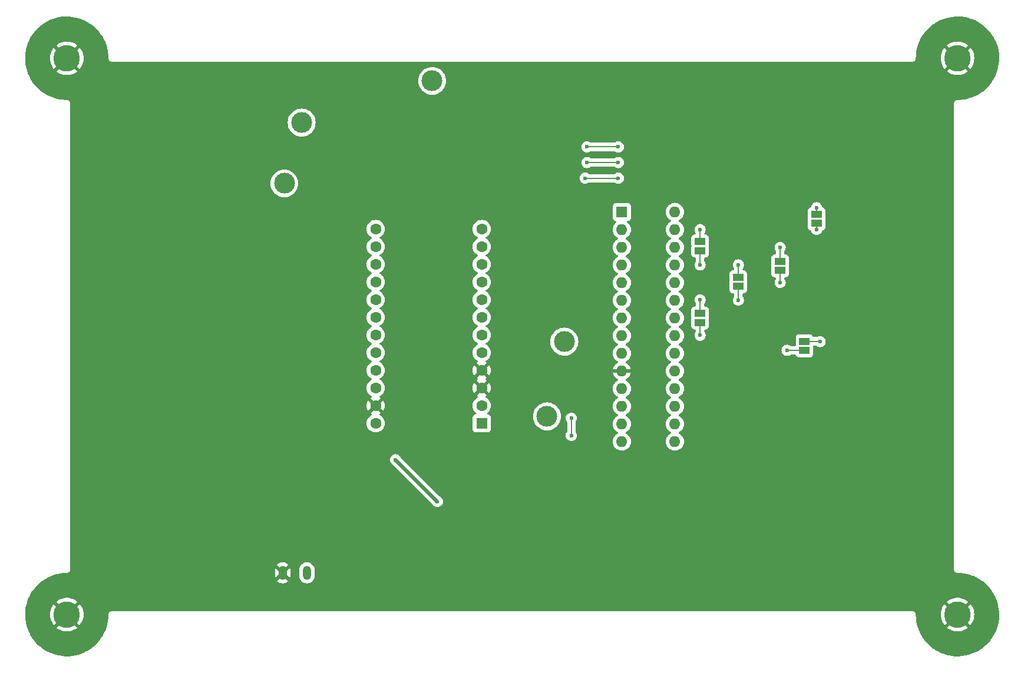
<source format=gbr>
%TF.GenerationSoftware,KiCad,Pcbnew,8.0.1-8.0.1-1~ubuntu22.04.1*%
%TF.CreationDate,2024-05-13T22:21:20+02:00*%
%TF.ProjectId,elec,656c6563-2e6b-4696-9361-645f70636258,v1*%
%TF.SameCoordinates,Original*%
%TF.FileFunction,Copper,L2,Bot*%
%TF.FilePolarity,Positive*%
%FSLAX46Y46*%
G04 Gerber Fmt 4.6, Leading zero omitted, Abs format (unit mm)*
G04 Created by KiCad (PCBNEW 8.0.1-8.0.1-1~ubuntu22.04.1) date 2024-05-13 22:21:20*
%MOMM*%
%LPD*%
G01*
G04 APERTURE LIST*
%TA.AperFunction,ComponentPad*%
%ADD10R,1.600000X1.600000*%
%TD*%
%TA.AperFunction,ComponentPad*%
%ADD11O,1.600000X1.600000*%
%TD*%
%TA.AperFunction,ComponentPad*%
%ADD12C,2.600000*%
%TD*%
%TA.AperFunction,ConnectorPad*%
%ADD13C,3.800000*%
%TD*%
%TA.AperFunction,ComponentPad*%
%ADD14C,3.000000*%
%TD*%
%TA.AperFunction,ComponentPad*%
%ADD15O,1.200000X2.000000*%
%TD*%
%TA.AperFunction,ComponentPad*%
%ADD16C,1.600000*%
%TD*%
%TA.AperFunction,SMDPad,CuDef*%
%ADD17R,1.500000X1.000000*%
%TD*%
%TA.AperFunction,ViaPad*%
%ADD18C,0.600000*%
%TD*%
%TA.AperFunction,Conductor*%
%ADD19C,0.500000*%
%TD*%
%TA.AperFunction,Conductor*%
%ADD20C,0.200000*%
%TD*%
G04 APERTURE END LIST*
D10*
%TO.P,U1,1,GPB0*%
%TO.N,/LA6*%
X102750000Y-44100000D03*
D11*
%TO.P,U1,2,GPB1*%
%TO.N,/BTN6*%
X102750000Y-46640000D03*
%TO.P,U1,3,GPB2*%
%TO.N,unconnected-(U1-GPB2-Pad3)*%
X102750000Y-49180000D03*
%TO.P,U1,4,GPB3*%
%TO.N,unconnected-(U1-GPB3-Pad4)*%
X102750000Y-51720000D03*
%TO.P,U1,5,GPB4*%
%TO.N,unconnected-(U1-GPB4-Pad5)*%
X102750000Y-54260000D03*
%TO.P,U1,6,GPB5*%
%TO.N,unconnected-(U1-GPB5-Pad6)*%
X102750000Y-56800000D03*
%TO.P,U1,7,GPB6*%
%TO.N,unconnected-(U1-GPB6-Pad7)*%
X102750000Y-59340000D03*
%TO.P,U1,8,GPB7*%
%TO.N,unconnected-(U1-GPB7-Pad8)*%
X102750000Y-61880000D03*
%TO.P,U1,9,VDD*%
%TO.N,+5V*%
X102750000Y-64420000D03*
%TO.P,U1,10,VSS*%
%TO.N,GND*%
X102750000Y-66960000D03*
%TO.P,U1,11,NC*%
%TO.N,unconnected-(U1-NC-Pad11)*%
X102750000Y-69500000D03*
%TO.P,U1,12,SCK*%
%TO.N,Net-(JP12-A)*%
X102750000Y-72040000D03*
%TO.P,U1,13,SDA*%
%TO.N,Net-(JP14-B)*%
X102750000Y-74580000D03*
%TO.P,U1,14,NC*%
%TO.N,unconnected-(U1-NC-Pad14)*%
X102750000Y-77120000D03*
%TO.P,U1,15,A0*%
%TO.N,Net-(JP9-B)*%
X110370000Y-77120000D03*
%TO.P,U1,16,A1*%
%TO.N,Net-(JP8-B)*%
X110370000Y-74580000D03*
%TO.P,U1,17,A2*%
%TO.N,Net-(JP7-B)*%
X110370000Y-72040000D03*
%TO.P,U1,18,~{RESET}*%
%TO.N,Net-(JP10-B)*%
X110370000Y-69500000D03*
%TO.P,U1,19,INTB*%
%TO.N,Net-(U1-INTB)*%
X110370000Y-66960000D03*
%TO.P,U1,20,INTA*%
%TO.N,Net-(U1-INTA)*%
X110370000Y-64420000D03*
%TO.P,U1,21,GPA0*%
%TO.N,/LA10*%
X110370000Y-61880000D03*
%TO.P,U1,22,GPA1*%
%TO.N,/BTN10*%
X110370000Y-59340000D03*
%TO.P,U1,23,GPA2*%
%TO.N,/LA9*%
X110370000Y-56800000D03*
%TO.P,U1,24,GPA3*%
%TO.N,/BTN9*%
X110370000Y-54260000D03*
%TO.P,U1,25,GPA4*%
%TO.N,/LA8*%
X110370000Y-51720000D03*
%TO.P,U1,26,GPA5*%
%TO.N,/BTN8*%
X110370000Y-49180000D03*
%TO.P,U1,27,GPA6*%
%TO.N,/LA7*%
X110370000Y-46640000D03*
%TO.P,U1,28,GPA7*%
%TO.N,/BTN7*%
X110370000Y-44100000D03*
%TD*%
D12*
%TO.P,REF\u002A\u002A,1*%
%TO.N,GND*%
X23000000Y-102000000D03*
D13*
X23000000Y-102000000D03*
%TD*%
D14*
%TO.P,TP3,1,1*%
%TO.N,+24V*%
X75500000Y-25250000D03*
%TD*%
%TO.P,TP1,1,1*%
%TO.N,/LA1*%
X56750000Y-31250000D03*
%TD*%
%TO.P,TP5,1,1*%
%TO.N,/SCL*%
X94500000Y-62750000D03*
%TD*%
D12*
%TO.P,REF\u002A\u002A,1*%
%TO.N,GND*%
X23000000Y-22000000D03*
D13*
X23000000Y-22000000D03*
%TD*%
D12*
%TO.P,REF\u002A\u002A,1*%
%TO.N,GND*%
X151000000Y-22000000D03*
D13*
X151000000Y-22000000D03*
%TD*%
D15*
%TO.P,J1,1,Pin_1*%
%TO.N,GND*%
X54000000Y-96000000D03*
%TO.P,J1,2,Pin_2*%
%TO.N,+24V*%
X57500000Y-96000000D03*
%TD*%
D12*
%TO.P,REF\u002A\u002A,1*%
%TO.N,GND*%
X151000000Y-102000000D03*
D13*
X151000000Y-102000000D03*
%TD*%
D14*
%TO.P,TP2,1,1*%
%TO.N,/BTN1*%
X54250000Y-40000000D03*
%TD*%
D10*
%TO.P,MCU1,1,TX0*%
%TO.N,unconnected-(MCU1-TX0-Pad1)*%
X82620000Y-74490000D03*
D16*
%TO.P,MCU1,2,RX1*%
%TO.N,unconnected-(MCU1-RX1-Pad2)*%
X82620000Y-71950000D03*
%TO.P,MCU1,3,GND*%
%TO.N,GND*%
X82620000Y-69410000D03*
%TO.P,MCU1,4,GND*%
X82620000Y-66870000D03*
%TO.P,MCU1,5,2*%
%TO.N,/SDA*%
X82620000Y-64330000D03*
%TO.P,MCU1,6,3*%
%TO.N,/SCL*%
X82620000Y-61790000D03*
%TO.P,MCU1,7,4*%
%TO.N,/LA10*%
X82620000Y-59250000D03*
%TO.P,MCU1,8,5*%
%TO.N,/BTN10*%
X82620000Y-56710000D03*
%TO.P,MCU1,9,6*%
%TO.N,/BTN7*%
X82620000Y-54170000D03*
%TO.P,MCU1,10,7*%
%TO.N,/BTN6*%
X82620000Y-51630000D03*
%TO.P,MCU1,11,8*%
%TO.N,/BTN5*%
X82620000Y-49090000D03*
%TO.P,MCU1,12,9*%
%TO.N,/LA5*%
X82620000Y-46550000D03*
%TO.P,MCU1,13,10*%
%TO.N,/LA1*%
X67380000Y-46550000D03*
%TO.P,MCU1,14,16*%
%TO.N,/BTN1*%
X67380000Y-49090000D03*
%TO.P,MCU1,15,14*%
%TO.N,/LA2*%
X67380000Y-51630000D03*
%TO.P,MCU1,16,15*%
%TO.N,/BTN2*%
X67380000Y-54170000D03*
%TO.P,MCU1,17,A0*%
%TO.N,/LA3*%
X67380000Y-56710000D03*
%TO.P,MCU1,18,A1*%
%TO.N,/BTN3*%
X67380000Y-59250000D03*
%TO.P,MCU1,19,A2*%
%TO.N,/LA4*%
X67380000Y-61790000D03*
%TO.P,MCU1,20,A3*%
%TO.N,/BTN4*%
X67380000Y-64330000D03*
%TO.P,MCU1,21,VCC*%
%TO.N,+5V*%
X67380000Y-66870000D03*
%TO.P,MCU1,22,RST*%
%TO.N,Net-(MCU1-RST)*%
X67380000Y-69410000D03*
%TO.P,MCU1,23,GND*%
%TO.N,GND*%
X67380000Y-71950000D03*
%TO.P,MCU1,24,RAW*%
%TO.N,unconnected-(MCU1-RAW-Pad24)*%
X67380000Y-74490000D03*
%TD*%
D14*
%TO.P,TP4,1,1*%
%TO.N,/SDA*%
X92000000Y-73500000D03*
%TD*%
D17*
%TO.P,JP6,1,A*%
%TO.N,/BTN9*%
X125500000Y-52500000D03*
%TO.P,JP6,2,B*%
%TO.N,/BTN8*%
X125500000Y-51200000D03*
%TD*%
%TO.P,JP5,1,A*%
%TO.N,/BTN9*%
X129000000Y-62700000D03*
%TO.P,JP5,2,B*%
%TO.N,/BTN10*%
X129000000Y-64000000D03*
%TD*%
%TO.P,JP1,1,A*%
%TO.N,/LA9*%
X114000000Y-58700000D03*
%TO.P,JP1,2,B*%
%TO.N,/LA10*%
X114000000Y-60000000D03*
%TD*%
%TO.P,JP2,1,A*%
%TO.N,/LA9*%
X119500000Y-54800000D03*
%TO.P,JP2,2,B*%
%TO.N,/LA8*%
X119500000Y-53500000D03*
%TD*%
%TO.P,JP3,1,A*%
%TO.N,/LA7*%
X114000000Y-48355000D03*
%TO.P,JP3,2,B*%
%TO.N,/LA8*%
X114000000Y-49655000D03*
%TD*%
%TO.P,JP4,1,A*%
%TO.N,/LA6*%
X130750000Y-44450000D03*
%TO.P,JP4,2,B*%
%TO.N,/LA7*%
X130750000Y-45750000D03*
%TD*%
D18*
%TO.N,GND*%
X29750000Y-91750000D03*
X32000000Y-66000000D03*
X32000000Y-78250000D03*
X134150000Y-52387500D03*
X37562500Y-57900000D03*
X29750000Y-86500000D03*
X115750000Y-63000000D03*
X75500000Y-42000000D03*
X64000000Y-32250000D03*
X147750000Y-64500000D03*
X116000000Y-53000000D03*
X37750000Y-33500000D03*
X26000000Y-81000000D03*
X135500000Y-99500000D03*
X50500000Y-79000000D03*
X143250000Y-93250000D03*
X147750000Y-44500000D03*
X135450000Y-60900000D03*
X147750000Y-88750000D03*
X26000000Y-32500000D03*
X57750000Y-71250000D03*
X136250000Y-39000000D03*
X93000000Y-95250000D03*
X37500000Y-45750000D03*
X144000000Y-83400000D03*
X30500000Y-41250000D03*
X29750000Y-74250000D03*
X38250000Y-35750000D03*
X26000000Y-69000000D03*
X122750000Y-73000000D03*
X26000000Y-76500000D03*
X144100000Y-59100000D03*
X143000000Y-54500000D03*
X47250000Y-26250000D03*
X57750000Y-76750000D03*
X47250000Y-32250000D03*
X135500000Y-48750000D03*
X147750000Y-56750000D03*
X94000000Y-25750000D03*
X91000000Y-98750000D03*
X26000000Y-52250000D03*
X39500000Y-31750000D03*
X33000000Y-26250000D03*
X143500000Y-79750000D03*
X108250000Y-98750000D03*
X129000000Y-70000000D03*
X136250000Y-51000000D03*
X134400000Y-76887500D03*
X29800000Y-49950000D03*
X144050000Y-71250000D03*
X125000000Y-60000000D03*
X144100000Y-34700000D03*
X39500000Y-56575000D03*
X37625000Y-70000000D03*
X135500000Y-73000000D03*
X39500000Y-80750000D03*
X60500000Y-67000000D03*
X60250000Y-60500000D03*
X64000000Y-26250000D03*
X135750000Y-37000000D03*
X147750000Y-32500000D03*
X26000000Y-64500000D03*
X38250000Y-48000000D03*
X143500000Y-67750000D03*
X147750000Y-81000000D03*
X29750000Y-38000000D03*
X31000000Y-54000000D03*
X26000000Y-40000000D03*
X108000000Y-85500000D03*
X38312500Y-60150000D03*
X26000000Y-88750000D03*
X124250000Y-87000000D03*
X136250000Y-87500000D03*
X102000000Y-86500000D03*
X138750000Y-26250000D03*
X134250000Y-89000000D03*
X101250000Y-98000000D03*
X135500000Y-85250000D03*
X136250000Y-75500000D03*
X44250000Y-55250000D03*
X147750000Y-40250000D03*
X108000000Y-91000000D03*
X37500000Y-82250000D03*
X39750000Y-68662500D03*
X38250000Y-84500000D03*
X29750000Y-62250000D03*
X136200000Y-63150000D03*
X117250000Y-48000000D03*
X42750000Y-66500000D03*
X130750000Y-48750000D03*
X38375000Y-72250000D03*
X26000000Y-44600000D03*
X84000000Y-32500000D03*
X98500000Y-98750000D03*
X142250000Y-42500000D03*
X147750000Y-52250000D03*
X88000000Y-97500000D03*
X134150000Y-64887500D03*
X147750000Y-69000000D03*
X147750000Y-76500000D03*
X39750000Y-44250000D03*
X144000000Y-46900000D03*
X76250000Y-97000000D03*
X108000000Y-80000000D03*
X49250000Y-44000000D03*
X60500000Y-48250000D03*
X36250000Y-95750000D03*
X129000000Y-55750000D03*
X26000000Y-56750000D03*
X134250000Y-40250000D03*
%TO.N,+5V*%
X70250000Y-79750000D03*
X76250000Y-85750000D03*
%TO.N,/BTN7*%
X102250000Y-34750000D03*
X97750000Y-34750000D03*
%TO.N,/BTN8*%
X125500000Y-49200000D03*
%TO.N,/BTN9*%
X131250000Y-62750000D03*
X125500000Y-54250000D03*
%TO.N,/BTN10*%
X126500000Y-64000000D03*
X97750000Y-37000000D03*
X102250000Y-37000000D03*
%TO.N,/LA6*%
X130750000Y-43500000D03*
%TO.N,/LA7*%
X114000000Y-46645000D03*
X130750000Y-46640000D03*
%TO.N,/LA10*%
X102250000Y-39250000D03*
X114000000Y-61830000D03*
X97500000Y-39250000D03*
%TO.N,/LA8*%
X119500000Y-51720000D03*
X114000000Y-51725000D03*
%TO.N,/LA9*%
X119500000Y-56800000D03*
X114000000Y-56750000D03*
%TO.N,/SCL*%
X95500000Y-73750000D03*
X95500000Y-76250000D03*
%TD*%
D19*
%TO.N,+5V*%
X70250000Y-79750000D02*
X76250000Y-85750000D01*
D20*
%TO.N,/BTN7*%
X102250000Y-34750000D02*
X97750000Y-34750000D01*
%TO.N,/BTN8*%
X125500000Y-51200000D02*
X125500000Y-49200000D01*
%TO.N,/BTN9*%
X131200000Y-62700000D02*
X131250000Y-62750000D01*
X129000000Y-62700000D02*
X131200000Y-62700000D01*
X125500000Y-54250000D02*
X125500000Y-52500000D01*
%TO.N,/BTN10*%
X129000000Y-64000000D02*
X126500000Y-64000000D01*
X98000000Y-37000000D02*
X102250000Y-37000000D01*
X97750000Y-37000000D02*
X98000000Y-37000000D01*
%TO.N,/LA6*%
X130750000Y-43500000D02*
X130750000Y-44450000D01*
%TO.N,/LA7*%
X114000000Y-48355000D02*
X114000000Y-46645000D01*
X130750000Y-46640000D02*
X130750000Y-45750000D01*
%TO.N,/LA10*%
X102250000Y-39250000D02*
X97500000Y-39250000D01*
X114000000Y-60000000D02*
X114000000Y-61830000D01*
%TO.N,/LA8*%
X114000000Y-49655000D02*
X114000000Y-51725000D01*
X119500000Y-53500000D02*
X119500000Y-51720000D01*
%TO.N,/LA9*%
X119500000Y-56800000D02*
X119450000Y-56800000D01*
X119500000Y-54800000D02*
X119500000Y-56800000D01*
X114000000Y-58700000D02*
X114000000Y-56750000D01*
%TO.N,/SCL*%
X95500000Y-73750000D02*
X95500000Y-76250000D01*
%TD*%
%TA.AperFunction,Conductor*%
%TO.N,GND*%
G36*
X151164637Y-16002954D02*
G01*
X151621765Y-16033425D01*
X151632757Y-16034158D01*
X151642603Y-16035210D01*
X152106745Y-16103665D01*
X152116474Y-16105500D01*
X152573669Y-16210766D01*
X152583190Y-16213362D01*
X153030080Y-16354630D01*
X153030541Y-16354776D01*
X153039856Y-16358135D01*
X153474482Y-16534783D01*
X153483476Y-16538864D01*
X153902649Y-16749639D01*
X153911293Y-16754428D01*
X154041969Y-16833790D01*
X154312284Y-16997958D01*
X154320535Y-17003431D01*
X154700819Y-17278180D01*
X154708607Y-17284294D01*
X155065767Y-17588515D01*
X155073042Y-17595232D01*
X155404767Y-17926957D01*
X155411484Y-17934232D01*
X155715705Y-18291392D01*
X155721819Y-18299180D01*
X155996568Y-18679464D01*
X156002041Y-18687715D01*
X156245566Y-19088697D01*
X156250364Y-19097358D01*
X156461130Y-19516512D01*
X156465221Y-19525529D01*
X156641864Y-19960144D01*
X156645223Y-19969458D01*
X156786632Y-20416793D01*
X156789237Y-20426346D01*
X156894499Y-20883525D01*
X156896334Y-20893254D01*
X156964789Y-21357396D01*
X156965841Y-21367242D01*
X156997044Y-21835341D01*
X156997308Y-21845239D01*
X156991062Y-22314352D01*
X156990535Y-22324239D01*
X156946882Y-22791351D01*
X156945568Y-22801165D01*
X156864784Y-23263311D01*
X156862691Y-23272988D01*
X156745292Y-23727215D01*
X156742433Y-23736695D01*
X156589173Y-24180088D01*
X156585568Y-24189310D01*
X156397408Y-24619089D01*
X156393078Y-24627993D01*
X156171236Y-25041376D01*
X156166209Y-25049907D01*
X155912091Y-25444272D01*
X155906400Y-25452374D01*
X155621621Y-25825214D01*
X155615302Y-25832836D01*
X155301698Y-26181751D01*
X155294790Y-26188845D01*
X154954336Y-26511637D01*
X154946885Y-26518157D01*
X154581762Y-26812756D01*
X154573814Y-26818661D01*
X154186351Y-27083189D01*
X154177957Y-27088441D01*
X153770631Y-27321207D01*
X153761845Y-27325773D01*
X153337237Y-27525302D01*
X153328115Y-27529152D01*
X152888929Y-27694172D01*
X152879529Y-27697281D01*
X152545519Y-27793164D01*
X152428604Y-27826726D01*
X152418989Y-27829076D01*
X151959158Y-27922133D01*
X151949383Y-27923708D01*
X151483596Y-27979781D01*
X151473726Y-27980571D01*
X151002478Y-27999401D01*
X150997527Y-27999500D01*
X150934108Y-27999500D01*
X150806812Y-28033608D01*
X150692686Y-28099500D01*
X150692683Y-28099502D01*
X150599502Y-28192683D01*
X150599500Y-28192686D01*
X150533608Y-28306812D01*
X150503043Y-28420884D01*
X150499500Y-28434108D01*
X150499500Y-95434108D01*
X150499500Y-95565892D01*
X150508639Y-95600000D01*
X150533608Y-95693187D01*
X150566554Y-95750250D01*
X150599500Y-95807314D01*
X150692686Y-95900500D01*
X150806814Y-95966392D01*
X150934108Y-96000500D01*
X150997527Y-96000500D01*
X151002477Y-96000598D01*
X151473730Y-96019428D01*
X151483591Y-96020217D01*
X151949406Y-96076294D01*
X151959135Y-96077862D01*
X152419010Y-96170928D01*
X152428580Y-96173266D01*
X152879541Y-96302722D01*
X152888925Y-96305825D01*
X153139562Y-96400000D01*
X153328115Y-96470847D01*
X153337236Y-96474696D01*
X153761850Y-96674228D01*
X153770626Y-96678789D01*
X154022015Y-96822445D01*
X154177957Y-96911558D01*
X154186350Y-96916809D01*
X154479470Y-97116928D01*
X154573814Y-97181338D01*
X154581758Y-97187240D01*
X154936424Y-97473402D01*
X154946885Y-97481842D01*
X154954330Y-97488357D01*
X154967138Y-97500500D01*
X155294790Y-97811154D01*
X155301682Y-97818231D01*
X155615302Y-98167163D01*
X155621621Y-98174785D01*
X155906400Y-98547625D01*
X155912091Y-98555727D01*
X156166209Y-98950092D01*
X156171236Y-98958623D01*
X156393078Y-99372006D01*
X156397408Y-99380910D01*
X156585568Y-99810689D01*
X156589173Y-99819911D01*
X156742433Y-100263304D01*
X156745292Y-100272784D01*
X156862691Y-100727011D01*
X156864784Y-100736688D01*
X156945568Y-101198834D01*
X156946882Y-101208648D01*
X156990535Y-101675760D01*
X156991062Y-101685647D01*
X156997308Y-102154760D01*
X156997044Y-102164658D01*
X156965841Y-102632757D01*
X156964789Y-102642603D01*
X156896334Y-103106745D01*
X156894499Y-103116474D01*
X156789237Y-103573653D01*
X156786632Y-103583206D01*
X156645223Y-104030541D01*
X156641864Y-104039855D01*
X156465221Y-104474470D01*
X156461130Y-104483487D01*
X156250364Y-104902641D01*
X156245566Y-104911302D01*
X156002041Y-105312284D01*
X155996568Y-105320535D01*
X155721819Y-105700819D01*
X155715705Y-105708607D01*
X155411484Y-106065767D01*
X155404767Y-106073042D01*
X155073042Y-106404767D01*
X155065767Y-106411484D01*
X154708607Y-106715705D01*
X154700819Y-106721819D01*
X154320535Y-106996568D01*
X154312284Y-107002041D01*
X153911302Y-107245566D01*
X153902641Y-107250364D01*
X153483487Y-107461130D01*
X153474470Y-107465221D01*
X153039855Y-107641864D01*
X153030541Y-107645223D01*
X152583206Y-107786632D01*
X152573653Y-107789237D01*
X152116474Y-107894499D01*
X152106745Y-107896334D01*
X151642603Y-107964789D01*
X151632757Y-107965841D01*
X151164658Y-107997044D01*
X151154760Y-107997308D01*
X150685647Y-107991062D01*
X150675760Y-107990535D01*
X150208648Y-107946882D01*
X150198834Y-107945568D01*
X149736688Y-107864784D01*
X149727011Y-107862691D01*
X149272784Y-107745292D01*
X149263304Y-107742433D01*
X148956913Y-107636528D01*
X148819906Y-107589171D01*
X148810694Y-107585570D01*
X148653801Y-107516881D01*
X148380910Y-107397408D01*
X148372006Y-107393078D01*
X147958623Y-107171236D01*
X147950092Y-107166209D01*
X147555727Y-106912091D01*
X147547625Y-106906400D01*
X147174785Y-106621621D01*
X147167169Y-106615307D01*
X146818231Y-106301682D01*
X146811154Y-106294790D01*
X146488357Y-105954330D01*
X146481842Y-105946885D01*
X146304506Y-105727097D01*
X146187240Y-105581758D01*
X146181338Y-105573814D01*
X146005681Y-105316524D01*
X145916809Y-105186350D01*
X145911558Y-105177957D01*
X145678792Y-104770631D01*
X145674226Y-104761845D01*
X145474697Y-104337237D01*
X145470847Y-104328115D01*
X145465445Y-104313737D01*
X145305825Y-103888925D01*
X145302722Y-103879541D01*
X145173266Y-103428580D01*
X145170928Y-103419010D01*
X145077862Y-102959135D01*
X145076294Y-102949406D01*
X145020217Y-102483591D01*
X145019428Y-102473726D01*
X145017371Y-102422253D01*
X145000599Y-102002477D01*
X145000550Y-102000005D01*
X148595255Y-102000005D01*
X148614215Y-102301383D01*
X148614216Y-102301390D01*
X148670805Y-102598040D01*
X148764125Y-102885247D01*
X148764127Y-102885252D01*
X148892704Y-103158491D01*
X148892707Y-103158497D01*
X149054516Y-103413469D01*
X149135311Y-103511133D01*
X150063708Y-102582736D01*
X150160967Y-102716602D01*
X150283398Y-102839033D01*
X150417262Y-102936290D01*
X149486564Y-103866987D01*
X149486565Y-103866989D01*
X149711461Y-104030385D01*
X149711479Y-104030397D01*
X149976109Y-104175878D01*
X149976117Y-104175882D01*
X150256889Y-104287047D01*
X150256892Y-104287048D01*
X150549399Y-104362150D01*
X150848995Y-104399999D01*
X150849007Y-104400000D01*
X151150993Y-104400000D01*
X151151004Y-104399999D01*
X151450600Y-104362150D01*
X151743107Y-104287048D01*
X151743110Y-104287047D01*
X152023882Y-104175882D01*
X152023890Y-104175878D01*
X152288520Y-104030397D01*
X152288530Y-104030390D01*
X152513433Y-103866987D01*
X152513434Y-103866987D01*
X151582737Y-102936290D01*
X151716602Y-102839033D01*
X151839033Y-102716602D01*
X151936290Y-102582737D01*
X152864687Y-103511134D01*
X152945486Y-103413464D01*
X153107292Y-103158497D01*
X153107295Y-103158491D01*
X153235872Y-102885252D01*
X153235874Y-102885247D01*
X153329194Y-102598040D01*
X153385783Y-102301390D01*
X153385784Y-102301383D01*
X153404745Y-102000005D01*
X153404745Y-101999994D01*
X153385784Y-101698616D01*
X153385783Y-101698609D01*
X153329194Y-101401959D01*
X153235874Y-101114752D01*
X153235872Y-101114747D01*
X153107295Y-100841508D01*
X153107292Y-100841502D01*
X152945483Y-100586530D01*
X152864686Y-100488864D01*
X151936289Y-101417261D01*
X151839033Y-101283398D01*
X151716602Y-101160967D01*
X151582736Y-101063709D01*
X152513434Y-100133011D01*
X152513433Y-100133009D01*
X152288538Y-99969614D01*
X152288520Y-99969602D01*
X152023890Y-99824121D01*
X152023882Y-99824117D01*
X151743110Y-99712952D01*
X151743107Y-99712951D01*
X151450600Y-99637849D01*
X151151004Y-99600000D01*
X150848995Y-99600000D01*
X150549399Y-99637849D01*
X150256892Y-99712951D01*
X150256889Y-99712952D01*
X149976117Y-99824117D01*
X149976109Y-99824121D01*
X149711476Y-99969604D01*
X149711471Y-99969607D01*
X149486565Y-100133010D01*
X149486564Y-100133011D01*
X150417262Y-101063709D01*
X150283398Y-101160967D01*
X150160967Y-101283398D01*
X150063709Y-101417262D01*
X149135311Y-100488864D01*
X149054520Y-100586525D01*
X149054518Y-100586528D01*
X148892707Y-100841502D01*
X148892704Y-100841508D01*
X148764127Y-101114747D01*
X148764125Y-101114752D01*
X148670805Y-101401959D01*
X148614216Y-101698609D01*
X148614215Y-101698616D01*
X148595255Y-101999994D01*
X148595255Y-102000005D01*
X145000550Y-102000005D01*
X145000500Y-101997526D01*
X145000500Y-101934110D01*
X145000500Y-101934108D01*
X144966392Y-101806814D01*
X144900500Y-101692686D01*
X144807314Y-101599500D01*
X144750250Y-101566554D01*
X144693187Y-101533608D01*
X144629539Y-101516554D01*
X144565892Y-101499500D01*
X29565892Y-101499500D01*
X29434108Y-101499500D01*
X29306812Y-101533608D01*
X29192686Y-101599500D01*
X29192683Y-101599502D01*
X29099502Y-101692683D01*
X29099500Y-101692686D01*
X29033608Y-101806812D01*
X28999500Y-101934108D01*
X28999500Y-101997526D01*
X28999401Y-102002477D01*
X28980571Y-102473726D01*
X28979781Y-102483596D01*
X28923708Y-102949383D01*
X28922133Y-102959158D01*
X28829076Y-103418989D01*
X28826726Y-103428608D01*
X28697281Y-103879529D01*
X28694172Y-103888929D01*
X28529152Y-104328115D01*
X28525302Y-104337237D01*
X28325773Y-104761845D01*
X28321207Y-104770631D01*
X28088441Y-105177957D01*
X28083189Y-105186351D01*
X27818661Y-105573814D01*
X27812756Y-105581762D01*
X27518157Y-105946885D01*
X27511637Y-105954336D01*
X27188845Y-106294790D01*
X27181751Y-106301698D01*
X26832836Y-106615302D01*
X26825214Y-106621621D01*
X26452374Y-106906400D01*
X26444272Y-106912091D01*
X26049907Y-107166209D01*
X26041376Y-107171236D01*
X25627993Y-107393078D01*
X25619089Y-107397408D01*
X25189310Y-107585568D01*
X25180088Y-107589173D01*
X24736695Y-107742433D01*
X24727215Y-107745292D01*
X24272988Y-107862691D01*
X24263311Y-107864784D01*
X23801165Y-107945568D01*
X23791351Y-107946882D01*
X23324239Y-107990535D01*
X23314352Y-107991062D01*
X22845239Y-107997308D01*
X22835341Y-107997044D01*
X22367242Y-107965841D01*
X22357396Y-107964789D01*
X21893254Y-107896334D01*
X21883525Y-107894499D01*
X21426346Y-107789237D01*
X21416793Y-107786632D01*
X20969458Y-107645223D01*
X20960144Y-107641864D01*
X20525529Y-107465221D01*
X20516512Y-107461130D01*
X20097358Y-107250364D01*
X20088697Y-107245566D01*
X19687715Y-107002041D01*
X19679464Y-106996568D01*
X19299180Y-106721819D01*
X19291392Y-106715705D01*
X18934232Y-106411484D01*
X18926957Y-106404767D01*
X18595232Y-106073042D01*
X18588515Y-106065767D01*
X18284294Y-105708607D01*
X18278180Y-105700819D01*
X18003431Y-105320535D01*
X17997958Y-105312284D01*
X17754433Y-104911302D01*
X17749635Y-104902641D01*
X17678838Y-104761845D01*
X17538864Y-104483476D01*
X17534783Y-104474482D01*
X17358135Y-104039855D01*
X17354776Y-104030541D01*
X17354630Y-104030080D01*
X17213362Y-103583190D01*
X17210766Y-103573669D01*
X17105500Y-103116474D01*
X17103665Y-103106745D01*
X17035210Y-102642603D01*
X17034158Y-102632757D01*
X17015547Y-102353553D01*
X17002954Y-102164637D01*
X17002691Y-102154782D01*
X17004752Y-102000005D01*
X20595255Y-102000005D01*
X20614215Y-102301383D01*
X20614216Y-102301390D01*
X20670805Y-102598040D01*
X20764125Y-102885247D01*
X20764127Y-102885252D01*
X20892704Y-103158491D01*
X20892707Y-103158497D01*
X21054516Y-103413469D01*
X21135311Y-103511133D01*
X22063708Y-102582736D01*
X22160967Y-102716602D01*
X22283398Y-102839033D01*
X22417262Y-102936290D01*
X21486564Y-103866987D01*
X21486565Y-103866989D01*
X21711461Y-104030385D01*
X21711479Y-104030397D01*
X21976109Y-104175878D01*
X21976117Y-104175882D01*
X22256889Y-104287047D01*
X22256892Y-104287048D01*
X22549399Y-104362150D01*
X22848995Y-104399999D01*
X22849007Y-104400000D01*
X23150993Y-104400000D01*
X23151004Y-104399999D01*
X23450600Y-104362150D01*
X23743107Y-104287048D01*
X23743110Y-104287047D01*
X24023882Y-104175882D01*
X24023890Y-104175878D01*
X24288520Y-104030397D01*
X24288530Y-104030390D01*
X24513433Y-103866987D01*
X24513434Y-103866987D01*
X23582737Y-102936290D01*
X23716602Y-102839033D01*
X23839033Y-102716602D01*
X23936290Y-102582737D01*
X24864687Y-103511134D01*
X24945486Y-103413464D01*
X25107292Y-103158497D01*
X25107295Y-103158491D01*
X25235872Y-102885252D01*
X25235874Y-102885247D01*
X25329194Y-102598040D01*
X25385783Y-102301390D01*
X25385784Y-102301383D01*
X25404745Y-102000005D01*
X25404745Y-101999994D01*
X25385784Y-101698616D01*
X25385783Y-101698609D01*
X25329194Y-101401959D01*
X25235874Y-101114752D01*
X25235872Y-101114747D01*
X25107295Y-100841508D01*
X25107292Y-100841502D01*
X24945483Y-100586530D01*
X24864686Y-100488864D01*
X23936289Y-101417261D01*
X23839033Y-101283398D01*
X23716602Y-101160967D01*
X23582736Y-101063709D01*
X24513434Y-100133011D01*
X24513433Y-100133009D01*
X24288538Y-99969614D01*
X24288520Y-99969602D01*
X24023890Y-99824121D01*
X24023882Y-99824117D01*
X23743110Y-99712952D01*
X23743107Y-99712951D01*
X23450600Y-99637849D01*
X23151004Y-99600000D01*
X22848995Y-99600000D01*
X22549399Y-99637849D01*
X22256892Y-99712951D01*
X22256889Y-99712952D01*
X21976117Y-99824117D01*
X21976109Y-99824121D01*
X21711476Y-99969604D01*
X21711471Y-99969607D01*
X21486565Y-100133010D01*
X21486564Y-100133011D01*
X22417262Y-101063709D01*
X22283398Y-101160967D01*
X22160967Y-101283398D01*
X22063709Y-101417262D01*
X21135311Y-100488864D01*
X21054520Y-100586525D01*
X21054518Y-100586528D01*
X20892707Y-100841502D01*
X20892704Y-100841508D01*
X20764127Y-101114747D01*
X20764125Y-101114752D01*
X20670805Y-101401959D01*
X20614216Y-101698609D01*
X20614215Y-101698616D01*
X20595255Y-101999994D01*
X20595255Y-102000005D01*
X17004752Y-102000005D01*
X17008937Y-101685645D01*
X17009464Y-101675760D01*
X17053119Y-101208628D01*
X17054428Y-101198854D01*
X17135216Y-100736680D01*
X17137308Y-100727011D01*
X17173617Y-100586530D01*
X17254712Y-100272767D01*
X17257560Y-100263321D01*
X17410836Y-99819884D01*
X17414420Y-99810715D01*
X17602596Y-99380898D01*
X17606914Y-99372018D01*
X17828774Y-98958602D01*
X17833778Y-98950111D01*
X18087918Y-98555712D01*
X18093588Y-98547639D01*
X18378383Y-98174777D01*
X18384679Y-98167184D01*
X18698329Y-97818218D01*
X18705192Y-97811170D01*
X19045681Y-97488345D01*
X19053096Y-97481857D01*
X19418252Y-97187231D01*
X19426168Y-97181350D01*
X19813660Y-96916802D01*
X19822030Y-96911565D01*
X20229383Y-96678783D01*
X20238139Y-96674233D01*
X20637493Y-96486571D01*
X52900000Y-96486571D01*
X52927085Y-96657582D01*
X52942235Y-96704211D01*
X53600000Y-96046446D01*
X53600000Y-96052661D01*
X53627259Y-96154394D01*
X53679920Y-96245606D01*
X53754394Y-96320080D01*
X53845606Y-96372741D01*
X53947339Y-96400000D01*
X53953553Y-96400000D01*
X53198959Y-97154594D01*
X53283397Y-97239032D01*
X53423475Y-97340804D01*
X53577742Y-97419408D01*
X53742415Y-97472914D01*
X53913429Y-97500000D01*
X54086571Y-97500000D01*
X54257584Y-97472914D01*
X54422257Y-97419408D01*
X54576524Y-97340804D01*
X54716602Y-97239032D01*
X54801041Y-97154594D01*
X54046447Y-96400000D01*
X54052661Y-96400000D01*
X54154394Y-96372741D01*
X54245606Y-96320080D01*
X54320080Y-96245606D01*
X54372741Y-96154394D01*
X54400000Y-96052661D01*
X54400000Y-96046447D01*
X55057764Y-96704211D01*
X55072913Y-96657588D01*
X55072913Y-96657585D01*
X55099994Y-96486610D01*
X56399500Y-96486610D01*
X56426579Y-96657585D01*
X56426598Y-96657701D01*
X56480127Y-96822445D01*
X56558768Y-96976788D01*
X56660586Y-97116928D01*
X56783072Y-97239414D01*
X56923212Y-97341232D01*
X57077555Y-97419873D01*
X57242299Y-97473402D01*
X57413389Y-97500500D01*
X57413390Y-97500500D01*
X57586610Y-97500500D01*
X57586611Y-97500500D01*
X57757701Y-97473402D01*
X57922445Y-97419873D01*
X58076788Y-97341232D01*
X58216928Y-97239414D01*
X58339414Y-97116928D01*
X58441232Y-96976788D01*
X58519873Y-96822445D01*
X58573402Y-96657701D01*
X58600500Y-96486611D01*
X58600500Y-95513389D01*
X58573402Y-95342299D01*
X58519873Y-95177555D01*
X58441232Y-95023212D01*
X58339414Y-94883072D01*
X58216928Y-94760586D01*
X58076788Y-94658768D01*
X57922445Y-94580127D01*
X57757701Y-94526598D01*
X57757699Y-94526597D01*
X57757698Y-94526597D01*
X57626271Y-94505781D01*
X57586611Y-94499500D01*
X57413389Y-94499500D01*
X57373728Y-94505781D01*
X57242302Y-94526597D01*
X57077552Y-94580128D01*
X56923211Y-94658768D01*
X56843256Y-94716859D01*
X56783072Y-94760586D01*
X56783070Y-94760588D01*
X56783069Y-94760588D01*
X56660588Y-94883069D01*
X56660588Y-94883070D01*
X56660586Y-94883072D01*
X56616859Y-94943256D01*
X56558768Y-95023211D01*
X56480128Y-95177552D01*
X56426597Y-95342302D01*
X56399500Y-95513389D01*
X56399500Y-96486610D01*
X55099994Y-96486610D01*
X55100000Y-96486571D01*
X55100000Y-95513428D01*
X55072913Y-95342414D01*
X55057763Y-95295788D01*
X54400000Y-95953551D01*
X54400000Y-95947339D01*
X54372741Y-95845606D01*
X54320080Y-95754394D01*
X54245606Y-95679920D01*
X54154394Y-95627259D01*
X54052661Y-95600000D01*
X54046447Y-95600000D01*
X54801041Y-94845406D01*
X54716602Y-94760967D01*
X54576524Y-94659195D01*
X54422257Y-94580591D01*
X54257584Y-94527085D01*
X54086571Y-94500000D01*
X53913429Y-94500000D01*
X53742415Y-94527085D01*
X53577742Y-94580591D01*
X53423475Y-94659195D01*
X53283397Y-94760967D01*
X53198959Y-94845406D01*
X53953553Y-95600000D01*
X53947339Y-95600000D01*
X53845606Y-95627259D01*
X53754394Y-95679920D01*
X53679920Y-95754394D01*
X53627259Y-95845606D01*
X53600000Y-95947339D01*
X53600000Y-95953552D01*
X52942235Y-95295787D01*
X52927087Y-95342411D01*
X52927084Y-95342423D01*
X52900000Y-95513428D01*
X52900000Y-96486571D01*
X20637493Y-96486571D01*
X20662772Y-96474692D01*
X20671874Y-96470851D01*
X21111082Y-96305822D01*
X21120450Y-96302724D01*
X21571424Y-96173264D01*
X21580983Y-96170929D01*
X22040868Y-96077861D01*
X22050589Y-96076295D01*
X22516410Y-96020217D01*
X22526267Y-96019428D01*
X22997522Y-96000598D01*
X23002473Y-96000500D01*
X23065890Y-96000500D01*
X23065892Y-96000500D01*
X23193186Y-95966392D01*
X23307314Y-95900500D01*
X23400500Y-95807314D01*
X23466392Y-95693186D01*
X23500500Y-95565892D01*
X23500500Y-95434108D01*
X23500500Y-79750003D01*
X69444435Y-79750003D01*
X69464630Y-79929249D01*
X69464631Y-79929254D01*
X69524211Y-80099523D01*
X69620184Y-80252262D01*
X69747738Y-80379816D01*
X69900478Y-80475789D01*
X69906754Y-80478811D01*
X69905867Y-80480651D01*
X69941940Y-80503307D01*
X75496692Y-86058059D01*
X75519358Y-86094125D01*
X75521188Y-86093244D01*
X75524209Y-86099518D01*
X75524211Y-86099522D01*
X75620184Y-86252262D01*
X75747738Y-86379816D01*
X75900478Y-86475789D01*
X76070745Y-86535368D01*
X76070750Y-86535369D01*
X76249996Y-86555565D01*
X76250000Y-86555565D01*
X76250004Y-86555565D01*
X76429249Y-86535369D01*
X76429252Y-86535368D01*
X76429255Y-86535368D01*
X76599522Y-86475789D01*
X76752262Y-86379816D01*
X76879816Y-86252262D01*
X76975789Y-86099522D01*
X77035368Y-85929255D01*
X77055565Y-85750000D01*
X77035368Y-85570745D01*
X76975789Y-85400478D01*
X76879816Y-85247738D01*
X76752262Y-85120184D01*
X76599522Y-85024211D01*
X76599518Y-85024209D01*
X76593244Y-85021188D01*
X76594125Y-85019358D01*
X76558059Y-84996692D01*
X71003307Y-79441940D01*
X70980651Y-79405867D01*
X70978811Y-79406754D01*
X70975789Y-79400478D01*
X70879815Y-79247737D01*
X70752262Y-79120184D01*
X70599523Y-79024211D01*
X70429254Y-78964631D01*
X70429249Y-78964630D01*
X70250004Y-78944435D01*
X70249996Y-78944435D01*
X70070750Y-78964630D01*
X70070745Y-78964631D01*
X69900476Y-79024211D01*
X69747737Y-79120184D01*
X69620184Y-79247737D01*
X69524211Y-79400476D01*
X69464631Y-79570745D01*
X69464630Y-79570750D01*
X69444435Y-79749996D01*
X69444435Y-79750003D01*
X23500500Y-79750003D01*
X23500500Y-77120001D01*
X101444532Y-77120001D01*
X101464364Y-77346686D01*
X101464366Y-77346697D01*
X101523258Y-77566488D01*
X101523261Y-77566497D01*
X101619431Y-77772732D01*
X101619432Y-77772734D01*
X101749954Y-77959141D01*
X101910858Y-78120045D01*
X101910861Y-78120047D01*
X102097266Y-78250568D01*
X102303504Y-78346739D01*
X102523308Y-78405635D01*
X102685230Y-78419801D01*
X102749998Y-78425468D01*
X102750000Y-78425468D01*
X102750002Y-78425468D01*
X102806673Y-78420509D01*
X102976692Y-78405635D01*
X103196496Y-78346739D01*
X103402734Y-78250568D01*
X103589139Y-78120047D01*
X103750047Y-77959139D01*
X103880568Y-77772734D01*
X103976739Y-77566496D01*
X104035635Y-77346692D01*
X104055468Y-77120001D01*
X109064532Y-77120001D01*
X109084364Y-77346686D01*
X109084366Y-77346697D01*
X109143258Y-77566488D01*
X109143261Y-77566497D01*
X109239431Y-77772732D01*
X109239432Y-77772734D01*
X109369954Y-77959141D01*
X109530858Y-78120045D01*
X109530861Y-78120047D01*
X109717266Y-78250568D01*
X109923504Y-78346739D01*
X110143308Y-78405635D01*
X110305230Y-78419801D01*
X110369998Y-78425468D01*
X110370000Y-78425468D01*
X110370002Y-78425468D01*
X110426673Y-78420509D01*
X110596692Y-78405635D01*
X110816496Y-78346739D01*
X111022734Y-78250568D01*
X111209139Y-78120047D01*
X111370047Y-77959139D01*
X111500568Y-77772734D01*
X111596739Y-77566496D01*
X111655635Y-77346692D01*
X111675468Y-77120000D01*
X111655635Y-76893308D01*
X111596739Y-76673504D01*
X111500568Y-76467266D01*
X111370047Y-76280861D01*
X111370045Y-76280858D01*
X111209141Y-76119954D01*
X111022734Y-75989432D01*
X111022728Y-75989429D01*
X110964725Y-75962382D01*
X110912285Y-75916210D01*
X110893133Y-75849017D01*
X110913348Y-75782135D01*
X110964725Y-75737618D01*
X111022734Y-75710568D01*
X111209139Y-75580047D01*
X111370047Y-75419139D01*
X111500568Y-75232734D01*
X111596739Y-75026496D01*
X111655635Y-74806692D01*
X111675090Y-74584317D01*
X111675468Y-74580001D01*
X111675468Y-74579998D01*
X111655635Y-74353313D01*
X111655635Y-74353308D01*
X111596739Y-74133504D01*
X111500568Y-73927266D01*
X111370047Y-73740861D01*
X111370045Y-73740858D01*
X111209141Y-73579954D01*
X111022734Y-73449432D01*
X111022728Y-73449429D01*
X110964725Y-73422382D01*
X110912285Y-73376210D01*
X110893133Y-73309017D01*
X110913348Y-73242135D01*
X110964725Y-73197618D01*
X110968390Y-73195909D01*
X111022734Y-73170568D01*
X111209139Y-73040047D01*
X111370047Y-72879139D01*
X111500568Y-72692734D01*
X111596739Y-72486496D01*
X111655635Y-72266692D01*
X111675468Y-72040000D01*
X111655635Y-71813308D01*
X111596739Y-71593504D01*
X111500568Y-71387266D01*
X111370047Y-71200861D01*
X111370045Y-71200858D01*
X111209141Y-71039954D01*
X111022734Y-70909432D01*
X111022728Y-70909429D01*
X110964725Y-70882382D01*
X110912285Y-70836210D01*
X110893133Y-70769017D01*
X110913348Y-70702135D01*
X110964725Y-70657618D01*
X111022734Y-70630568D01*
X111209139Y-70500047D01*
X111370047Y-70339139D01*
X111500568Y-70152734D01*
X111596739Y-69946496D01*
X111655635Y-69726692D01*
X111675468Y-69500000D01*
X111655635Y-69273308D01*
X111596739Y-69053504D01*
X111500568Y-68847266D01*
X111370047Y-68660861D01*
X111370045Y-68660858D01*
X111209141Y-68499954D01*
X111022734Y-68369432D01*
X111022728Y-68369429D01*
X110964725Y-68342382D01*
X110912285Y-68296210D01*
X110893133Y-68229017D01*
X110913348Y-68162135D01*
X110964725Y-68117618D01*
X110965319Y-68117341D01*
X111022734Y-68090568D01*
X111209139Y-67960047D01*
X111370047Y-67799139D01*
X111500568Y-67612734D01*
X111596739Y-67406496D01*
X111655635Y-67186692D01*
X111675468Y-66960000D01*
X111655635Y-66733308D01*
X111596739Y-66513504D01*
X111500568Y-66307266D01*
X111370047Y-66120861D01*
X111370045Y-66120858D01*
X111209141Y-65959954D01*
X111022734Y-65829432D01*
X111022728Y-65829429D01*
X110964725Y-65802382D01*
X110912285Y-65756210D01*
X110893133Y-65689017D01*
X110913348Y-65622135D01*
X110964725Y-65577618D01*
X111022734Y-65550568D01*
X111209139Y-65420047D01*
X111370047Y-65259139D01*
X111500568Y-65072734D01*
X111596739Y-64866496D01*
X111655635Y-64646692D01*
X111675468Y-64420000D01*
X111655635Y-64193308D01*
X111603840Y-64000003D01*
X125694435Y-64000003D01*
X125714630Y-64179249D01*
X125714631Y-64179254D01*
X125774211Y-64349523D01*
X125818494Y-64419998D01*
X125870184Y-64502262D01*
X125997738Y-64629816D01*
X126150478Y-64725789D01*
X126295390Y-64776496D01*
X126320745Y-64785368D01*
X126320750Y-64785369D01*
X126499996Y-64805565D01*
X126500000Y-64805565D01*
X126500004Y-64805565D01*
X126679249Y-64785369D01*
X126679252Y-64785368D01*
X126679255Y-64785368D01*
X126849522Y-64725789D01*
X127002262Y-64629816D01*
X127002267Y-64629810D01*
X127005097Y-64627555D01*
X127007275Y-64626665D01*
X127008158Y-64626111D01*
X127008255Y-64626265D01*
X127069783Y-64601145D01*
X127082412Y-64600500D01*
X127667209Y-64600500D01*
X127734248Y-64620185D01*
X127780003Y-64672989D01*
X127783391Y-64681167D01*
X127806202Y-64742328D01*
X127806206Y-64742335D01*
X127892452Y-64857544D01*
X127892455Y-64857547D01*
X128007664Y-64943793D01*
X128007671Y-64943797D01*
X128142517Y-64994091D01*
X128142516Y-64994091D01*
X128149444Y-64994835D01*
X128202127Y-65000500D01*
X129797872Y-65000499D01*
X129857483Y-64994091D01*
X129992331Y-64943796D01*
X130107546Y-64857546D01*
X130193796Y-64742331D01*
X130244091Y-64607483D01*
X130250500Y-64547873D01*
X130250499Y-63452128D01*
X130248954Y-63437752D01*
X130261361Y-63368993D01*
X130308973Y-63317857D01*
X130372244Y-63300500D01*
X130617060Y-63300500D01*
X130684099Y-63320185D01*
X130704741Y-63336819D01*
X130747738Y-63379816D01*
X130900478Y-63475789D01*
X130963202Y-63497737D01*
X131070745Y-63535368D01*
X131070750Y-63535369D01*
X131249996Y-63555565D01*
X131250000Y-63555565D01*
X131250004Y-63555565D01*
X131429249Y-63535369D01*
X131429252Y-63535368D01*
X131429255Y-63535368D01*
X131599522Y-63475789D01*
X131752262Y-63379816D01*
X131879816Y-63252262D01*
X131975789Y-63099522D01*
X132035368Y-62929255D01*
X132036347Y-62920567D01*
X132055565Y-62750003D01*
X132055565Y-62749996D01*
X132035369Y-62570750D01*
X132035368Y-62570745D01*
X131975788Y-62400476D01*
X131879815Y-62247737D01*
X131752262Y-62120184D01*
X131599523Y-62024211D01*
X131429254Y-61964631D01*
X131429249Y-61964630D01*
X131250004Y-61944435D01*
X131249996Y-61944435D01*
X131070750Y-61964630D01*
X131070737Y-61964633D01*
X130900481Y-62024209D01*
X130900477Y-62024210D01*
X130810904Y-62080494D01*
X130744932Y-62099500D01*
X130332791Y-62099500D01*
X130265752Y-62079815D01*
X130219997Y-62027011D01*
X130216609Y-62018833D01*
X130193797Y-61957671D01*
X130193793Y-61957664D01*
X130107547Y-61842455D01*
X130107544Y-61842452D01*
X129992335Y-61756206D01*
X129992328Y-61756202D01*
X129857482Y-61705908D01*
X129857483Y-61705908D01*
X129797883Y-61699501D01*
X129797881Y-61699500D01*
X129797873Y-61699500D01*
X129797864Y-61699500D01*
X128202129Y-61699500D01*
X128202123Y-61699501D01*
X128142516Y-61705908D01*
X128007671Y-61756202D01*
X128007664Y-61756206D01*
X127892455Y-61842452D01*
X127892452Y-61842455D01*
X127806206Y-61957664D01*
X127806202Y-61957671D01*
X127755908Y-62092517D01*
X127749501Y-62152116D01*
X127749500Y-62152135D01*
X127749500Y-63247870D01*
X127749501Y-63247879D01*
X127751046Y-63262248D01*
X127738639Y-63331007D01*
X127691027Y-63382143D01*
X127627756Y-63399500D01*
X127082412Y-63399500D01*
X127015373Y-63379815D01*
X127005097Y-63372445D01*
X127002263Y-63370185D01*
X127002262Y-63370184D01*
X126918984Y-63317857D01*
X126849523Y-63274211D01*
X126679254Y-63214631D01*
X126679249Y-63214630D01*
X126500004Y-63194435D01*
X126499996Y-63194435D01*
X126320750Y-63214630D01*
X126320745Y-63214631D01*
X126150476Y-63274211D01*
X125997737Y-63370184D01*
X125870184Y-63497737D01*
X125774211Y-63650476D01*
X125714631Y-63820745D01*
X125714630Y-63820750D01*
X125694435Y-63999996D01*
X125694435Y-64000003D01*
X111603840Y-64000003D01*
X111603839Y-64000000D01*
X111596741Y-63973511D01*
X111596738Y-63973502D01*
X111554770Y-63883502D01*
X111500568Y-63767266D01*
X111371661Y-63583166D01*
X111370045Y-63580858D01*
X111209141Y-63419954D01*
X111022734Y-63289432D01*
X111022728Y-63289429D01*
X110964725Y-63262382D01*
X110912285Y-63216210D01*
X110893133Y-63149017D01*
X110913348Y-63082135D01*
X110964725Y-63037618D01*
X110969411Y-63035433D01*
X111022734Y-63010568D01*
X111209139Y-62880047D01*
X111370047Y-62719139D01*
X111500568Y-62532734D01*
X111596739Y-62326496D01*
X111655635Y-62106692D01*
X111675468Y-61880000D01*
X111655635Y-61653308D01*
X111596739Y-61433504D01*
X111500568Y-61227266D01*
X111370047Y-61040861D01*
X111370045Y-61040858D01*
X111209141Y-60879954D01*
X111022734Y-60749432D01*
X111022728Y-60749429D01*
X110964725Y-60722382D01*
X110912285Y-60676210D01*
X110893133Y-60609017D01*
X110911615Y-60547870D01*
X112749500Y-60547870D01*
X112749501Y-60547876D01*
X112755908Y-60607483D01*
X112806202Y-60742328D01*
X112806206Y-60742335D01*
X112892452Y-60857544D01*
X112892455Y-60857547D01*
X113007664Y-60943793D01*
X113007671Y-60943797D01*
X113026603Y-60950858D01*
X113142517Y-60994091D01*
X113202127Y-61000500D01*
X113275500Y-61000499D01*
X113342538Y-61020183D01*
X113388294Y-61072986D01*
X113399500Y-61124499D01*
X113399500Y-61247587D01*
X113379815Y-61314626D01*
X113372450Y-61324896D01*
X113370186Y-61327734D01*
X113274211Y-61480476D01*
X113214631Y-61650745D01*
X113214630Y-61650750D01*
X113194435Y-61829996D01*
X113194435Y-61830003D01*
X113214630Y-62009249D01*
X113214631Y-62009254D01*
X113274211Y-62179523D01*
X113317073Y-62247737D01*
X113370184Y-62332262D01*
X113497738Y-62459816D01*
X113650478Y-62555789D01*
X113820745Y-62615368D01*
X113820750Y-62615369D01*
X113999996Y-62635565D01*
X114000000Y-62635565D01*
X114000004Y-62635565D01*
X114179249Y-62615369D01*
X114179252Y-62615368D01*
X114179255Y-62615368D01*
X114349522Y-62555789D01*
X114502262Y-62459816D01*
X114629816Y-62332262D01*
X114725789Y-62179522D01*
X114785368Y-62009255D01*
X114791180Y-61957671D01*
X114805565Y-61830003D01*
X114805565Y-61829996D01*
X114785369Y-61650750D01*
X114785368Y-61650745D01*
X114725788Y-61480476D01*
X114692645Y-61427730D01*
X114629816Y-61327738D01*
X114629814Y-61327736D01*
X114629813Y-61327734D01*
X114627550Y-61324896D01*
X114626659Y-61322715D01*
X114626111Y-61321842D01*
X114626264Y-61321745D01*
X114601144Y-61260209D01*
X114600500Y-61247587D01*
X114600500Y-61124499D01*
X114620185Y-61057460D01*
X114672989Y-61011705D01*
X114724500Y-61000499D01*
X114797871Y-61000499D01*
X114797872Y-61000499D01*
X114857483Y-60994091D01*
X114992331Y-60943796D01*
X115107546Y-60857546D01*
X115193796Y-60742331D01*
X115244091Y-60607483D01*
X115250500Y-60547873D01*
X115250499Y-59452128D01*
X115244091Y-59392517D01*
X115244090Y-59392515D01*
X115244090Y-59392512D01*
X115242308Y-59384969D01*
X115243773Y-59384622D01*
X115239409Y-59323651D01*
X115243819Y-59308633D01*
X115244089Y-59307488D01*
X115244091Y-59307483D01*
X115250500Y-59247873D01*
X115250499Y-58152128D01*
X115244091Y-58092517D01*
X115219557Y-58026739D01*
X115193797Y-57957671D01*
X115193793Y-57957664D01*
X115107547Y-57842455D01*
X115107544Y-57842452D01*
X114992335Y-57756206D01*
X114992328Y-57756202D01*
X114857482Y-57705908D01*
X114857483Y-57705908D01*
X114797883Y-57699501D01*
X114797881Y-57699500D01*
X114797873Y-57699500D01*
X114797865Y-57699500D01*
X114724500Y-57699500D01*
X114657461Y-57679815D01*
X114611706Y-57627011D01*
X114600500Y-57575500D01*
X114600500Y-57332412D01*
X114620185Y-57265373D01*
X114627555Y-57255097D01*
X114629810Y-57252267D01*
X114629816Y-57252262D01*
X114725789Y-57099522D01*
X114785368Y-56929255D01*
X114799931Y-56800003D01*
X114805565Y-56750003D01*
X114805565Y-56749996D01*
X114785369Y-56570750D01*
X114785368Y-56570745D01*
X114725788Y-56400476D01*
X114661233Y-56297738D01*
X114629816Y-56247738D01*
X114502262Y-56120184D01*
X114349523Y-56024211D01*
X114179254Y-55964631D01*
X114179249Y-55964630D01*
X114000004Y-55944435D01*
X113999996Y-55944435D01*
X113820750Y-55964630D01*
X113820745Y-55964631D01*
X113650476Y-56024211D01*
X113497737Y-56120184D01*
X113370184Y-56247737D01*
X113274211Y-56400476D01*
X113214631Y-56570745D01*
X113214630Y-56570750D01*
X113194435Y-56749996D01*
X113194435Y-56750003D01*
X113214630Y-56929249D01*
X113214631Y-56929254D01*
X113274211Y-57099523D01*
X113370185Y-57252263D01*
X113372445Y-57255097D01*
X113373334Y-57257275D01*
X113373889Y-57258158D01*
X113373734Y-57258255D01*
X113398855Y-57319783D01*
X113399500Y-57332412D01*
X113399500Y-57575500D01*
X113379815Y-57642539D01*
X113327011Y-57688294D01*
X113275502Y-57699500D01*
X113202130Y-57699500D01*
X113202123Y-57699501D01*
X113142516Y-57705908D01*
X113007671Y-57756202D01*
X113007664Y-57756206D01*
X112892455Y-57842452D01*
X112892452Y-57842455D01*
X112806206Y-57957664D01*
X112806202Y-57957671D01*
X112755908Y-58092517D01*
X112753015Y-58119431D01*
X112749501Y-58152123D01*
X112749500Y-58152135D01*
X112749500Y-59247870D01*
X112749501Y-59247876D01*
X112755908Y-59307479D01*
X112757692Y-59315026D01*
X112756229Y-59315371D01*
X112760585Y-59376371D01*
X112756173Y-59391396D01*
X112755908Y-59392517D01*
X112749501Y-59452116D01*
X112749501Y-59452123D01*
X112749500Y-59452135D01*
X112749500Y-60547870D01*
X110911615Y-60547870D01*
X110913348Y-60542135D01*
X110964725Y-60497618D01*
X111022734Y-60470568D01*
X111209139Y-60340047D01*
X111370047Y-60179139D01*
X111500568Y-59992734D01*
X111596739Y-59786496D01*
X111655635Y-59566692D01*
X111675468Y-59340000D01*
X111655635Y-59113308D01*
X111596739Y-58893504D01*
X111500568Y-58687266D01*
X111370047Y-58500861D01*
X111370045Y-58500858D01*
X111209141Y-58339954D01*
X111022734Y-58209432D01*
X111022728Y-58209429D01*
X110964725Y-58182382D01*
X110912285Y-58136210D01*
X110893133Y-58069017D01*
X110913348Y-58002135D01*
X110964725Y-57957618D01*
X111022734Y-57930568D01*
X111209139Y-57800047D01*
X111370047Y-57639139D01*
X111500568Y-57452734D01*
X111596739Y-57246496D01*
X111655635Y-57026692D01*
X111675468Y-56800000D01*
X111655635Y-56573308D01*
X111596739Y-56353504D01*
X111500568Y-56147266D01*
X111402839Y-56007693D01*
X111370045Y-55960858D01*
X111209141Y-55799954D01*
X111022734Y-55669432D01*
X111022728Y-55669429D01*
X110964725Y-55642382D01*
X110912285Y-55596210D01*
X110893133Y-55529017D01*
X110913348Y-55462135D01*
X110964725Y-55417618D01*
X111022734Y-55390568D01*
X111083714Y-55347870D01*
X118249500Y-55347870D01*
X118249501Y-55347876D01*
X118255908Y-55407483D01*
X118306202Y-55542328D01*
X118306206Y-55542335D01*
X118392452Y-55657544D01*
X118392455Y-55657547D01*
X118507664Y-55743793D01*
X118507671Y-55743797D01*
X118552618Y-55760561D01*
X118642517Y-55794091D01*
X118702127Y-55800500D01*
X118775500Y-55800499D01*
X118842538Y-55820183D01*
X118888294Y-55872986D01*
X118899500Y-55924499D01*
X118899500Y-56217587D01*
X118879815Y-56284626D01*
X118872450Y-56294896D01*
X118870186Y-56297734D01*
X118774211Y-56450476D01*
X118714631Y-56620745D01*
X118714630Y-56620750D01*
X118694435Y-56799996D01*
X118694435Y-56800003D01*
X118714630Y-56979249D01*
X118714631Y-56979254D01*
X118774211Y-57149523D01*
X118847005Y-57265373D01*
X118870184Y-57302262D01*
X118997738Y-57429816D01*
X119150478Y-57525789D01*
X119292544Y-57575500D01*
X119320745Y-57585368D01*
X119320750Y-57585369D01*
X119499996Y-57605565D01*
X119500000Y-57605565D01*
X119500004Y-57605565D01*
X119679249Y-57585369D01*
X119679252Y-57585368D01*
X119679255Y-57585368D01*
X119849522Y-57525789D01*
X120002262Y-57429816D01*
X120129816Y-57302262D01*
X120225789Y-57149522D01*
X120285368Y-56979255D01*
X120290164Y-56936692D01*
X120305565Y-56800003D01*
X120305565Y-56799996D01*
X120285369Y-56620750D01*
X120285368Y-56620745D01*
X120237278Y-56483313D01*
X120225789Y-56450478D01*
X120129816Y-56297738D01*
X120129814Y-56297736D01*
X120129813Y-56297734D01*
X120127550Y-56294896D01*
X120126659Y-56292715D01*
X120126111Y-56291842D01*
X120126264Y-56291745D01*
X120101144Y-56230209D01*
X120100500Y-56217587D01*
X120100500Y-55924499D01*
X120120185Y-55857460D01*
X120172989Y-55811705D01*
X120224500Y-55800499D01*
X120297871Y-55800499D01*
X120297872Y-55800499D01*
X120357483Y-55794091D01*
X120492331Y-55743796D01*
X120607546Y-55657546D01*
X120693796Y-55542331D01*
X120744091Y-55407483D01*
X120750500Y-55347873D01*
X120750499Y-54252128D01*
X120744091Y-54192517D01*
X120744090Y-54192515D01*
X120744090Y-54192512D01*
X120742308Y-54184969D01*
X120743773Y-54184622D01*
X120739409Y-54123651D01*
X120743819Y-54108633D01*
X120744089Y-54107488D01*
X120744091Y-54107483D01*
X120750500Y-54047873D01*
X120750499Y-53047870D01*
X124249500Y-53047870D01*
X124249501Y-53047876D01*
X124255908Y-53107483D01*
X124306202Y-53242328D01*
X124306206Y-53242335D01*
X124392452Y-53357544D01*
X124392455Y-53357547D01*
X124507664Y-53443793D01*
X124507671Y-53443797D01*
X124552618Y-53460561D01*
X124642517Y-53494091D01*
X124702127Y-53500500D01*
X124775500Y-53500499D01*
X124842538Y-53520183D01*
X124888294Y-53572986D01*
X124899500Y-53624499D01*
X124899500Y-53667587D01*
X124879815Y-53734626D01*
X124872450Y-53744896D01*
X124870186Y-53747734D01*
X124774211Y-53900476D01*
X124714631Y-54070745D01*
X124714630Y-54070750D01*
X124694435Y-54249996D01*
X124694435Y-54250003D01*
X124714630Y-54429249D01*
X124714631Y-54429254D01*
X124774211Y-54599523D01*
X124784871Y-54616488D01*
X124870184Y-54752262D01*
X124997738Y-54879816D01*
X125150478Y-54975789D01*
X125245787Y-55009139D01*
X125320745Y-55035368D01*
X125320750Y-55035369D01*
X125499996Y-55055565D01*
X125500000Y-55055565D01*
X125500004Y-55055565D01*
X125679249Y-55035369D01*
X125679252Y-55035368D01*
X125679255Y-55035368D01*
X125849522Y-54975789D01*
X126002262Y-54879816D01*
X126129816Y-54752262D01*
X126225789Y-54599522D01*
X126285368Y-54429255D01*
X126285369Y-54429249D01*
X126305565Y-54250003D01*
X126305565Y-54249996D01*
X126285369Y-54070750D01*
X126285368Y-54070745D01*
X126272266Y-54033302D01*
X126225789Y-53900478D01*
X126129816Y-53747738D01*
X126129814Y-53747736D01*
X126129813Y-53747734D01*
X126127550Y-53744896D01*
X126126659Y-53742715D01*
X126126111Y-53741842D01*
X126126264Y-53741745D01*
X126101144Y-53680209D01*
X126100500Y-53667587D01*
X126100500Y-53624499D01*
X126120185Y-53557460D01*
X126172989Y-53511705D01*
X126224500Y-53500499D01*
X126297871Y-53500499D01*
X126297872Y-53500499D01*
X126357483Y-53494091D01*
X126492331Y-53443796D01*
X126607546Y-53357546D01*
X126693796Y-53242331D01*
X126744091Y-53107483D01*
X126750500Y-53047873D01*
X126750499Y-51952128D01*
X126744091Y-51892517D01*
X126744090Y-51892515D01*
X126744090Y-51892512D01*
X126742308Y-51884969D01*
X126743773Y-51884622D01*
X126739409Y-51823651D01*
X126743819Y-51808633D01*
X126744089Y-51807488D01*
X126744091Y-51807483D01*
X126750500Y-51747873D01*
X126750499Y-50652128D01*
X126744091Y-50592517D01*
X126742940Y-50589432D01*
X126693797Y-50457671D01*
X126693793Y-50457664D01*
X126607547Y-50342455D01*
X126607544Y-50342452D01*
X126492335Y-50256206D01*
X126492328Y-50256202D01*
X126357482Y-50205908D01*
X126357483Y-50205908D01*
X126297883Y-50199501D01*
X126297881Y-50199500D01*
X126297873Y-50199500D01*
X126297865Y-50199500D01*
X126224500Y-50199500D01*
X126157461Y-50179815D01*
X126111706Y-50127011D01*
X126100500Y-50075500D01*
X126100500Y-49782412D01*
X126120185Y-49715373D01*
X126127555Y-49705097D01*
X126129810Y-49702267D01*
X126129816Y-49702262D01*
X126225789Y-49549522D01*
X126285368Y-49379255D01*
X126305565Y-49200000D01*
X126303311Y-49179998D01*
X126285369Y-49020750D01*
X126285368Y-49020745D01*
X126264980Y-48962479D01*
X126225789Y-48850478D01*
X126129816Y-48697738D01*
X126002262Y-48570184D01*
X125849523Y-48474211D01*
X125679254Y-48414631D01*
X125679249Y-48414630D01*
X125500004Y-48394435D01*
X125499996Y-48394435D01*
X125320750Y-48414630D01*
X125320745Y-48414631D01*
X125150476Y-48474211D01*
X124997737Y-48570184D01*
X124870184Y-48697737D01*
X124774211Y-48850476D01*
X124714631Y-49020745D01*
X124714630Y-49020750D01*
X124694435Y-49199996D01*
X124694435Y-49200003D01*
X124714630Y-49379249D01*
X124714631Y-49379254D01*
X124774211Y-49549523D01*
X124870185Y-49702263D01*
X124872445Y-49705097D01*
X124873334Y-49707275D01*
X124873889Y-49708158D01*
X124873734Y-49708255D01*
X124898855Y-49769783D01*
X124899500Y-49782412D01*
X124899500Y-50075500D01*
X124879815Y-50142539D01*
X124827011Y-50188294D01*
X124775502Y-50199500D01*
X124702130Y-50199500D01*
X124702123Y-50199501D01*
X124642516Y-50205908D01*
X124507671Y-50256202D01*
X124507664Y-50256206D01*
X124392455Y-50342452D01*
X124392452Y-50342455D01*
X124306206Y-50457664D01*
X124306202Y-50457671D01*
X124255908Y-50592517D01*
X124249826Y-50649091D01*
X124249501Y-50652123D01*
X124249500Y-50652135D01*
X124249500Y-51747870D01*
X124249501Y-51747876D01*
X124255908Y-51807479D01*
X124257692Y-51815026D01*
X124256229Y-51815371D01*
X124260585Y-51876371D01*
X124256173Y-51891396D01*
X124255908Y-51892517D01*
X124250085Y-51946686D01*
X124249501Y-51952123D01*
X124249500Y-51952135D01*
X124249500Y-53047870D01*
X120750499Y-53047870D01*
X120750499Y-52952128D01*
X120744091Y-52892517D01*
X120704966Y-52787618D01*
X120693797Y-52757671D01*
X120693793Y-52757664D01*
X120607547Y-52642455D01*
X120607544Y-52642452D01*
X120492335Y-52556206D01*
X120492328Y-52556202D01*
X120357482Y-52505908D01*
X120357483Y-52505908D01*
X120297883Y-52499501D01*
X120297881Y-52499500D01*
X120297873Y-52499500D01*
X120297865Y-52499500D01*
X120224500Y-52499500D01*
X120157461Y-52479815D01*
X120111706Y-52427011D01*
X120100500Y-52375500D01*
X120100500Y-52302412D01*
X120120185Y-52235373D01*
X120127555Y-52225097D01*
X120129810Y-52222267D01*
X120129816Y-52222262D01*
X120225789Y-52069522D01*
X120285368Y-51899255D01*
X120285369Y-51899249D01*
X120305565Y-51720003D01*
X120305565Y-51719996D01*
X120285369Y-51540750D01*
X120285368Y-51540745D01*
X120237278Y-51403313D01*
X120225789Y-51370478D01*
X120129816Y-51217738D01*
X120002262Y-51090184D01*
X119965787Y-51067265D01*
X119849523Y-50994211D01*
X119679254Y-50934631D01*
X119679249Y-50934630D01*
X119500004Y-50914435D01*
X119499996Y-50914435D01*
X119320750Y-50934630D01*
X119320745Y-50934631D01*
X119150476Y-50994211D01*
X118997737Y-51090184D01*
X118870184Y-51217737D01*
X118774211Y-51370476D01*
X118714631Y-51540745D01*
X118714630Y-51540750D01*
X118694435Y-51719996D01*
X118694435Y-51720003D01*
X118714630Y-51899249D01*
X118714631Y-51899254D01*
X118774211Y-52069523D01*
X118870185Y-52222263D01*
X118872445Y-52225097D01*
X118873334Y-52227275D01*
X118873889Y-52228158D01*
X118873734Y-52228255D01*
X118898855Y-52289783D01*
X118899500Y-52302412D01*
X118899500Y-52375500D01*
X118879815Y-52442539D01*
X118827011Y-52488294D01*
X118775502Y-52499500D01*
X118702130Y-52499500D01*
X118702123Y-52499501D01*
X118642516Y-52505908D01*
X118507671Y-52556202D01*
X118507664Y-52556206D01*
X118392455Y-52642452D01*
X118392452Y-52642455D01*
X118306206Y-52757664D01*
X118306202Y-52757671D01*
X118255908Y-52892517D01*
X118250453Y-52943261D01*
X118249501Y-52952123D01*
X118249500Y-52952135D01*
X118249500Y-54047870D01*
X118249501Y-54047876D01*
X118255908Y-54107479D01*
X118257692Y-54115026D01*
X118256229Y-54115371D01*
X118260585Y-54176371D01*
X118256173Y-54191396D01*
X118255908Y-54192517D01*
X118249728Y-54250003D01*
X118249501Y-54252123D01*
X118249500Y-54252135D01*
X118249500Y-55347870D01*
X111083714Y-55347870D01*
X111209139Y-55260047D01*
X111370047Y-55099139D01*
X111500568Y-54912734D01*
X111596739Y-54706496D01*
X111655635Y-54486692D01*
X111675468Y-54260000D01*
X111674779Y-54252129D01*
X111663539Y-54123651D01*
X111655635Y-54033308D01*
X111596739Y-53813504D01*
X111500568Y-53607266D01*
X111370047Y-53420861D01*
X111370045Y-53420858D01*
X111209141Y-53259954D01*
X111022734Y-53129432D01*
X111022728Y-53129429D01*
X110995038Y-53116517D01*
X110964724Y-53102381D01*
X110912285Y-53056210D01*
X110893133Y-52989017D01*
X110913348Y-52922135D01*
X110964725Y-52877618D01*
X111022734Y-52850568D01*
X111209139Y-52720047D01*
X111370047Y-52559139D01*
X111500568Y-52372734D01*
X111596739Y-52166496D01*
X111655635Y-51946692D01*
X111675468Y-51720000D01*
X111655635Y-51493308D01*
X111596739Y-51273504D01*
X111500568Y-51067266D01*
X111370047Y-50880861D01*
X111370045Y-50880858D01*
X111209141Y-50719954D01*
X111022734Y-50589432D01*
X111022728Y-50589429D01*
X110964725Y-50562382D01*
X110912285Y-50516210D01*
X110893133Y-50449017D01*
X110913348Y-50382135D01*
X110964725Y-50337618D01*
X111022734Y-50310568D01*
X111176544Y-50202870D01*
X112749500Y-50202870D01*
X112749501Y-50202876D01*
X112755908Y-50262483D01*
X112806202Y-50397328D01*
X112806206Y-50397335D01*
X112892452Y-50512544D01*
X112892455Y-50512547D01*
X113007664Y-50598793D01*
X113007671Y-50598797D01*
X113052618Y-50615561D01*
X113142517Y-50649091D01*
X113202127Y-50655500D01*
X113275500Y-50655499D01*
X113342538Y-50675183D01*
X113388294Y-50727986D01*
X113399500Y-50779499D01*
X113399500Y-51142587D01*
X113379815Y-51209626D01*
X113372450Y-51219896D01*
X113370186Y-51222734D01*
X113274211Y-51375476D01*
X113214631Y-51545745D01*
X113214630Y-51545750D01*
X113194435Y-51724996D01*
X113194435Y-51725003D01*
X113214630Y-51904249D01*
X113214631Y-51904254D01*
X113274211Y-52074523D01*
X113331997Y-52166488D01*
X113370184Y-52227262D01*
X113497738Y-52354816D01*
X113588080Y-52411582D01*
X113612635Y-52427011D01*
X113650478Y-52450789D01*
X113733430Y-52479815D01*
X113820745Y-52510368D01*
X113820750Y-52510369D01*
X113999996Y-52530565D01*
X114000000Y-52530565D01*
X114000004Y-52530565D01*
X114179249Y-52510369D01*
X114179252Y-52510368D01*
X114179255Y-52510368D01*
X114349522Y-52450789D01*
X114502262Y-52354816D01*
X114629816Y-52227262D01*
X114725789Y-52074522D01*
X114785368Y-51904255D01*
X114785369Y-51904249D01*
X114805565Y-51725003D01*
X114805565Y-51724996D01*
X114785369Y-51545750D01*
X114785368Y-51545745D01*
X114767021Y-51493313D01*
X114725789Y-51375478D01*
X114722647Y-51370478D01*
X114629813Y-51222734D01*
X114627550Y-51219896D01*
X114626659Y-51217715D01*
X114626111Y-51216842D01*
X114626264Y-51216745D01*
X114601144Y-51155209D01*
X114600500Y-51142587D01*
X114600500Y-50779499D01*
X114620185Y-50712460D01*
X114672989Y-50666705D01*
X114724500Y-50655499D01*
X114797871Y-50655499D01*
X114797872Y-50655499D01*
X114857483Y-50649091D01*
X114992331Y-50598796D01*
X115107546Y-50512546D01*
X115193796Y-50397331D01*
X115244091Y-50262483D01*
X115250500Y-50202873D01*
X115250499Y-49107128D01*
X115244091Y-49047517D01*
X115244090Y-49047515D01*
X115244090Y-49047512D01*
X115242308Y-49039969D01*
X115243773Y-49039622D01*
X115239409Y-48978651D01*
X115243819Y-48963633D01*
X115244089Y-48962488D01*
X115244091Y-48962483D01*
X115250500Y-48902873D01*
X115250499Y-47807128D01*
X115244091Y-47747517D01*
X115219121Y-47680570D01*
X115193797Y-47612671D01*
X115193793Y-47612664D01*
X115107547Y-47497455D01*
X115107544Y-47497452D01*
X114992335Y-47411206D01*
X114992328Y-47411202D01*
X114857482Y-47360908D01*
X114857483Y-47360908D01*
X114797883Y-47354501D01*
X114797881Y-47354500D01*
X114797873Y-47354500D01*
X114797865Y-47354500D01*
X114724500Y-47354500D01*
X114657461Y-47334815D01*
X114611706Y-47282011D01*
X114600500Y-47230500D01*
X114600500Y-47227412D01*
X114620185Y-47160373D01*
X114627555Y-47150097D01*
X114629810Y-47147267D01*
X114629816Y-47147262D01*
X114725789Y-46994522D01*
X114785368Y-46824255D01*
X114785369Y-46824249D01*
X114805565Y-46645003D01*
X114805565Y-46644996D01*
X114785369Y-46465750D01*
X114785368Y-46465745D01*
X114767021Y-46413313D01*
X114726626Y-46297870D01*
X129499500Y-46297870D01*
X129499501Y-46297876D01*
X129505908Y-46357483D01*
X129556202Y-46492328D01*
X129556206Y-46492335D01*
X129642452Y-46607544D01*
X129642455Y-46607547D01*
X129757664Y-46693793D01*
X129757671Y-46693797D01*
X129890710Y-46743417D01*
X129946644Y-46785288D01*
X129964419Y-46818645D01*
X129964631Y-46819253D01*
X129964632Y-46819255D01*
X129966382Y-46824255D01*
X130024210Y-46989521D01*
X130085139Y-47086488D01*
X130120184Y-47142262D01*
X130247738Y-47269816D01*
X130284209Y-47292732D01*
X130392711Y-47360909D01*
X130400478Y-47365789D01*
X130570745Y-47425368D01*
X130570750Y-47425369D01*
X130749996Y-47445565D01*
X130750000Y-47445565D01*
X130750004Y-47445565D01*
X130929249Y-47425369D01*
X130929252Y-47425368D01*
X130929255Y-47425368D01*
X131099522Y-47365789D01*
X131252262Y-47269816D01*
X131379816Y-47142262D01*
X131475789Y-46989522D01*
X131535368Y-46819255D01*
X131535368Y-46819253D01*
X131535581Y-46818645D01*
X131576303Y-46761869D01*
X131609290Y-46743417D01*
X131742328Y-46693797D01*
X131742327Y-46693797D01*
X131742331Y-46693796D01*
X131857546Y-46607546D01*
X131943796Y-46492331D01*
X131994091Y-46357483D01*
X132000500Y-46297873D01*
X132000499Y-45202128D01*
X131994091Y-45142517D01*
X131994090Y-45142515D01*
X131994090Y-45142512D01*
X131992308Y-45134969D01*
X131993773Y-45134622D01*
X131989409Y-45073651D01*
X131993819Y-45058633D01*
X131994089Y-45057488D01*
X131994091Y-45057483D01*
X132000500Y-44997873D01*
X132000499Y-43902128D01*
X131994091Y-43842517D01*
X131943796Y-43707669D01*
X131943795Y-43707668D01*
X131943793Y-43707664D01*
X131857547Y-43592455D01*
X131857544Y-43592452D01*
X131742335Y-43506206D01*
X131742326Y-43506201D01*
X131619462Y-43460377D01*
X131563528Y-43418507D01*
X131539574Y-43358079D01*
X131535368Y-43320745D01*
X131475789Y-43150478D01*
X131379816Y-42997738D01*
X131252262Y-42870184D01*
X131230010Y-42856202D01*
X131099523Y-42774211D01*
X130929254Y-42714631D01*
X130929249Y-42714630D01*
X130750004Y-42694435D01*
X130749996Y-42694435D01*
X130570750Y-42714630D01*
X130570745Y-42714631D01*
X130400476Y-42774211D01*
X130247737Y-42870184D01*
X130120184Y-42997737D01*
X130024210Y-43150478D01*
X129964630Y-43320750D01*
X129960424Y-43358080D01*
X129933356Y-43422493D01*
X129880538Y-43460376D01*
X129757669Y-43506203D01*
X129757664Y-43506206D01*
X129642455Y-43592452D01*
X129642452Y-43592455D01*
X129556206Y-43707664D01*
X129556202Y-43707671D01*
X129505908Y-43842517D01*
X129499501Y-43902116D01*
X129499501Y-43902123D01*
X129499500Y-43902135D01*
X129499500Y-44997870D01*
X129499501Y-44997876D01*
X129505908Y-45057479D01*
X129507692Y-45065026D01*
X129506229Y-45065371D01*
X129510585Y-45126371D01*
X129506173Y-45141396D01*
X129505908Y-45142517D01*
X129499501Y-45202116D01*
X129499501Y-45202123D01*
X129499500Y-45202135D01*
X129499500Y-46297870D01*
X114726626Y-46297870D01*
X114725789Y-46295478D01*
X114629816Y-46142738D01*
X114502262Y-46015184D01*
X114349523Y-45919211D01*
X114179254Y-45859631D01*
X114179249Y-45859630D01*
X114000004Y-45839435D01*
X113999996Y-45839435D01*
X113820750Y-45859630D01*
X113820745Y-45859631D01*
X113650476Y-45919211D01*
X113497737Y-46015184D01*
X113370184Y-46142737D01*
X113274211Y-46295476D01*
X113214631Y-46465745D01*
X113214630Y-46465750D01*
X113194435Y-46644996D01*
X113194435Y-46645003D01*
X113214630Y-46824249D01*
X113214631Y-46824254D01*
X113274211Y-46994523D01*
X113331997Y-47086488D01*
X113367042Y-47142262D01*
X113370185Y-47147263D01*
X113372445Y-47150097D01*
X113373334Y-47152275D01*
X113373889Y-47153158D01*
X113373734Y-47153255D01*
X113398855Y-47214783D01*
X113399500Y-47227412D01*
X113399500Y-47230500D01*
X113379815Y-47297539D01*
X113327011Y-47343294D01*
X113275502Y-47354500D01*
X113202130Y-47354500D01*
X113202123Y-47354501D01*
X113142516Y-47360908D01*
X113007671Y-47411202D01*
X113007664Y-47411206D01*
X112892455Y-47497452D01*
X112892452Y-47497455D01*
X112806206Y-47612664D01*
X112806202Y-47612671D01*
X112755908Y-47747517D01*
X112753430Y-47770570D01*
X112749501Y-47807123D01*
X112749500Y-47807135D01*
X112749500Y-48902870D01*
X112749501Y-48902876D01*
X112755908Y-48962479D01*
X112757692Y-48970026D01*
X112756229Y-48970371D01*
X112760585Y-49031371D01*
X112756173Y-49046396D01*
X112755908Y-49047517D01*
X112751341Y-49090000D01*
X112749501Y-49107123D01*
X112749500Y-49107135D01*
X112749500Y-50202870D01*
X111176544Y-50202870D01*
X111209139Y-50180047D01*
X111370047Y-50019139D01*
X111500568Y-49832734D01*
X111596739Y-49626496D01*
X111655635Y-49406692D01*
X111675468Y-49180000D01*
X111655635Y-48953308D01*
X111596739Y-48733504D01*
X111500568Y-48527266D01*
X111370047Y-48340861D01*
X111370045Y-48340858D01*
X111209141Y-48179954D01*
X111022734Y-48049432D01*
X111022728Y-48049429D01*
X110964725Y-48022382D01*
X110912285Y-47976210D01*
X110893133Y-47909017D01*
X110913348Y-47842135D01*
X110964725Y-47797618D01*
X111022734Y-47770568D01*
X111209139Y-47640047D01*
X111370047Y-47479139D01*
X111500568Y-47292734D01*
X111596739Y-47086496D01*
X111655635Y-46866692D01*
X111675468Y-46640000D01*
X111672628Y-46607544D01*
X111662549Y-46492335D01*
X111655635Y-46413308D01*
X111596739Y-46193504D01*
X111500568Y-45987266D01*
X111370047Y-45800861D01*
X111370045Y-45800858D01*
X111209141Y-45639954D01*
X111022734Y-45509432D01*
X111022728Y-45509429D01*
X110964725Y-45482382D01*
X110912285Y-45436210D01*
X110893133Y-45369017D01*
X110913348Y-45302135D01*
X110964725Y-45257618D01*
X111022734Y-45230568D01*
X111209139Y-45100047D01*
X111370047Y-44939139D01*
X111500568Y-44752734D01*
X111596739Y-44546496D01*
X111655635Y-44326692D01*
X111675468Y-44100000D01*
X111655635Y-43873308D01*
X111596739Y-43653504D01*
X111500568Y-43447266D01*
X111370047Y-43260861D01*
X111370045Y-43260858D01*
X111209141Y-43099954D01*
X111022734Y-42969432D01*
X111022732Y-42969431D01*
X110816497Y-42873261D01*
X110816488Y-42873258D01*
X110596697Y-42814366D01*
X110596693Y-42814365D01*
X110596692Y-42814365D01*
X110596691Y-42814364D01*
X110596686Y-42814364D01*
X110370002Y-42794532D01*
X110369998Y-42794532D01*
X110143313Y-42814364D01*
X110143302Y-42814366D01*
X109923511Y-42873258D01*
X109923502Y-42873261D01*
X109717267Y-42969431D01*
X109717265Y-42969432D01*
X109530858Y-43099954D01*
X109369954Y-43260858D01*
X109239432Y-43447265D01*
X109239431Y-43447267D01*
X109143261Y-43653502D01*
X109143258Y-43653511D01*
X109084366Y-43873302D01*
X109084364Y-43873313D01*
X109064532Y-44099998D01*
X109064532Y-44100001D01*
X109084364Y-44326686D01*
X109084366Y-44326697D01*
X109143258Y-44546488D01*
X109143261Y-44546497D01*
X109239431Y-44752732D01*
X109239432Y-44752734D01*
X109369954Y-44939141D01*
X109530858Y-45100045D01*
X109530861Y-45100047D01*
X109717266Y-45230568D01*
X109775275Y-45257618D01*
X109827714Y-45303791D01*
X109846866Y-45370984D01*
X109826650Y-45437865D01*
X109775275Y-45482382D01*
X109717267Y-45509431D01*
X109717265Y-45509432D01*
X109530858Y-45639954D01*
X109369954Y-45800858D01*
X109239432Y-45987265D01*
X109239431Y-45987267D01*
X109143261Y-46193502D01*
X109143258Y-46193511D01*
X109084366Y-46413302D01*
X109084364Y-46413313D01*
X109064532Y-46639998D01*
X109064532Y-46640001D01*
X109084364Y-46866686D01*
X109084366Y-46866697D01*
X109143258Y-47086488D01*
X109143261Y-47086497D01*
X109239431Y-47292732D01*
X109239432Y-47292734D01*
X109369954Y-47479141D01*
X109530858Y-47640045D01*
X109530861Y-47640047D01*
X109717266Y-47770568D01*
X109775275Y-47797618D01*
X109827714Y-47843791D01*
X109846866Y-47910984D01*
X109826650Y-47977865D01*
X109775275Y-48022382D01*
X109717267Y-48049431D01*
X109717265Y-48049432D01*
X109530858Y-48179954D01*
X109369954Y-48340858D01*
X109239432Y-48527265D01*
X109239431Y-48527267D01*
X109143261Y-48733502D01*
X109143258Y-48733511D01*
X109084366Y-48953302D01*
X109084364Y-48953313D01*
X109064532Y-49179998D01*
X109064532Y-49180001D01*
X109084364Y-49406686D01*
X109084366Y-49406697D01*
X109143258Y-49626488D01*
X109143261Y-49626497D01*
X109239431Y-49832732D01*
X109239432Y-49832734D01*
X109369954Y-50019141D01*
X109530858Y-50180045D01*
X109530861Y-50180047D01*
X109717266Y-50310568D01*
X109775275Y-50337618D01*
X109827714Y-50383791D01*
X109846866Y-50450984D01*
X109826650Y-50517865D01*
X109775275Y-50562382D01*
X109717267Y-50589431D01*
X109717265Y-50589432D01*
X109530858Y-50719954D01*
X109369954Y-50880858D01*
X109239432Y-51067265D01*
X109239431Y-51067267D01*
X109143261Y-51273502D01*
X109143258Y-51273511D01*
X109084366Y-51493302D01*
X109084364Y-51493313D01*
X109064532Y-51719998D01*
X109064532Y-51720001D01*
X109084364Y-51946686D01*
X109084366Y-51946697D01*
X109143258Y-52166488D01*
X109143261Y-52166497D01*
X109239431Y-52372732D01*
X109239432Y-52372734D01*
X109369954Y-52559141D01*
X109530858Y-52720045D01*
X109530861Y-52720047D01*
X109717266Y-52850568D01*
X109775275Y-52877618D01*
X109827714Y-52923791D01*
X109846866Y-52990984D01*
X109826650Y-53057865D01*
X109775275Y-53102381D01*
X109758272Y-53110310D01*
X109717267Y-53129431D01*
X109717265Y-53129432D01*
X109530858Y-53259954D01*
X109369954Y-53420858D01*
X109239432Y-53607265D01*
X109239431Y-53607267D01*
X109143261Y-53813502D01*
X109143258Y-53813511D01*
X109084366Y-54033302D01*
X109084364Y-54033313D01*
X109064532Y-54259998D01*
X109064532Y-54260001D01*
X109084364Y-54486686D01*
X109084366Y-54486697D01*
X109143258Y-54706488D01*
X109143261Y-54706497D01*
X109239431Y-54912732D01*
X109239432Y-54912734D01*
X109369954Y-55099141D01*
X109530858Y-55260045D01*
X109530861Y-55260047D01*
X109717266Y-55390568D01*
X109775275Y-55417618D01*
X109827714Y-55463791D01*
X109846866Y-55530984D01*
X109826650Y-55597865D01*
X109775275Y-55642382D01*
X109717267Y-55669431D01*
X109717265Y-55669432D01*
X109530858Y-55799954D01*
X109369954Y-55960858D01*
X109239432Y-56147265D01*
X109239431Y-56147267D01*
X109143261Y-56353502D01*
X109143258Y-56353511D01*
X109084366Y-56573302D01*
X109084364Y-56573313D01*
X109064532Y-56799998D01*
X109064532Y-56800001D01*
X109084364Y-57026686D01*
X109084366Y-57026697D01*
X109143258Y-57246488D01*
X109143261Y-57246497D01*
X109239431Y-57452732D01*
X109239432Y-57452734D01*
X109369954Y-57639141D01*
X109530858Y-57800045D01*
X109530861Y-57800047D01*
X109717266Y-57930568D01*
X109775275Y-57957618D01*
X109827714Y-58003791D01*
X109846866Y-58070984D01*
X109826650Y-58137865D01*
X109775275Y-58182382D01*
X109717267Y-58209431D01*
X109717265Y-58209432D01*
X109530858Y-58339954D01*
X109369954Y-58500858D01*
X109239432Y-58687265D01*
X109239431Y-58687267D01*
X109143261Y-58893502D01*
X109143258Y-58893511D01*
X109084366Y-59113302D01*
X109084364Y-59113313D01*
X109064532Y-59339998D01*
X109064532Y-59340001D01*
X109084364Y-59566686D01*
X109084366Y-59566697D01*
X109143258Y-59786488D01*
X109143261Y-59786497D01*
X109239431Y-59992732D01*
X109239432Y-59992734D01*
X109369954Y-60179141D01*
X109530858Y-60340045D01*
X109530861Y-60340047D01*
X109717266Y-60470568D01*
X109775275Y-60497618D01*
X109827714Y-60543791D01*
X109846866Y-60610984D01*
X109826650Y-60677865D01*
X109775275Y-60722382D01*
X109717267Y-60749431D01*
X109717265Y-60749432D01*
X109530858Y-60879954D01*
X109369954Y-61040858D01*
X109239432Y-61227265D01*
X109239431Y-61227267D01*
X109143261Y-61433502D01*
X109143258Y-61433511D01*
X109084366Y-61653302D01*
X109084364Y-61653313D01*
X109064532Y-61879998D01*
X109064532Y-61880001D01*
X109084364Y-62106686D01*
X109084366Y-62106697D01*
X109143258Y-62326488D01*
X109143261Y-62326497D01*
X109239431Y-62532732D01*
X109239432Y-62532734D01*
X109369954Y-62719141D01*
X109530858Y-62880045D01*
X109530861Y-62880047D01*
X109717266Y-63010568D01*
X109770589Y-63035433D01*
X109775275Y-63037618D01*
X109827714Y-63083791D01*
X109846866Y-63150984D01*
X109826650Y-63217865D01*
X109775275Y-63262382D01*
X109717267Y-63289431D01*
X109717265Y-63289432D01*
X109530858Y-63419954D01*
X109369954Y-63580858D01*
X109239432Y-63767265D01*
X109239431Y-63767267D01*
X109143261Y-63973502D01*
X109143258Y-63973511D01*
X109084366Y-64193302D01*
X109084364Y-64193313D01*
X109064532Y-64419998D01*
X109064532Y-64420001D01*
X109084364Y-64646686D01*
X109084366Y-64646697D01*
X109143258Y-64866488D01*
X109143261Y-64866497D01*
X109239431Y-65072732D01*
X109239432Y-65072734D01*
X109369954Y-65259141D01*
X109530858Y-65420045D01*
X109530861Y-65420047D01*
X109717266Y-65550568D01*
X109775275Y-65577618D01*
X109827714Y-65623791D01*
X109846866Y-65690984D01*
X109826650Y-65757865D01*
X109775275Y-65802382D01*
X109717267Y-65829431D01*
X109717265Y-65829432D01*
X109530858Y-65959954D01*
X109369954Y-66120858D01*
X109239432Y-66307265D01*
X109239431Y-66307267D01*
X109143261Y-66513502D01*
X109143258Y-66513511D01*
X109084366Y-66733302D01*
X109084364Y-66733313D01*
X109064532Y-66959998D01*
X109064532Y-66960001D01*
X109084364Y-67186686D01*
X109084366Y-67186697D01*
X109143258Y-67406488D01*
X109143261Y-67406497D01*
X109239431Y-67612732D01*
X109239432Y-67612734D01*
X109369954Y-67799141D01*
X109530858Y-67960045D01*
X109530861Y-67960047D01*
X109717266Y-68090568D01*
X109774681Y-68117341D01*
X109775275Y-68117618D01*
X109827714Y-68163791D01*
X109846866Y-68230984D01*
X109826650Y-68297865D01*
X109775275Y-68342382D01*
X109717267Y-68369431D01*
X109717265Y-68369432D01*
X109530858Y-68499954D01*
X109369954Y-68660858D01*
X109239432Y-68847265D01*
X109239431Y-68847267D01*
X109143261Y-69053502D01*
X109143258Y-69053511D01*
X109084366Y-69273302D01*
X109084364Y-69273313D01*
X109064532Y-69499998D01*
X109064532Y-69500001D01*
X109084364Y-69726686D01*
X109084366Y-69726697D01*
X109143258Y-69946488D01*
X109143261Y-69946497D01*
X109239431Y-70152732D01*
X109239432Y-70152734D01*
X109369954Y-70339141D01*
X109530858Y-70500045D01*
X109530861Y-70500047D01*
X109717266Y-70630568D01*
X109747212Y-70644532D01*
X109775275Y-70657618D01*
X109827714Y-70703791D01*
X109846866Y-70770984D01*
X109826650Y-70837865D01*
X109775275Y-70882382D01*
X109717267Y-70909431D01*
X109717265Y-70909432D01*
X109530858Y-71039954D01*
X109369954Y-71200858D01*
X109239432Y-71387265D01*
X109239431Y-71387267D01*
X109143261Y-71593502D01*
X109143258Y-71593511D01*
X109084366Y-71813302D01*
X109084364Y-71813313D01*
X109064532Y-72039998D01*
X109064532Y-72040001D01*
X109084364Y-72266686D01*
X109084366Y-72266697D01*
X109143258Y-72486488D01*
X109143261Y-72486497D01*
X109239431Y-72692732D01*
X109239432Y-72692734D01*
X109369954Y-72879141D01*
X109530858Y-73040045D01*
X109530861Y-73040047D01*
X109717266Y-73170568D01*
X109771610Y-73195909D01*
X109775275Y-73197618D01*
X109827714Y-73243791D01*
X109846866Y-73310984D01*
X109826650Y-73377865D01*
X109775275Y-73422382D01*
X109717267Y-73449431D01*
X109717265Y-73449432D01*
X109530858Y-73579954D01*
X109369954Y-73740858D01*
X109239432Y-73927265D01*
X109239431Y-73927267D01*
X109143261Y-74133502D01*
X109143258Y-74133511D01*
X109084366Y-74353302D01*
X109084364Y-74353313D01*
X109064532Y-74579998D01*
X109064532Y-74580001D01*
X109084364Y-74806686D01*
X109084366Y-74806697D01*
X109143258Y-75026488D01*
X109143261Y-75026497D01*
X109239431Y-75232732D01*
X109239432Y-75232734D01*
X109369954Y-75419141D01*
X109530858Y-75580045D01*
X109530861Y-75580047D01*
X109717266Y-75710568D01*
X109775275Y-75737618D01*
X109827714Y-75783791D01*
X109846866Y-75850984D01*
X109826650Y-75917865D01*
X109775275Y-75962382D01*
X109717267Y-75989431D01*
X109717265Y-75989432D01*
X109530858Y-76119954D01*
X109369954Y-76280858D01*
X109239432Y-76467265D01*
X109239431Y-76467267D01*
X109143261Y-76673502D01*
X109143258Y-76673511D01*
X109084366Y-76893302D01*
X109084364Y-76893313D01*
X109064532Y-77119998D01*
X109064532Y-77120001D01*
X104055468Y-77120001D01*
X104055468Y-77120000D01*
X104035635Y-76893308D01*
X103976739Y-76673504D01*
X103880568Y-76467266D01*
X103750047Y-76280861D01*
X103750045Y-76280858D01*
X103589141Y-76119954D01*
X103402734Y-75989432D01*
X103402728Y-75989429D01*
X103344725Y-75962382D01*
X103292285Y-75916210D01*
X103273133Y-75849017D01*
X103293348Y-75782135D01*
X103344725Y-75737618D01*
X103402734Y-75710568D01*
X103589139Y-75580047D01*
X103750047Y-75419139D01*
X103880568Y-75232734D01*
X103976739Y-75026496D01*
X104035635Y-74806692D01*
X104055090Y-74584317D01*
X104055468Y-74580001D01*
X104055468Y-74579998D01*
X104035635Y-74353313D01*
X104035635Y-74353308D01*
X103976739Y-74133504D01*
X103880568Y-73927266D01*
X103750047Y-73740861D01*
X103750045Y-73740858D01*
X103589141Y-73579954D01*
X103402734Y-73449432D01*
X103402728Y-73449429D01*
X103344725Y-73422382D01*
X103292285Y-73376210D01*
X103273133Y-73309017D01*
X103293348Y-73242135D01*
X103344725Y-73197618D01*
X103348390Y-73195909D01*
X103402734Y-73170568D01*
X103589139Y-73040047D01*
X103750047Y-72879139D01*
X103880568Y-72692734D01*
X103976739Y-72486496D01*
X104035635Y-72266692D01*
X104055468Y-72040000D01*
X104035635Y-71813308D01*
X103976739Y-71593504D01*
X103880568Y-71387266D01*
X103750047Y-71200861D01*
X103750045Y-71200858D01*
X103589141Y-71039954D01*
X103402734Y-70909432D01*
X103402728Y-70909429D01*
X103344725Y-70882382D01*
X103292285Y-70836210D01*
X103273133Y-70769017D01*
X103293348Y-70702135D01*
X103344725Y-70657618D01*
X103402734Y-70630568D01*
X103589139Y-70500047D01*
X103750047Y-70339139D01*
X103880568Y-70152734D01*
X103976739Y-69946496D01*
X104035635Y-69726692D01*
X104055468Y-69500000D01*
X104035635Y-69273308D01*
X103976739Y-69053504D01*
X103880568Y-68847266D01*
X103750047Y-68660861D01*
X103750045Y-68660858D01*
X103589141Y-68499954D01*
X103402734Y-68369432D01*
X103402732Y-68369431D01*
X103344725Y-68342382D01*
X103344132Y-68342105D01*
X103291694Y-68295934D01*
X103272542Y-68228740D01*
X103292758Y-68161859D01*
X103344134Y-68117341D01*
X103402484Y-68090132D01*
X103588820Y-67959657D01*
X103749657Y-67798820D01*
X103880134Y-67612482D01*
X103976265Y-67406326D01*
X103976269Y-67406317D01*
X104028872Y-67210000D01*
X103065686Y-67210000D01*
X103070080Y-67205606D01*
X103122741Y-67114394D01*
X103150000Y-67012661D01*
X103150000Y-66907339D01*
X103122741Y-66805606D01*
X103070080Y-66714394D01*
X103065686Y-66710000D01*
X104028872Y-66710000D01*
X104028872Y-66709999D01*
X103976269Y-66513682D01*
X103976265Y-66513673D01*
X103880134Y-66307517D01*
X103749657Y-66121179D01*
X103588820Y-65960342D01*
X103402482Y-65829865D01*
X103344133Y-65802657D01*
X103291694Y-65756484D01*
X103272542Y-65689291D01*
X103292758Y-65622410D01*
X103344129Y-65577895D01*
X103402734Y-65550568D01*
X103589139Y-65420047D01*
X103750047Y-65259139D01*
X103880568Y-65072734D01*
X103976739Y-64866496D01*
X104035635Y-64646692D01*
X104055468Y-64420000D01*
X104035635Y-64193308D01*
X103983839Y-64000000D01*
X103976741Y-63973511D01*
X103976738Y-63973502D01*
X103934770Y-63883502D01*
X103880568Y-63767266D01*
X103751661Y-63583166D01*
X103750045Y-63580858D01*
X103589141Y-63419954D01*
X103402734Y-63289432D01*
X103402728Y-63289429D01*
X103344725Y-63262382D01*
X103292285Y-63216210D01*
X103273133Y-63149017D01*
X103293348Y-63082135D01*
X103344725Y-63037618D01*
X103349411Y-63035433D01*
X103402734Y-63010568D01*
X103589139Y-62880047D01*
X103750047Y-62719139D01*
X103880568Y-62532734D01*
X103976739Y-62326496D01*
X104035635Y-62106692D01*
X104055468Y-61880000D01*
X104035635Y-61653308D01*
X103976739Y-61433504D01*
X103880568Y-61227266D01*
X103750047Y-61040861D01*
X103750045Y-61040858D01*
X103589141Y-60879954D01*
X103402734Y-60749432D01*
X103402728Y-60749429D01*
X103344725Y-60722382D01*
X103292285Y-60676210D01*
X103273133Y-60609017D01*
X103293348Y-60542135D01*
X103344725Y-60497618D01*
X103402734Y-60470568D01*
X103589139Y-60340047D01*
X103750047Y-60179139D01*
X103880568Y-59992734D01*
X103976739Y-59786496D01*
X104035635Y-59566692D01*
X104055468Y-59340000D01*
X104035635Y-59113308D01*
X103976739Y-58893504D01*
X103880568Y-58687266D01*
X103750047Y-58500861D01*
X103750045Y-58500858D01*
X103589141Y-58339954D01*
X103402734Y-58209432D01*
X103402728Y-58209429D01*
X103344725Y-58182382D01*
X103292285Y-58136210D01*
X103273133Y-58069017D01*
X103293348Y-58002135D01*
X103344725Y-57957618D01*
X103402734Y-57930568D01*
X103589139Y-57800047D01*
X103750047Y-57639139D01*
X103880568Y-57452734D01*
X103976739Y-57246496D01*
X104035635Y-57026692D01*
X104055468Y-56800000D01*
X104035635Y-56573308D01*
X103976739Y-56353504D01*
X103880568Y-56147266D01*
X103782839Y-56007693D01*
X103750045Y-55960858D01*
X103589141Y-55799954D01*
X103402734Y-55669432D01*
X103402728Y-55669429D01*
X103344725Y-55642382D01*
X103292285Y-55596210D01*
X103273133Y-55529017D01*
X103293348Y-55462135D01*
X103344725Y-55417618D01*
X103402734Y-55390568D01*
X103589139Y-55260047D01*
X103750047Y-55099139D01*
X103880568Y-54912734D01*
X103976739Y-54706496D01*
X104035635Y-54486692D01*
X104055468Y-54260000D01*
X104054779Y-54252129D01*
X104043539Y-54123651D01*
X104035635Y-54033308D01*
X103976739Y-53813504D01*
X103880568Y-53607266D01*
X103750047Y-53420861D01*
X103750045Y-53420858D01*
X103589141Y-53259954D01*
X103402734Y-53129432D01*
X103402728Y-53129429D01*
X103375038Y-53116517D01*
X103344724Y-53102381D01*
X103292285Y-53056210D01*
X103273133Y-52989017D01*
X103293348Y-52922135D01*
X103344725Y-52877618D01*
X103402734Y-52850568D01*
X103589139Y-52720047D01*
X103750047Y-52559139D01*
X103880568Y-52372734D01*
X103976739Y-52166496D01*
X104035635Y-51946692D01*
X104055468Y-51720000D01*
X104035635Y-51493308D01*
X103976739Y-51273504D01*
X103880568Y-51067266D01*
X103750047Y-50880861D01*
X103750045Y-50880858D01*
X103589141Y-50719954D01*
X103402734Y-50589432D01*
X103402728Y-50589429D01*
X103344725Y-50562382D01*
X103292285Y-50516210D01*
X103273133Y-50449017D01*
X103293348Y-50382135D01*
X103344725Y-50337618D01*
X103402734Y-50310568D01*
X103589139Y-50180047D01*
X103750047Y-50019139D01*
X103880568Y-49832734D01*
X103976739Y-49626496D01*
X104035635Y-49406692D01*
X104055468Y-49180000D01*
X104035635Y-48953308D01*
X103976739Y-48733504D01*
X103880568Y-48527266D01*
X103750047Y-48340861D01*
X103750045Y-48340858D01*
X103589141Y-48179954D01*
X103402734Y-48049432D01*
X103402728Y-48049429D01*
X103344725Y-48022382D01*
X103292285Y-47976210D01*
X103273133Y-47909017D01*
X103293348Y-47842135D01*
X103344725Y-47797618D01*
X103402734Y-47770568D01*
X103589139Y-47640047D01*
X103750047Y-47479139D01*
X103880568Y-47292734D01*
X103976739Y-47086496D01*
X104035635Y-46866692D01*
X104055468Y-46640000D01*
X104052628Y-46607544D01*
X104042549Y-46492335D01*
X104035635Y-46413308D01*
X103976739Y-46193504D01*
X103880568Y-45987266D01*
X103750047Y-45800861D01*
X103750045Y-45800858D01*
X103589143Y-45639956D01*
X103564536Y-45622726D01*
X103520912Y-45568149D01*
X103513719Y-45498650D01*
X103545241Y-45436296D01*
X103605471Y-45400882D01*
X103622404Y-45397861D01*
X103657483Y-45394091D01*
X103792331Y-45343796D01*
X103907546Y-45257546D01*
X103993796Y-45142331D01*
X104044091Y-45007483D01*
X104050500Y-44947873D01*
X104050499Y-43252128D01*
X104044091Y-43192517D01*
X104028411Y-43150478D01*
X103993797Y-43057671D01*
X103993793Y-43057664D01*
X103907547Y-42942455D01*
X103907544Y-42942452D01*
X103792335Y-42856206D01*
X103792328Y-42856202D01*
X103657482Y-42805908D01*
X103657483Y-42805908D01*
X103597883Y-42799501D01*
X103597881Y-42799500D01*
X103597873Y-42799500D01*
X103597864Y-42799500D01*
X101902129Y-42799500D01*
X101902123Y-42799501D01*
X101842516Y-42805908D01*
X101707671Y-42856202D01*
X101707664Y-42856206D01*
X101592455Y-42942452D01*
X101592452Y-42942455D01*
X101506206Y-43057664D01*
X101506202Y-43057671D01*
X101455908Y-43192517D01*
X101449501Y-43252116D01*
X101449501Y-43252123D01*
X101449500Y-43252135D01*
X101449500Y-44947870D01*
X101449501Y-44947876D01*
X101455908Y-45007483D01*
X101506202Y-45142328D01*
X101506206Y-45142335D01*
X101592452Y-45257544D01*
X101592455Y-45257547D01*
X101707664Y-45343793D01*
X101707671Y-45343797D01*
X101752618Y-45360561D01*
X101842517Y-45394091D01*
X101877596Y-45397862D01*
X101942144Y-45424599D01*
X101981993Y-45481991D01*
X101984488Y-45551816D01*
X101948836Y-45611905D01*
X101935464Y-45622725D01*
X101910858Y-45639954D01*
X101749954Y-45800858D01*
X101619432Y-45987265D01*
X101619431Y-45987267D01*
X101523261Y-46193502D01*
X101523258Y-46193511D01*
X101464366Y-46413302D01*
X101464364Y-46413313D01*
X101444532Y-46639998D01*
X101444532Y-46640001D01*
X101464364Y-46866686D01*
X101464366Y-46866697D01*
X101523258Y-47086488D01*
X101523261Y-47086497D01*
X101619431Y-47292732D01*
X101619432Y-47292734D01*
X101749954Y-47479141D01*
X101910858Y-47640045D01*
X101910861Y-47640047D01*
X102097266Y-47770568D01*
X102155275Y-47797618D01*
X102207714Y-47843791D01*
X102226866Y-47910984D01*
X102206650Y-47977865D01*
X102155275Y-48022382D01*
X102097267Y-48049431D01*
X102097265Y-48049432D01*
X101910858Y-48179954D01*
X101749954Y-48340858D01*
X101619432Y-48527265D01*
X101619431Y-48527267D01*
X101523261Y-48733502D01*
X101523258Y-48733511D01*
X101464366Y-48953302D01*
X101464364Y-48953313D01*
X101444532Y-49179998D01*
X101444532Y-49180001D01*
X101464364Y-49406686D01*
X101464366Y-49406697D01*
X101523258Y-49626488D01*
X101523261Y-49626497D01*
X101619431Y-49832732D01*
X101619432Y-49832734D01*
X101749954Y-50019141D01*
X101910858Y-50180045D01*
X101910861Y-50180047D01*
X102097266Y-50310568D01*
X102155275Y-50337618D01*
X102207714Y-50383791D01*
X102226866Y-50450984D01*
X102206650Y-50517865D01*
X102155275Y-50562382D01*
X102097267Y-50589431D01*
X102097265Y-50589432D01*
X101910858Y-50719954D01*
X101749954Y-50880858D01*
X101619432Y-51067265D01*
X101619431Y-51067267D01*
X101523261Y-51273502D01*
X101523258Y-51273511D01*
X101464366Y-51493302D01*
X101464364Y-51493313D01*
X101444532Y-51719998D01*
X101444532Y-51720001D01*
X101464364Y-51946686D01*
X101464366Y-51946697D01*
X101523258Y-52166488D01*
X101523261Y-52166497D01*
X101619431Y-52372732D01*
X101619432Y-52372734D01*
X101749954Y-52559141D01*
X101910858Y-52720045D01*
X101910861Y-52720047D01*
X102097266Y-52850568D01*
X102155275Y-52877618D01*
X102207714Y-52923791D01*
X102226866Y-52990984D01*
X102206650Y-53057865D01*
X102155275Y-53102381D01*
X102138272Y-53110310D01*
X102097267Y-53129431D01*
X102097265Y-53129432D01*
X101910858Y-53259954D01*
X101749954Y-53420858D01*
X101619432Y-53607265D01*
X101619431Y-53607267D01*
X101523261Y-53813502D01*
X101523258Y-53813511D01*
X101464366Y-54033302D01*
X101464364Y-54033313D01*
X101444532Y-54259998D01*
X101444532Y-54260001D01*
X101464364Y-54486686D01*
X101464366Y-54486697D01*
X101523258Y-54706488D01*
X101523261Y-54706497D01*
X101619431Y-54912732D01*
X101619432Y-54912734D01*
X101749954Y-55099141D01*
X101910858Y-55260045D01*
X101910861Y-55260047D01*
X102097266Y-55390568D01*
X102155275Y-55417618D01*
X102207714Y-55463791D01*
X102226866Y-55530984D01*
X102206650Y-55597865D01*
X102155275Y-55642382D01*
X102097267Y-55669431D01*
X102097265Y-55669432D01*
X101910858Y-55799954D01*
X101749954Y-55960858D01*
X101619432Y-56147265D01*
X101619431Y-56147267D01*
X101523261Y-56353502D01*
X101523258Y-56353511D01*
X101464366Y-56573302D01*
X101464364Y-56573313D01*
X101444532Y-56799998D01*
X101444532Y-56800001D01*
X101464364Y-57026686D01*
X101464366Y-57026697D01*
X101523258Y-57246488D01*
X101523261Y-57246497D01*
X101619431Y-57452732D01*
X101619432Y-57452734D01*
X101749954Y-57639141D01*
X101910858Y-57800045D01*
X101910861Y-57800047D01*
X102097266Y-57930568D01*
X102155275Y-57957618D01*
X102207714Y-58003791D01*
X102226866Y-58070984D01*
X102206650Y-58137865D01*
X102155275Y-58182382D01*
X102097267Y-58209431D01*
X102097265Y-58209432D01*
X101910858Y-58339954D01*
X101749954Y-58500858D01*
X101619432Y-58687265D01*
X101619431Y-58687267D01*
X101523261Y-58893502D01*
X101523258Y-58893511D01*
X101464366Y-59113302D01*
X101464364Y-59113313D01*
X101444532Y-59339998D01*
X101444532Y-59340001D01*
X101464364Y-59566686D01*
X101464366Y-59566697D01*
X101523258Y-59786488D01*
X101523261Y-59786497D01*
X101619431Y-59992732D01*
X101619432Y-59992734D01*
X101749954Y-60179141D01*
X101910858Y-60340045D01*
X101910861Y-60340047D01*
X102097266Y-60470568D01*
X102155275Y-60497618D01*
X102207714Y-60543791D01*
X102226866Y-60610984D01*
X102206650Y-60677865D01*
X102155275Y-60722382D01*
X102097267Y-60749431D01*
X102097265Y-60749432D01*
X101910858Y-60879954D01*
X101749954Y-61040858D01*
X101619432Y-61227265D01*
X101619431Y-61227267D01*
X101523261Y-61433502D01*
X101523258Y-61433511D01*
X101464366Y-61653302D01*
X101464364Y-61653313D01*
X101444532Y-61879998D01*
X101444532Y-61880001D01*
X101464364Y-62106686D01*
X101464366Y-62106697D01*
X101523258Y-62326488D01*
X101523261Y-62326497D01*
X101619431Y-62532732D01*
X101619432Y-62532734D01*
X101749954Y-62719141D01*
X101910858Y-62880045D01*
X101910861Y-62880047D01*
X102097266Y-63010568D01*
X102150589Y-63035433D01*
X102155275Y-63037618D01*
X102207714Y-63083791D01*
X102226866Y-63150984D01*
X102206650Y-63217865D01*
X102155275Y-63262382D01*
X102097267Y-63289431D01*
X102097265Y-63289432D01*
X101910858Y-63419954D01*
X101749954Y-63580858D01*
X101619432Y-63767265D01*
X101619431Y-63767267D01*
X101523261Y-63973502D01*
X101523258Y-63973511D01*
X101464366Y-64193302D01*
X101464364Y-64193313D01*
X101444532Y-64419998D01*
X101444532Y-64420001D01*
X101464364Y-64646686D01*
X101464366Y-64646697D01*
X101523258Y-64866488D01*
X101523261Y-64866497D01*
X101619431Y-65072732D01*
X101619432Y-65072734D01*
X101749954Y-65259141D01*
X101910858Y-65420045D01*
X101910861Y-65420047D01*
X102097266Y-65550568D01*
X102155865Y-65577893D01*
X102208305Y-65624065D01*
X102227457Y-65691258D01*
X102207242Y-65758139D01*
X102155867Y-65802657D01*
X102097515Y-65829867D01*
X101911179Y-65960342D01*
X101750342Y-66121179D01*
X101619865Y-66307517D01*
X101523734Y-66513673D01*
X101523730Y-66513682D01*
X101471127Y-66709999D01*
X101471128Y-66710000D01*
X102434314Y-66710000D01*
X102429920Y-66714394D01*
X102377259Y-66805606D01*
X102350000Y-66907339D01*
X102350000Y-67012661D01*
X102377259Y-67114394D01*
X102429920Y-67205606D01*
X102434314Y-67210000D01*
X101471128Y-67210000D01*
X101523730Y-67406317D01*
X101523734Y-67406326D01*
X101619865Y-67612482D01*
X101750342Y-67798820D01*
X101911179Y-67959657D01*
X102097518Y-68090134D01*
X102097520Y-68090135D01*
X102155865Y-68117342D01*
X102208305Y-68163514D01*
X102227457Y-68230707D01*
X102207242Y-68297589D01*
X102155867Y-68342105D01*
X102097268Y-68369431D01*
X102097264Y-68369433D01*
X101910858Y-68499954D01*
X101749954Y-68660858D01*
X101619432Y-68847265D01*
X101619431Y-68847267D01*
X101523261Y-69053502D01*
X101523258Y-69053511D01*
X101464366Y-69273302D01*
X101464364Y-69273313D01*
X101444532Y-69499998D01*
X101444532Y-69500001D01*
X101464364Y-69726686D01*
X101464366Y-69726697D01*
X101523258Y-69946488D01*
X101523261Y-69946497D01*
X101619431Y-70152732D01*
X101619432Y-70152734D01*
X101749954Y-70339141D01*
X101910858Y-70500045D01*
X101910861Y-70500047D01*
X102097266Y-70630568D01*
X102127212Y-70644532D01*
X102155275Y-70657618D01*
X102207714Y-70703791D01*
X102226866Y-70770984D01*
X102206650Y-70837865D01*
X102155275Y-70882382D01*
X102097267Y-70909431D01*
X102097265Y-70909432D01*
X101910858Y-71039954D01*
X101749954Y-71200858D01*
X101619432Y-71387265D01*
X101619431Y-71387267D01*
X101523261Y-71593502D01*
X101523258Y-71593511D01*
X101464366Y-71813302D01*
X101464364Y-71813313D01*
X101444532Y-72039998D01*
X101444532Y-72040001D01*
X101464364Y-72266686D01*
X101464366Y-72266697D01*
X101523258Y-72486488D01*
X101523261Y-72486497D01*
X101619431Y-72692732D01*
X101619432Y-72692734D01*
X101749954Y-72879141D01*
X101910858Y-73040045D01*
X101910861Y-73040047D01*
X102097266Y-73170568D01*
X102151610Y-73195909D01*
X102155275Y-73197618D01*
X102207714Y-73243791D01*
X102226866Y-73310984D01*
X102206650Y-73377865D01*
X102155275Y-73422382D01*
X102097267Y-73449431D01*
X102097265Y-73449432D01*
X101910858Y-73579954D01*
X101749954Y-73740858D01*
X101619432Y-73927265D01*
X101619431Y-73927267D01*
X101523261Y-74133502D01*
X101523258Y-74133511D01*
X101464366Y-74353302D01*
X101464364Y-74353313D01*
X101444532Y-74579998D01*
X101444532Y-74580001D01*
X101464364Y-74806686D01*
X101464366Y-74806697D01*
X101523258Y-75026488D01*
X101523261Y-75026497D01*
X101619431Y-75232732D01*
X101619432Y-75232734D01*
X101749954Y-75419141D01*
X101910858Y-75580045D01*
X101910861Y-75580047D01*
X102097266Y-75710568D01*
X102155275Y-75737618D01*
X102207714Y-75783791D01*
X102226866Y-75850984D01*
X102206650Y-75917865D01*
X102155275Y-75962382D01*
X102097267Y-75989431D01*
X102097265Y-75989432D01*
X101910858Y-76119954D01*
X101749954Y-76280858D01*
X101619432Y-76467265D01*
X101619431Y-76467267D01*
X101523261Y-76673502D01*
X101523258Y-76673511D01*
X101464366Y-76893302D01*
X101464364Y-76893313D01*
X101444532Y-77119998D01*
X101444532Y-77120001D01*
X23500500Y-77120001D01*
X23500500Y-76250003D01*
X94694435Y-76250003D01*
X94714630Y-76429249D01*
X94714631Y-76429254D01*
X94774211Y-76599523D01*
X94820697Y-76673504D01*
X94870184Y-76752262D01*
X94997738Y-76879816D01*
X95150478Y-76975789D01*
X95320745Y-77035368D01*
X95320750Y-77035369D01*
X95499996Y-77055565D01*
X95500000Y-77055565D01*
X95500004Y-77055565D01*
X95679249Y-77035369D01*
X95679252Y-77035368D01*
X95679255Y-77035368D01*
X95849522Y-76975789D01*
X96002262Y-76879816D01*
X96129816Y-76752262D01*
X96225789Y-76599522D01*
X96285368Y-76429255D01*
X96302088Y-76280861D01*
X96305565Y-76250003D01*
X96305565Y-76249996D01*
X96285369Y-76070750D01*
X96285368Y-76070745D01*
X96225788Y-75900476D01*
X96156685Y-75790500D01*
X96129816Y-75747738D01*
X96129814Y-75747736D01*
X96129813Y-75747734D01*
X96127550Y-75744896D01*
X96126659Y-75742715D01*
X96126111Y-75741842D01*
X96126264Y-75741745D01*
X96101144Y-75680209D01*
X96100500Y-75667587D01*
X96100500Y-74332412D01*
X96120185Y-74265373D01*
X96127555Y-74255097D01*
X96129810Y-74252267D01*
X96129816Y-74252262D01*
X96225789Y-74099522D01*
X96285368Y-73929255D01*
X96285592Y-73927266D01*
X96305565Y-73750003D01*
X96305565Y-73749996D01*
X96285369Y-73570750D01*
X96285368Y-73570745D01*
X96225789Y-73400478D01*
X96210540Y-73376210D01*
X96154856Y-73287589D01*
X96129816Y-73247738D01*
X96002262Y-73120184D01*
X95938526Y-73080136D01*
X95849523Y-73024211D01*
X95679254Y-72964631D01*
X95679249Y-72964630D01*
X95500004Y-72944435D01*
X95499996Y-72944435D01*
X95320750Y-72964630D01*
X95320745Y-72964631D01*
X95150476Y-73024211D01*
X94997737Y-73120184D01*
X94870184Y-73247737D01*
X94774211Y-73400476D01*
X94714631Y-73570745D01*
X94714630Y-73570750D01*
X94694435Y-73749996D01*
X94694435Y-73750003D01*
X94714630Y-73929249D01*
X94714631Y-73929254D01*
X94774211Y-74099523D01*
X94870185Y-74252263D01*
X94872445Y-74255097D01*
X94873334Y-74257275D01*
X94873889Y-74258158D01*
X94873734Y-74258255D01*
X94898855Y-74319783D01*
X94899500Y-74332412D01*
X94899500Y-75667587D01*
X94879815Y-75734626D01*
X94872450Y-75744896D01*
X94870186Y-75747734D01*
X94774211Y-75900476D01*
X94714631Y-76070745D01*
X94714630Y-76070750D01*
X94694435Y-76249996D01*
X94694435Y-76250003D01*
X23500500Y-76250003D01*
X23500500Y-74490001D01*
X66074532Y-74490001D01*
X66094364Y-74716686D01*
X66094366Y-74716697D01*
X66153258Y-74936488D01*
X66153261Y-74936497D01*
X66249431Y-75142732D01*
X66249432Y-75142734D01*
X66379954Y-75329141D01*
X66540858Y-75490045D01*
X66540861Y-75490047D01*
X66727266Y-75620568D01*
X66933504Y-75716739D01*
X67153308Y-75775635D01*
X67315230Y-75789801D01*
X67379998Y-75795468D01*
X67380000Y-75795468D01*
X67380002Y-75795468D01*
X67436807Y-75790498D01*
X67606692Y-75775635D01*
X67826496Y-75716739D01*
X68032734Y-75620568D01*
X68219139Y-75490047D01*
X68380047Y-75329139D01*
X68510568Y-75142734D01*
X68606739Y-74936496D01*
X68665635Y-74716692D01*
X68685468Y-74490000D01*
X68665635Y-74263308D01*
X68606739Y-74043504D01*
X68510568Y-73837266D01*
X68380047Y-73650861D01*
X68380045Y-73650858D01*
X68219141Y-73489954D01*
X68059059Y-73377865D01*
X68032734Y-73359432D01*
X67974132Y-73332105D01*
X67921694Y-73285933D01*
X67902543Y-73218739D01*
X67922759Y-73151858D01*
X67974135Y-73107341D01*
X68032482Y-73080133D01*
X68105471Y-73029024D01*
X67550234Y-72473787D01*
X67592292Y-72462518D01*
X67717708Y-72390110D01*
X67820110Y-72287708D01*
X67892518Y-72162292D01*
X67903787Y-72120234D01*
X68459024Y-72675471D01*
X68510136Y-72602478D01*
X68606264Y-72396331D01*
X68606269Y-72396317D01*
X68665139Y-72176610D01*
X68665141Y-72176599D01*
X68684966Y-71950002D01*
X68684966Y-71950001D01*
X81314532Y-71950001D01*
X81334364Y-72176686D01*
X81334366Y-72176697D01*
X81393258Y-72396488D01*
X81393261Y-72396497D01*
X81489431Y-72602732D01*
X81489432Y-72602734D01*
X81619954Y-72789141D01*
X81780858Y-72950045D01*
X81805462Y-72967273D01*
X81849087Y-73021849D01*
X81856281Y-73091348D01*
X81824758Y-73153703D01*
X81764529Y-73189117D01*
X81747593Y-73192138D01*
X81712516Y-73195908D01*
X81577671Y-73246202D01*
X81577664Y-73246206D01*
X81462455Y-73332452D01*
X81462452Y-73332455D01*
X81376206Y-73447664D01*
X81376202Y-73447671D01*
X81325908Y-73582517D01*
X81319501Y-73642116D01*
X81319501Y-73642123D01*
X81319500Y-73642135D01*
X81319500Y-75337870D01*
X81319501Y-75337876D01*
X81325908Y-75397483D01*
X81376202Y-75532328D01*
X81376206Y-75532335D01*
X81462452Y-75647544D01*
X81462455Y-75647547D01*
X81577664Y-75733793D01*
X81577671Y-75733797D01*
X81712517Y-75784091D01*
X81712516Y-75784091D01*
X81719444Y-75784835D01*
X81772127Y-75790500D01*
X83467872Y-75790499D01*
X83527483Y-75784091D01*
X83662331Y-75733796D01*
X83777546Y-75647546D01*
X83863796Y-75532331D01*
X83914091Y-75397483D01*
X83920500Y-75337873D01*
X83920499Y-73642128D01*
X83914091Y-73582517D01*
X83909702Y-73570750D01*
X83883315Y-73500001D01*
X89994390Y-73500001D01*
X90014804Y-73785433D01*
X90075628Y-74065037D01*
X90075630Y-74065043D01*
X90075631Y-74065046D01*
X90170643Y-74319783D01*
X90175635Y-74333166D01*
X90312770Y-74584309D01*
X90312775Y-74584317D01*
X90484254Y-74813387D01*
X90484270Y-74813405D01*
X90686594Y-75015729D01*
X90686612Y-75015745D01*
X90915682Y-75187224D01*
X90915690Y-75187229D01*
X91166833Y-75324364D01*
X91166832Y-75324364D01*
X91166836Y-75324365D01*
X91166839Y-75324367D01*
X91434954Y-75424369D01*
X91434960Y-75424370D01*
X91434962Y-75424371D01*
X91714566Y-75485195D01*
X91714568Y-75485195D01*
X91714572Y-75485196D01*
X91968220Y-75503337D01*
X91999999Y-75505610D01*
X92000000Y-75505610D01*
X92000001Y-75505610D01*
X92028595Y-75503564D01*
X92285428Y-75485196D01*
X92565046Y-75424369D01*
X92833161Y-75324367D01*
X93084315Y-75187226D01*
X93313395Y-75015739D01*
X93515739Y-74813395D01*
X93687226Y-74584315D01*
X93824367Y-74333161D01*
X93924369Y-74065046D01*
X93929056Y-74043502D01*
X93985195Y-73785433D01*
X93985195Y-73785432D01*
X93985196Y-73785428D01*
X94005610Y-73500000D01*
X94004891Y-73489953D01*
X93996756Y-73376210D01*
X93985196Y-73214572D01*
X93978661Y-73184532D01*
X93924371Y-72934962D01*
X93924370Y-72934960D01*
X93924369Y-72934954D01*
X93824367Y-72666839D01*
X93725892Y-72486497D01*
X93687229Y-72415690D01*
X93687224Y-72415682D01*
X93515745Y-72186612D01*
X93515729Y-72186594D01*
X93313405Y-71984270D01*
X93313387Y-71984254D01*
X93084317Y-71812775D01*
X93084309Y-71812770D01*
X92833166Y-71675635D01*
X92833167Y-71675635D01*
X92725915Y-71635632D01*
X92565046Y-71575631D01*
X92565043Y-71575630D01*
X92565037Y-71575628D01*
X92285433Y-71514804D01*
X92000001Y-71494390D01*
X91999999Y-71494390D01*
X91714566Y-71514804D01*
X91434962Y-71575628D01*
X91166833Y-71675635D01*
X90915690Y-71812770D01*
X90915682Y-71812775D01*
X90686612Y-71984254D01*
X90686594Y-71984270D01*
X90484270Y-72186594D01*
X90484254Y-72186612D01*
X90312775Y-72415682D01*
X90312770Y-72415690D01*
X90175635Y-72666833D01*
X90075628Y-72934962D01*
X90014804Y-73214566D01*
X89994390Y-73499998D01*
X89994390Y-73500001D01*
X83883315Y-73500001D01*
X83863797Y-73447671D01*
X83863793Y-73447664D01*
X83777547Y-73332455D01*
X83777544Y-73332452D01*
X83662335Y-73246206D01*
X83662328Y-73246202D01*
X83527482Y-73195908D01*
X83527483Y-73195908D01*
X83492404Y-73192137D01*
X83427853Y-73165399D01*
X83388005Y-73108006D01*
X83385512Y-73038181D01*
X83421165Y-72978092D01*
X83434539Y-72967272D01*
X83459140Y-72950046D01*
X83620045Y-72789141D01*
X83620047Y-72789139D01*
X83750568Y-72602734D01*
X83846739Y-72396496D01*
X83905635Y-72176692D01*
X83925468Y-71950000D01*
X83905635Y-71723308D01*
X83846739Y-71503504D01*
X83750568Y-71297266D01*
X83620047Y-71110861D01*
X83620045Y-71110858D01*
X83459141Y-70949954D01*
X83299059Y-70837865D01*
X83272734Y-70819432D01*
X83214132Y-70792105D01*
X83161694Y-70745933D01*
X83142543Y-70678739D01*
X83162759Y-70611858D01*
X83214135Y-70567341D01*
X83272482Y-70540133D01*
X83345471Y-70489024D01*
X82790234Y-69933787D01*
X82832292Y-69922518D01*
X82957708Y-69850110D01*
X83060110Y-69747708D01*
X83132518Y-69622292D01*
X83143787Y-69580234D01*
X83699024Y-70135471D01*
X83750136Y-70062478D01*
X83846264Y-69856331D01*
X83846269Y-69856317D01*
X83905139Y-69636610D01*
X83905141Y-69636599D01*
X83924966Y-69410002D01*
X83924966Y-69409997D01*
X83905141Y-69183400D01*
X83905139Y-69183389D01*
X83846269Y-68963682D01*
X83846264Y-68963668D01*
X83750136Y-68757521D01*
X83750132Y-68757513D01*
X83699025Y-68684526D01*
X83143787Y-69239764D01*
X83132518Y-69197708D01*
X83060110Y-69072292D01*
X82957708Y-68969890D01*
X82832292Y-68897482D01*
X82790234Y-68886212D01*
X83345472Y-68330974D01*
X83272478Y-68279863D01*
X83213544Y-68252382D01*
X83161104Y-68206210D01*
X83141952Y-68139017D01*
X83162167Y-68072136D01*
X83213544Y-68027618D01*
X83272478Y-68000136D01*
X83345471Y-67949024D01*
X82790234Y-67393787D01*
X82832292Y-67382518D01*
X82957708Y-67310110D01*
X83060110Y-67207708D01*
X83132518Y-67082292D01*
X83143787Y-67040234D01*
X83699024Y-67595471D01*
X83750136Y-67522478D01*
X83846264Y-67316331D01*
X83846269Y-67316317D01*
X83905139Y-67096610D01*
X83905141Y-67096599D01*
X83924966Y-66870002D01*
X83924966Y-66869997D01*
X83905141Y-66643400D01*
X83905139Y-66643389D01*
X83846269Y-66423682D01*
X83846264Y-66423668D01*
X83750136Y-66217521D01*
X83750132Y-66217513D01*
X83699025Y-66144526D01*
X83143787Y-66699764D01*
X83132518Y-66657708D01*
X83060110Y-66532292D01*
X82957708Y-66429890D01*
X82832292Y-66357482D01*
X82790234Y-66346212D01*
X83345472Y-65790974D01*
X83272480Y-65739864D01*
X83214134Y-65712657D01*
X83161695Y-65666484D01*
X83142543Y-65599291D01*
X83162759Y-65532410D01*
X83214134Y-65487893D01*
X83272734Y-65460568D01*
X83459139Y-65330047D01*
X83620047Y-65169139D01*
X83750568Y-64982734D01*
X83846739Y-64776496D01*
X83905635Y-64556692D01*
X83925468Y-64330000D01*
X83905635Y-64103308D01*
X83846739Y-63883504D01*
X83750568Y-63677266D01*
X83620047Y-63490861D01*
X83620045Y-63490858D01*
X83459141Y-63329954D01*
X83272734Y-63199432D01*
X83272728Y-63199429D01*
X83214725Y-63172382D01*
X83162285Y-63126210D01*
X83143133Y-63059017D01*
X83163348Y-62992135D01*
X83214725Y-62947618D01*
X83272734Y-62920568D01*
X83459139Y-62790047D01*
X83499185Y-62750001D01*
X92494390Y-62750001D01*
X92514804Y-63035433D01*
X92575628Y-63315037D01*
X92575630Y-63315043D01*
X92575631Y-63315046D01*
X92665340Y-63555565D01*
X92675635Y-63583166D01*
X92812770Y-63834309D01*
X92812775Y-63834317D01*
X92984254Y-64063387D01*
X92984270Y-64063405D01*
X93186594Y-64265729D01*
X93186612Y-64265745D01*
X93415682Y-64437224D01*
X93415690Y-64437229D01*
X93666833Y-64574364D01*
X93666832Y-64574364D01*
X93666836Y-64574365D01*
X93666839Y-64574367D01*
X93934954Y-64674369D01*
X93934960Y-64674370D01*
X93934962Y-64674371D01*
X94214566Y-64735195D01*
X94214568Y-64735195D01*
X94214572Y-64735196D01*
X94468220Y-64753337D01*
X94499999Y-64755610D01*
X94500000Y-64755610D01*
X94500001Y-64755610D01*
X94528595Y-64753564D01*
X94785428Y-64735196D01*
X94828672Y-64725789D01*
X95065037Y-64674371D01*
X95065037Y-64674370D01*
X95065046Y-64674369D01*
X95333161Y-64574367D01*
X95584315Y-64437226D01*
X95813395Y-64265739D01*
X96015739Y-64063395D01*
X96187226Y-63834315D01*
X96324367Y-63583161D01*
X96424369Y-63315046D01*
X96435825Y-63262382D01*
X96485195Y-63035433D01*
X96485195Y-63035432D01*
X96485196Y-63035428D01*
X96505610Y-62750000D01*
X96485196Y-62464572D01*
X96484161Y-62459816D01*
X96424371Y-62184962D01*
X96424370Y-62184960D01*
X96424369Y-62184954D01*
X96324367Y-61916839D01*
X96304251Y-61880000D01*
X96187229Y-61665690D01*
X96187224Y-61665682D01*
X96015745Y-61436612D01*
X96015729Y-61436594D01*
X95813405Y-61234270D01*
X95813387Y-61234254D01*
X95584317Y-61062775D01*
X95584309Y-61062770D01*
X95333166Y-60925635D01*
X95333167Y-60925635D01*
X95210691Y-60879954D01*
X95065046Y-60825631D01*
X95065043Y-60825630D01*
X95065037Y-60825628D01*
X94785433Y-60764804D01*
X94500001Y-60744390D01*
X94499999Y-60744390D01*
X94214566Y-60764804D01*
X93934962Y-60825628D01*
X93666833Y-60925635D01*
X93415690Y-61062770D01*
X93415682Y-61062775D01*
X93186612Y-61234254D01*
X93186594Y-61234270D01*
X92984270Y-61436594D01*
X92984254Y-61436612D01*
X92812775Y-61665682D01*
X92812770Y-61665690D01*
X92675635Y-61916833D01*
X92575628Y-62184962D01*
X92514804Y-62464566D01*
X92494390Y-62749998D01*
X92494390Y-62750001D01*
X83499185Y-62750001D01*
X83620047Y-62629139D01*
X83750568Y-62442734D01*
X83846739Y-62236496D01*
X83905635Y-62016692D01*
X83925468Y-61790000D01*
X83905635Y-61563308D01*
X83846739Y-61343504D01*
X83750568Y-61137266D01*
X83620047Y-60950861D01*
X83620045Y-60950858D01*
X83459141Y-60789954D01*
X83272734Y-60659432D01*
X83272728Y-60659429D01*
X83214725Y-60632382D01*
X83162285Y-60586210D01*
X83143133Y-60519017D01*
X83163348Y-60452135D01*
X83214725Y-60407618D01*
X83272734Y-60380568D01*
X83459139Y-60250047D01*
X83620047Y-60089139D01*
X83750568Y-59902734D01*
X83846739Y-59696496D01*
X83905635Y-59476692D01*
X83925468Y-59250000D01*
X83905635Y-59023308D01*
X83846739Y-58803504D01*
X83750568Y-58597266D01*
X83620047Y-58410861D01*
X83620045Y-58410858D01*
X83459141Y-58249954D01*
X83272734Y-58119432D01*
X83272728Y-58119429D01*
X83215015Y-58092517D01*
X83214724Y-58092381D01*
X83162285Y-58046210D01*
X83143133Y-57979017D01*
X83163348Y-57912135D01*
X83214725Y-57867618D01*
X83272734Y-57840568D01*
X83459139Y-57710047D01*
X83620047Y-57549139D01*
X83750568Y-57362734D01*
X83846739Y-57156496D01*
X83905635Y-56936692D01*
X83925468Y-56710000D01*
X83905635Y-56483308D01*
X83846739Y-56263504D01*
X83750568Y-56057266D01*
X83620047Y-55870861D01*
X83620045Y-55870858D01*
X83459141Y-55709954D01*
X83272734Y-55579432D01*
X83272728Y-55579429D01*
X83214725Y-55552382D01*
X83162285Y-55506210D01*
X83143133Y-55439017D01*
X83163348Y-55372135D01*
X83214725Y-55327618D01*
X83272734Y-55300568D01*
X83459139Y-55170047D01*
X83620047Y-55009139D01*
X83750568Y-54822734D01*
X83846739Y-54616496D01*
X83905635Y-54396692D01*
X83925468Y-54170000D01*
X83905635Y-53943308D01*
X83860916Y-53776415D01*
X83846741Y-53723511D01*
X83846738Y-53723502D01*
X83792536Y-53607266D01*
X83750568Y-53517266D01*
X83638732Y-53357546D01*
X83620045Y-53330858D01*
X83459141Y-53169954D01*
X83272734Y-53039432D01*
X83272728Y-53039429D01*
X83214725Y-53012382D01*
X83162285Y-52966210D01*
X83143133Y-52899017D01*
X83163348Y-52832135D01*
X83214725Y-52787618D01*
X83272734Y-52760568D01*
X83459139Y-52630047D01*
X83620047Y-52469139D01*
X83750568Y-52282734D01*
X83846739Y-52076496D01*
X83905635Y-51856692D01*
X83925468Y-51630000D01*
X83905635Y-51403308D01*
X83846739Y-51183504D01*
X83750568Y-50977266D01*
X83620047Y-50790861D01*
X83620045Y-50790858D01*
X83459141Y-50629954D01*
X83272734Y-50499432D01*
X83272728Y-50499429D01*
X83214725Y-50472382D01*
X83162285Y-50426210D01*
X83143133Y-50359017D01*
X83163348Y-50292135D01*
X83214725Y-50247618D01*
X83272734Y-50220568D01*
X83459139Y-50090047D01*
X83620047Y-49929139D01*
X83750568Y-49742734D01*
X83846739Y-49536496D01*
X83905635Y-49316692D01*
X83923969Y-49107129D01*
X83925468Y-49090001D01*
X83925468Y-49089998D01*
X83915002Y-48970371D01*
X83905635Y-48863308D01*
X83846739Y-48643504D01*
X83750568Y-48437266D01*
X83620047Y-48250861D01*
X83620045Y-48250858D01*
X83459141Y-48089954D01*
X83272734Y-47959432D01*
X83272728Y-47959429D01*
X83214725Y-47932382D01*
X83162285Y-47886210D01*
X83143133Y-47819017D01*
X83163348Y-47752135D01*
X83214725Y-47707618D01*
X83272734Y-47680568D01*
X83459139Y-47550047D01*
X83620047Y-47389139D01*
X83750568Y-47202734D01*
X83846739Y-46996496D01*
X83905635Y-46776692D01*
X83925468Y-46550000D01*
X83905635Y-46323308D01*
X83846739Y-46103504D01*
X83750568Y-45897266D01*
X83620047Y-45710861D01*
X83620045Y-45710858D01*
X83459141Y-45549954D01*
X83272734Y-45419432D01*
X83272732Y-45419431D01*
X83066497Y-45323261D01*
X83066488Y-45323258D01*
X82846697Y-45264366D01*
X82846693Y-45264365D01*
X82846692Y-45264365D01*
X82846691Y-45264364D01*
X82846686Y-45264364D01*
X82620002Y-45244532D01*
X82619998Y-45244532D01*
X82393313Y-45264364D01*
X82393302Y-45264366D01*
X82173511Y-45323258D01*
X82173502Y-45323261D01*
X81967267Y-45419431D01*
X81967265Y-45419432D01*
X81780858Y-45549954D01*
X81619954Y-45710858D01*
X81489432Y-45897265D01*
X81489431Y-45897267D01*
X81393261Y-46103502D01*
X81393258Y-46103511D01*
X81334366Y-46323302D01*
X81334364Y-46323313D01*
X81314532Y-46549998D01*
X81314532Y-46550001D01*
X81334364Y-46776686D01*
X81334366Y-46776697D01*
X81393258Y-46996488D01*
X81393261Y-46996497D01*
X81489431Y-47202732D01*
X81489432Y-47202734D01*
X81619954Y-47389141D01*
X81780858Y-47550045D01*
X81780861Y-47550047D01*
X81967266Y-47680568D01*
X82025275Y-47707618D01*
X82077714Y-47753791D01*
X82096866Y-47820984D01*
X82076650Y-47887865D01*
X82025275Y-47932382D01*
X81967267Y-47959431D01*
X81967265Y-47959432D01*
X81780858Y-48089954D01*
X81619954Y-48250858D01*
X81489432Y-48437265D01*
X81489431Y-48437267D01*
X81393261Y-48643502D01*
X81393258Y-48643511D01*
X81334366Y-48863302D01*
X81334364Y-48863313D01*
X81314532Y-49089998D01*
X81314532Y-49090001D01*
X81334364Y-49316686D01*
X81334366Y-49316697D01*
X81393258Y-49536488D01*
X81393261Y-49536497D01*
X81489431Y-49742732D01*
X81489432Y-49742734D01*
X81619954Y-49929141D01*
X81780858Y-50090045D01*
X81780861Y-50090047D01*
X81967266Y-50220568D01*
X82025275Y-50247618D01*
X82077714Y-50293791D01*
X82096866Y-50360984D01*
X82076650Y-50427865D01*
X82025275Y-50472382D01*
X81967267Y-50499431D01*
X81967265Y-50499432D01*
X81780858Y-50629954D01*
X81619954Y-50790858D01*
X81489432Y-50977265D01*
X81489431Y-50977267D01*
X81393261Y-51183502D01*
X81393258Y-51183511D01*
X81334366Y-51403302D01*
X81334364Y-51403313D01*
X81314532Y-51629998D01*
X81314532Y-51630001D01*
X81334364Y-51856686D01*
X81334366Y-51856697D01*
X81393258Y-52076488D01*
X81393261Y-52076497D01*
X81489431Y-52282732D01*
X81489432Y-52282734D01*
X81619954Y-52469141D01*
X81780858Y-52630045D01*
X81780861Y-52630047D01*
X81967266Y-52760568D01*
X82025275Y-52787618D01*
X82077714Y-52833791D01*
X82096866Y-52900984D01*
X82076650Y-52967865D01*
X82025275Y-53012382D01*
X81967267Y-53039431D01*
X81967265Y-53039432D01*
X81780858Y-53169954D01*
X81619954Y-53330858D01*
X81489432Y-53517265D01*
X81489431Y-53517267D01*
X81393261Y-53723502D01*
X81393258Y-53723511D01*
X81334366Y-53943302D01*
X81334364Y-53943313D01*
X81314532Y-54169998D01*
X81314532Y-54170001D01*
X81334364Y-54396686D01*
X81334366Y-54396697D01*
X81393258Y-54616488D01*
X81393261Y-54616497D01*
X81489431Y-54822732D01*
X81489432Y-54822734D01*
X81619954Y-55009141D01*
X81780858Y-55170045D01*
X81780861Y-55170047D01*
X81967266Y-55300568D01*
X82025275Y-55327618D01*
X82077714Y-55373791D01*
X82096866Y-55440984D01*
X82076650Y-55507865D01*
X82025275Y-55552382D01*
X81967267Y-55579431D01*
X81967265Y-55579432D01*
X81780858Y-55709954D01*
X81619954Y-55870858D01*
X81489432Y-56057265D01*
X81489431Y-56057267D01*
X81393261Y-56263502D01*
X81393258Y-56263511D01*
X81334366Y-56483302D01*
X81334364Y-56483313D01*
X81314532Y-56709998D01*
X81314532Y-56710001D01*
X81334364Y-56936686D01*
X81334366Y-56936697D01*
X81393258Y-57156488D01*
X81393261Y-57156497D01*
X81489431Y-57362732D01*
X81489432Y-57362734D01*
X81619954Y-57549141D01*
X81780858Y-57710045D01*
X81780861Y-57710047D01*
X81967266Y-57840568D01*
X82025275Y-57867618D01*
X82077714Y-57913791D01*
X82096866Y-57980984D01*
X82076650Y-58047865D01*
X82025275Y-58092381D01*
X82024985Y-58092517D01*
X81967267Y-58119431D01*
X81967265Y-58119432D01*
X81780858Y-58249954D01*
X81619954Y-58410858D01*
X81489432Y-58597265D01*
X81489431Y-58597267D01*
X81393261Y-58803502D01*
X81393258Y-58803511D01*
X81334366Y-59023302D01*
X81334364Y-59023313D01*
X81314532Y-59249998D01*
X81314532Y-59250001D01*
X81334364Y-59476686D01*
X81334366Y-59476697D01*
X81393258Y-59696488D01*
X81393261Y-59696497D01*
X81489431Y-59902732D01*
X81489432Y-59902734D01*
X81619954Y-60089141D01*
X81780858Y-60250045D01*
X81780861Y-60250047D01*
X81967266Y-60380568D01*
X82025275Y-60407618D01*
X82077714Y-60453791D01*
X82096866Y-60520984D01*
X82076650Y-60587865D01*
X82025275Y-60632382D01*
X81967267Y-60659431D01*
X81967265Y-60659432D01*
X81780858Y-60789954D01*
X81619954Y-60950858D01*
X81489432Y-61137265D01*
X81489431Y-61137267D01*
X81393261Y-61343502D01*
X81393258Y-61343511D01*
X81334366Y-61563302D01*
X81334364Y-61563313D01*
X81314532Y-61789998D01*
X81314532Y-61790001D01*
X81334364Y-62016686D01*
X81334366Y-62016697D01*
X81393258Y-62236488D01*
X81393261Y-62236497D01*
X81489431Y-62442732D01*
X81489432Y-62442734D01*
X81619954Y-62629141D01*
X81780858Y-62790045D01*
X81780861Y-62790047D01*
X81967266Y-62920568D01*
X82025275Y-62947618D01*
X82077714Y-62993791D01*
X82096866Y-63060984D01*
X82076650Y-63127865D01*
X82025275Y-63172382D01*
X81967267Y-63199431D01*
X81967265Y-63199432D01*
X81780858Y-63329954D01*
X81619954Y-63490858D01*
X81489432Y-63677265D01*
X81489431Y-63677267D01*
X81393261Y-63883502D01*
X81393258Y-63883511D01*
X81334366Y-64103302D01*
X81334364Y-64103313D01*
X81314532Y-64329998D01*
X81314532Y-64330001D01*
X81334364Y-64556686D01*
X81334366Y-64556697D01*
X81393258Y-64776488D01*
X81393261Y-64776497D01*
X81489431Y-64982732D01*
X81489432Y-64982734D01*
X81619954Y-65169141D01*
X81780858Y-65330045D01*
X81780861Y-65330047D01*
X81967266Y-65460568D01*
X82025865Y-65487893D01*
X82078305Y-65534065D01*
X82097457Y-65601258D01*
X82077242Y-65668139D01*
X82025867Y-65712657D01*
X81967513Y-65739868D01*
X81967512Y-65739868D01*
X81894526Y-65790973D01*
X81894526Y-65790974D01*
X82449765Y-66346212D01*
X82407708Y-66357482D01*
X82282292Y-66429890D01*
X82179890Y-66532292D01*
X82107482Y-66657708D01*
X82096212Y-66699764D01*
X81540974Y-66144526D01*
X81540973Y-66144526D01*
X81489868Y-66217512D01*
X81489866Y-66217516D01*
X81393734Y-66423673D01*
X81393730Y-66423682D01*
X81334860Y-66643389D01*
X81334858Y-66643400D01*
X81315034Y-66869997D01*
X81315034Y-66870002D01*
X81334858Y-67096599D01*
X81334860Y-67096610D01*
X81393730Y-67316317D01*
X81393735Y-67316331D01*
X81489863Y-67522478D01*
X81540974Y-67595472D01*
X82096212Y-67040234D01*
X82107482Y-67082292D01*
X82179890Y-67207708D01*
X82282292Y-67310110D01*
X82407708Y-67382518D01*
X82449765Y-67393787D01*
X81894526Y-67949025D01*
X81967513Y-68000132D01*
X81967517Y-68000134D01*
X82026456Y-68027618D01*
X82078895Y-68073790D01*
X82098047Y-68140984D01*
X82077831Y-68207865D01*
X82026457Y-68252382D01*
X81967512Y-68279868D01*
X81894526Y-68330973D01*
X81894526Y-68330974D01*
X82449765Y-68886212D01*
X82407708Y-68897482D01*
X82282292Y-68969890D01*
X82179890Y-69072292D01*
X82107482Y-69197708D01*
X82096212Y-69239764D01*
X81540974Y-68684526D01*
X81540973Y-68684526D01*
X81489868Y-68757512D01*
X81489866Y-68757516D01*
X81393734Y-68963673D01*
X81393730Y-68963682D01*
X81334860Y-69183389D01*
X81334858Y-69183400D01*
X81315034Y-69409997D01*
X81315034Y-69410002D01*
X81334858Y-69636599D01*
X81334860Y-69636610D01*
X81393730Y-69856317D01*
X81393735Y-69856331D01*
X81489863Y-70062478D01*
X81540974Y-70135472D01*
X82096212Y-69580234D01*
X82107482Y-69622292D01*
X82179890Y-69747708D01*
X82282292Y-69850110D01*
X82407708Y-69922518D01*
X82449765Y-69933787D01*
X81894526Y-70489025D01*
X81967513Y-70540132D01*
X81967521Y-70540136D01*
X82025864Y-70567342D01*
X82078304Y-70613514D01*
X82097456Y-70680707D01*
X82077241Y-70747589D01*
X82025866Y-70792105D01*
X81967272Y-70819428D01*
X81967265Y-70819432D01*
X81780858Y-70949954D01*
X81619954Y-71110858D01*
X81489432Y-71297265D01*
X81489431Y-71297267D01*
X81393261Y-71503502D01*
X81393258Y-71503511D01*
X81334366Y-71723302D01*
X81334364Y-71723313D01*
X81314532Y-71949998D01*
X81314532Y-71950001D01*
X68684966Y-71950001D01*
X68684966Y-71949997D01*
X68665141Y-71723400D01*
X68665139Y-71723389D01*
X68606269Y-71503682D01*
X68606264Y-71503668D01*
X68510136Y-71297521D01*
X68510132Y-71297513D01*
X68459025Y-71224526D01*
X67903787Y-71779764D01*
X67892518Y-71737708D01*
X67820110Y-71612292D01*
X67717708Y-71509890D01*
X67592292Y-71437482D01*
X67550234Y-71426212D01*
X68105472Y-70870974D01*
X68032480Y-70819864D01*
X67974134Y-70792657D01*
X67921695Y-70746484D01*
X67902543Y-70679291D01*
X67922759Y-70612410D01*
X67974134Y-70567893D01*
X68032734Y-70540568D01*
X68219139Y-70410047D01*
X68380047Y-70249139D01*
X68510568Y-70062734D01*
X68606739Y-69856496D01*
X68665635Y-69636692D01*
X68685468Y-69410000D01*
X68665635Y-69183308D01*
X68606739Y-68963504D01*
X68510568Y-68757266D01*
X68380047Y-68570861D01*
X68380045Y-68570858D01*
X68219141Y-68409954D01*
X68032734Y-68279432D01*
X68032728Y-68279429D01*
X67974725Y-68252382D01*
X67922285Y-68206210D01*
X67903133Y-68139017D01*
X67923348Y-68072135D01*
X67974725Y-68027618D01*
X68032734Y-68000568D01*
X68219139Y-67870047D01*
X68380047Y-67709139D01*
X68510568Y-67522734D01*
X68606739Y-67316496D01*
X68665635Y-67096692D01*
X68685468Y-66870000D01*
X68665635Y-66643308D01*
X68606739Y-66423504D01*
X68510568Y-66217266D01*
X68380047Y-66030861D01*
X68380045Y-66030858D01*
X68219141Y-65869954D01*
X68032734Y-65739432D01*
X68032728Y-65739429D01*
X67974725Y-65712382D01*
X67922285Y-65666210D01*
X67903133Y-65599017D01*
X67923348Y-65532135D01*
X67974725Y-65487618D01*
X68032734Y-65460568D01*
X68219139Y-65330047D01*
X68380047Y-65169139D01*
X68510568Y-64982734D01*
X68606739Y-64776496D01*
X68665635Y-64556692D01*
X68685468Y-64330000D01*
X68665635Y-64103308D01*
X68606739Y-63883504D01*
X68510568Y-63677266D01*
X68380047Y-63490861D01*
X68380045Y-63490858D01*
X68219141Y-63329954D01*
X68032734Y-63199432D01*
X68032728Y-63199429D01*
X67974725Y-63172382D01*
X67922285Y-63126210D01*
X67903133Y-63059017D01*
X67923348Y-62992135D01*
X67974725Y-62947618D01*
X68032734Y-62920568D01*
X68219139Y-62790047D01*
X68380047Y-62629139D01*
X68510568Y-62442734D01*
X68606739Y-62236496D01*
X68665635Y-62016692D01*
X68685468Y-61790000D01*
X68665635Y-61563308D01*
X68606739Y-61343504D01*
X68510568Y-61137266D01*
X68380047Y-60950861D01*
X68380045Y-60950858D01*
X68219141Y-60789954D01*
X68032734Y-60659432D01*
X68032728Y-60659429D01*
X67974725Y-60632382D01*
X67922285Y-60586210D01*
X67903133Y-60519017D01*
X67923348Y-60452135D01*
X67974725Y-60407618D01*
X68032734Y-60380568D01*
X68219139Y-60250047D01*
X68380047Y-60089139D01*
X68510568Y-59902734D01*
X68606739Y-59696496D01*
X68665635Y-59476692D01*
X68685468Y-59250000D01*
X68665635Y-59023308D01*
X68606739Y-58803504D01*
X68510568Y-58597266D01*
X68380047Y-58410861D01*
X68380045Y-58410858D01*
X68219141Y-58249954D01*
X68032734Y-58119432D01*
X68032728Y-58119429D01*
X67975015Y-58092517D01*
X67974724Y-58092381D01*
X67922285Y-58046210D01*
X67903133Y-57979017D01*
X67923348Y-57912135D01*
X67974725Y-57867618D01*
X68032734Y-57840568D01*
X68219139Y-57710047D01*
X68380047Y-57549139D01*
X68510568Y-57362734D01*
X68606739Y-57156496D01*
X68665635Y-56936692D01*
X68685468Y-56710000D01*
X68665635Y-56483308D01*
X68606739Y-56263504D01*
X68510568Y-56057266D01*
X68380047Y-55870861D01*
X68380045Y-55870858D01*
X68219141Y-55709954D01*
X68032734Y-55579432D01*
X68032728Y-55579429D01*
X67974725Y-55552382D01*
X67922285Y-55506210D01*
X67903133Y-55439017D01*
X67923348Y-55372135D01*
X67974725Y-55327618D01*
X68032734Y-55300568D01*
X68219139Y-55170047D01*
X68380047Y-55009139D01*
X68510568Y-54822734D01*
X68606739Y-54616496D01*
X68665635Y-54396692D01*
X68685468Y-54170000D01*
X68665635Y-53943308D01*
X68620916Y-53776415D01*
X68606741Y-53723511D01*
X68606738Y-53723502D01*
X68552536Y-53607266D01*
X68510568Y-53517266D01*
X68398732Y-53357546D01*
X68380045Y-53330858D01*
X68219141Y-53169954D01*
X68032734Y-53039432D01*
X68032728Y-53039429D01*
X67974725Y-53012382D01*
X67922285Y-52966210D01*
X67903133Y-52899017D01*
X67923348Y-52832135D01*
X67974725Y-52787618D01*
X68032734Y-52760568D01*
X68219139Y-52630047D01*
X68380047Y-52469139D01*
X68510568Y-52282734D01*
X68606739Y-52076496D01*
X68665635Y-51856692D01*
X68685468Y-51630000D01*
X68665635Y-51403308D01*
X68606739Y-51183504D01*
X68510568Y-50977266D01*
X68380047Y-50790861D01*
X68380045Y-50790858D01*
X68219141Y-50629954D01*
X68032734Y-50499432D01*
X68032728Y-50499429D01*
X67974725Y-50472382D01*
X67922285Y-50426210D01*
X67903133Y-50359017D01*
X67923348Y-50292135D01*
X67974725Y-50247618D01*
X68032734Y-50220568D01*
X68219139Y-50090047D01*
X68380047Y-49929139D01*
X68510568Y-49742734D01*
X68606739Y-49536496D01*
X68665635Y-49316692D01*
X68683969Y-49107129D01*
X68685468Y-49090001D01*
X68685468Y-49089998D01*
X68675002Y-48970371D01*
X68665635Y-48863308D01*
X68606739Y-48643504D01*
X68510568Y-48437266D01*
X68380047Y-48250861D01*
X68380045Y-48250858D01*
X68219141Y-48089954D01*
X68032734Y-47959432D01*
X68032728Y-47959429D01*
X67974725Y-47932382D01*
X67922285Y-47886210D01*
X67903133Y-47819017D01*
X67923348Y-47752135D01*
X67974725Y-47707618D01*
X68032734Y-47680568D01*
X68219139Y-47550047D01*
X68380047Y-47389139D01*
X68510568Y-47202734D01*
X68606739Y-46996496D01*
X68665635Y-46776692D01*
X68685468Y-46550000D01*
X68665635Y-46323308D01*
X68606739Y-46103504D01*
X68510568Y-45897266D01*
X68380047Y-45710861D01*
X68380045Y-45710858D01*
X68219141Y-45549954D01*
X68032734Y-45419432D01*
X68032732Y-45419431D01*
X67826497Y-45323261D01*
X67826488Y-45323258D01*
X67606697Y-45264366D01*
X67606693Y-45264365D01*
X67606692Y-45264365D01*
X67606691Y-45264364D01*
X67606686Y-45264364D01*
X67380002Y-45244532D01*
X67379998Y-45244532D01*
X67153313Y-45264364D01*
X67153302Y-45264366D01*
X66933511Y-45323258D01*
X66933502Y-45323261D01*
X66727267Y-45419431D01*
X66727265Y-45419432D01*
X66540858Y-45549954D01*
X66379954Y-45710858D01*
X66249432Y-45897265D01*
X66249431Y-45897267D01*
X66153261Y-46103502D01*
X66153258Y-46103511D01*
X66094366Y-46323302D01*
X66094364Y-46323313D01*
X66074532Y-46549998D01*
X66074532Y-46550001D01*
X66094364Y-46776686D01*
X66094366Y-46776697D01*
X66153258Y-46996488D01*
X66153261Y-46996497D01*
X66249431Y-47202732D01*
X66249432Y-47202734D01*
X66379954Y-47389141D01*
X66540858Y-47550045D01*
X66540861Y-47550047D01*
X66727266Y-47680568D01*
X66785275Y-47707618D01*
X66837714Y-47753791D01*
X66856866Y-47820984D01*
X66836650Y-47887865D01*
X66785275Y-47932382D01*
X66727267Y-47959431D01*
X66727265Y-47959432D01*
X66540858Y-48089954D01*
X66379954Y-48250858D01*
X66249432Y-48437265D01*
X66249431Y-48437267D01*
X66153261Y-48643502D01*
X66153258Y-48643511D01*
X66094366Y-48863302D01*
X66094364Y-48863313D01*
X66074532Y-49089998D01*
X66074532Y-49090001D01*
X66094364Y-49316686D01*
X66094366Y-49316697D01*
X66153258Y-49536488D01*
X66153261Y-49536497D01*
X66249431Y-49742732D01*
X66249432Y-49742734D01*
X66379954Y-49929141D01*
X66540858Y-50090045D01*
X66540861Y-50090047D01*
X66727266Y-50220568D01*
X66785275Y-50247618D01*
X66837714Y-50293791D01*
X66856866Y-50360984D01*
X66836650Y-50427865D01*
X66785275Y-50472382D01*
X66727267Y-50499431D01*
X66727265Y-50499432D01*
X66540858Y-50629954D01*
X66379954Y-50790858D01*
X66249432Y-50977265D01*
X66249431Y-50977267D01*
X66153261Y-51183502D01*
X66153258Y-51183511D01*
X66094366Y-51403302D01*
X66094364Y-51403313D01*
X66074532Y-51629998D01*
X66074532Y-51630001D01*
X66094364Y-51856686D01*
X66094366Y-51856697D01*
X66153258Y-52076488D01*
X66153261Y-52076497D01*
X66249431Y-52282732D01*
X66249432Y-52282734D01*
X66379954Y-52469141D01*
X66540858Y-52630045D01*
X66540861Y-52630047D01*
X66727266Y-52760568D01*
X66785275Y-52787618D01*
X66837714Y-52833791D01*
X66856866Y-52900984D01*
X66836650Y-52967865D01*
X66785275Y-53012382D01*
X66727267Y-53039431D01*
X66727265Y-53039432D01*
X66540858Y-53169954D01*
X66379954Y-53330858D01*
X66249432Y-53517265D01*
X66249431Y-53517267D01*
X66153261Y-53723502D01*
X66153258Y-53723511D01*
X66094366Y-53943302D01*
X66094364Y-53943313D01*
X66074532Y-54169998D01*
X66074532Y-54170001D01*
X66094364Y-54396686D01*
X66094366Y-54396697D01*
X66153258Y-54616488D01*
X66153261Y-54616497D01*
X66249431Y-54822732D01*
X66249432Y-54822734D01*
X66379954Y-55009141D01*
X66540858Y-55170045D01*
X66540861Y-55170047D01*
X66727266Y-55300568D01*
X66785275Y-55327618D01*
X66837714Y-55373791D01*
X66856866Y-55440984D01*
X66836650Y-55507865D01*
X66785275Y-55552382D01*
X66727267Y-55579431D01*
X66727265Y-55579432D01*
X66540858Y-55709954D01*
X66379954Y-55870858D01*
X66249432Y-56057265D01*
X66249431Y-56057267D01*
X66153261Y-56263502D01*
X66153258Y-56263511D01*
X66094366Y-56483302D01*
X66094364Y-56483313D01*
X66074532Y-56709998D01*
X66074532Y-56710001D01*
X66094364Y-56936686D01*
X66094366Y-56936697D01*
X66153258Y-57156488D01*
X66153261Y-57156497D01*
X66249431Y-57362732D01*
X66249432Y-57362734D01*
X66379954Y-57549141D01*
X66540858Y-57710045D01*
X66540861Y-57710047D01*
X66727266Y-57840568D01*
X66785275Y-57867618D01*
X66837714Y-57913791D01*
X66856866Y-57980984D01*
X66836650Y-58047865D01*
X66785275Y-58092381D01*
X66784985Y-58092517D01*
X66727267Y-58119431D01*
X66727265Y-58119432D01*
X66540858Y-58249954D01*
X66379954Y-58410858D01*
X66249432Y-58597265D01*
X66249431Y-58597267D01*
X66153261Y-58803502D01*
X66153258Y-58803511D01*
X66094366Y-59023302D01*
X66094364Y-59023313D01*
X66074532Y-59249998D01*
X66074532Y-59250001D01*
X66094364Y-59476686D01*
X66094366Y-59476697D01*
X66153258Y-59696488D01*
X66153261Y-59696497D01*
X66249431Y-59902732D01*
X66249432Y-59902734D01*
X66379954Y-60089141D01*
X66540858Y-60250045D01*
X66540861Y-60250047D01*
X66727266Y-60380568D01*
X66785275Y-60407618D01*
X66837714Y-60453791D01*
X66856866Y-60520984D01*
X66836650Y-60587865D01*
X66785275Y-60632382D01*
X66727267Y-60659431D01*
X66727265Y-60659432D01*
X66540858Y-60789954D01*
X66379954Y-60950858D01*
X66249432Y-61137265D01*
X66249431Y-61137267D01*
X66153261Y-61343502D01*
X66153258Y-61343511D01*
X66094366Y-61563302D01*
X66094364Y-61563313D01*
X66074532Y-61789998D01*
X66074532Y-61790001D01*
X66094364Y-62016686D01*
X66094366Y-62016697D01*
X66153258Y-62236488D01*
X66153261Y-62236497D01*
X66249431Y-62442732D01*
X66249432Y-62442734D01*
X66379954Y-62629141D01*
X66540858Y-62790045D01*
X66540861Y-62790047D01*
X66727266Y-62920568D01*
X66785275Y-62947618D01*
X66837714Y-62993791D01*
X66856866Y-63060984D01*
X66836650Y-63127865D01*
X66785275Y-63172382D01*
X66727267Y-63199431D01*
X66727265Y-63199432D01*
X66540858Y-63329954D01*
X66379954Y-63490858D01*
X66249432Y-63677265D01*
X66249431Y-63677267D01*
X66153261Y-63883502D01*
X66153258Y-63883511D01*
X66094366Y-64103302D01*
X66094364Y-64103313D01*
X66074532Y-64329998D01*
X66074532Y-64330001D01*
X66094364Y-64556686D01*
X66094366Y-64556697D01*
X66153258Y-64776488D01*
X66153261Y-64776497D01*
X66249431Y-64982732D01*
X66249432Y-64982734D01*
X66379954Y-65169141D01*
X66540858Y-65330045D01*
X66540861Y-65330047D01*
X66727266Y-65460568D01*
X66785275Y-65487618D01*
X66837714Y-65533791D01*
X66856866Y-65600984D01*
X66836650Y-65667865D01*
X66785275Y-65712382D01*
X66727267Y-65739431D01*
X66727265Y-65739432D01*
X66540858Y-65869954D01*
X66379954Y-66030858D01*
X66249432Y-66217265D01*
X66249431Y-66217267D01*
X66153261Y-66423502D01*
X66153258Y-66423511D01*
X66094366Y-66643302D01*
X66094364Y-66643313D01*
X66074532Y-66869998D01*
X66074532Y-66870001D01*
X66094364Y-67096686D01*
X66094366Y-67096697D01*
X66153258Y-67316488D01*
X66153261Y-67316497D01*
X66249431Y-67522732D01*
X66249432Y-67522734D01*
X66379954Y-67709141D01*
X66540858Y-67870045D01*
X66540861Y-67870047D01*
X66727266Y-68000568D01*
X66785275Y-68027618D01*
X66837714Y-68073791D01*
X66856866Y-68140984D01*
X66836650Y-68207865D01*
X66785275Y-68252382D01*
X66727267Y-68279431D01*
X66727265Y-68279432D01*
X66540858Y-68409954D01*
X66379954Y-68570858D01*
X66249432Y-68757265D01*
X66249431Y-68757267D01*
X66153261Y-68963502D01*
X66153258Y-68963511D01*
X66094366Y-69183302D01*
X66094364Y-69183313D01*
X66074532Y-69409998D01*
X66074532Y-69410001D01*
X66094364Y-69636686D01*
X66094366Y-69636697D01*
X66153258Y-69856488D01*
X66153261Y-69856497D01*
X66249431Y-70062732D01*
X66249432Y-70062734D01*
X66379954Y-70249141D01*
X66540858Y-70410045D01*
X66540861Y-70410047D01*
X66727266Y-70540568D01*
X66785865Y-70567893D01*
X66838305Y-70614065D01*
X66857457Y-70681258D01*
X66837242Y-70748139D01*
X66785867Y-70792657D01*
X66727513Y-70819868D01*
X66727512Y-70819868D01*
X66654526Y-70870973D01*
X66654526Y-70870974D01*
X67209765Y-71426212D01*
X67167708Y-71437482D01*
X67042292Y-71509890D01*
X66939890Y-71612292D01*
X66867482Y-71737708D01*
X66856212Y-71779764D01*
X66300974Y-71224526D01*
X66300973Y-71224526D01*
X66249868Y-71297512D01*
X66249866Y-71297516D01*
X66153734Y-71503673D01*
X66153730Y-71503682D01*
X66094860Y-71723389D01*
X66094858Y-71723400D01*
X66075034Y-71949997D01*
X66075034Y-71950002D01*
X66094858Y-72176599D01*
X66094860Y-72176610D01*
X66153730Y-72396317D01*
X66153735Y-72396331D01*
X66249863Y-72602478D01*
X66300974Y-72675472D01*
X66856212Y-72120234D01*
X66867482Y-72162292D01*
X66939890Y-72287708D01*
X67042292Y-72390110D01*
X67167708Y-72462518D01*
X67209765Y-72473787D01*
X66654526Y-73029025D01*
X66727513Y-73080132D01*
X66727521Y-73080136D01*
X66785864Y-73107342D01*
X66838304Y-73153514D01*
X66857456Y-73220707D01*
X66837241Y-73287589D01*
X66785866Y-73332105D01*
X66727272Y-73359428D01*
X66727265Y-73359432D01*
X66540858Y-73489954D01*
X66379954Y-73650858D01*
X66249432Y-73837265D01*
X66249431Y-73837267D01*
X66153261Y-74043502D01*
X66153258Y-74043511D01*
X66094366Y-74263302D01*
X66094364Y-74263313D01*
X66074532Y-74489998D01*
X66074532Y-74490001D01*
X23500500Y-74490001D01*
X23500500Y-40000001D01*
X52244390Y-40000001D01*
X52264804Y-40285433D01*
X52325628Y-40565037D01*
X52425635Y-40833166D01*
X52562770Y-41084309D01*
X52562775Y-41084317D01*
X52734254Y-41313387D01*
X52734270Y-41313405D01*
X52936594Y-41515729D01*
X52936612Y-41515745D01*
X53165682Y-41687224D01*
X53165690Y-41687229D01*
X53416833Y-41824364D01*
X53416832Y-41824364D01*
X53416836Y-41824365D01*
X53416839Y-41824367D01*
X53684954Y-41924369D01*
X53684960Y-41924370D01*
X53684962Y-41924371D01*
X53964566Y-41985195D01*
X53964568Y-41985195D01*
X53964572Y-41985196D01*
X54218220Y-42003337D01*
X54249999Y-42005610D01*
X54250000Y-42005610D01*
X54250001Y-42005610D01*
X54278595Y-42003564D01*
X54535428Y-41985196D01*
X54815046Y-41924369D01*
X55083161Y-41824367D01*
X55334315Y-41687226D01*
X55563395Y-41515739D01*
X55765739Y-41313395D01*
X55937226Y-41084315D01*
X56074367Y-40833161D01*
X56174369Y-40565046D01*
X56235196Y-40285428D01*
X56255610Y-40000000D01*
X56235196Y-39714572D01*
X56210168Y-39599522D01*
X56174371Y-39434962D01*
X56174370Y-39434960D01*
X56174369Y-39434954D01*
X56105386Y-39250003D01*
X96694435Y-39250003D01*
X96714630Y-39429249D01*
X96714631Y-39429254D01*
X96774211Y-39599523D01*
X96846498Y-39714566D01*
X96870184Y-39752262D01*
X96997738Y-39879816D01*
X97150478Y-39975789D01*
X97219672Y-40000001D01*
X97320745Y-40035368D01*
X97320750Y-40035369D01*
X97499996Y-40055565D01*
X97500000Y-40055565D01*
X97500004Y-40055565D01*
X97679249Y-40035369D01*
X97679252Y-40035368D01*
X97679255Y-40035368D01*
X97849522Y-39975789D01*
X98002262Y-39879816D01*
X98002267Y-39879810D01*
X98005097Y-39877555D01*
X98007275Y-39876665D01*
X98008158Y-39876111D01*
X98008255Y-39876265D01*
X98069783Y-39851145D01*
X98082412Y-39850500D01*
X101667588Y-39850500D01*
X101734627Y-39870185D01*
X101744903Y-39877555D01*
X101747736Y-39879814D01*
X101747738Y-39879816D01*
X101900478Y-39975789D01*
X101969672Y-40000001D01*
X102070745Y-40035368D01*
X102070750Y-40035369D01*
X102249996Y-40055565D01*
X102250000Y-40055565D01*
X102250004Y-40055565D01*
X102429249Y-40035369D01*
X102429252Y-40035368D01*
X102429255Y-40035368D01*
X102599522Y-39975789D01*
X102752262Y-39879816D01*
X102879816Y-39752262D01*
X102975789Y-39599522D01*
X103035368Y-39429255D01*
X103055565Y-39250000D01*
X103046195Y-39166839D01*
X103035369Y-39070750D01*
X103035368Y-39070745D01*
X102975788Y-38900476D01*
X102879815Y-38747737D01*
X102752262Y-38620184D01*
X102599523Y-38524211D01*
X102429254Y-38464631D01*
X102429249Y-38464630D01*
X102250004Y-38444435D01*
X102249996Y-38444435D01*
X102070750Y-38464630D01*
X102070745Y-38464631D01*
X101900476Y-38524211D01*
X101747736Y-38620185D01*
X101744903Y-38622445D01*
X101742724Y-38623334D01*
X101741842Y-38623889D01*
X101741744Y-38623734D01*
X101680217Y-38648855D01*
X101667588Y-38649500D01*
X98082412Y-38649500D01*
X98015373Y-38629815D01*
X98005097Y-38622445D01*
X98002263Y-38620185D01*
X98002262Y-38620184D01*
X97945496Y-38584515D01*
X97849523Y-38524211D01*
X97679254Y-38464631D01*
X97679249Y-38464630D01*
X97500004Y-38444435D01*
X97499996Y-38444435D01*
X97320750Y-38464630D01*
X97320745Y-38464631D01*
X97150476Y-38524211D01*
X96997737Y-38620184D01*
X96870184Y-38747737D01*
X96774211Y-38900476D01*
X96714631Y-39070745D01*
X96714630Y-39070750D01*
X96694435Y-39249996D01*
X96694435Y-39250003D01*
X56105386Y-39250003D01*
X56074367Y-39166839D01*
X56021898Y-39070750D01*
X55937229Y-38915690D01*
X55937224Y-38915682D01*
X55765745Y-38686612D01*
X55765729Y-38686594D01*
X55563405Y-38484270D01*
X55563387Y-38484254D01*
X55334317Y-38312775D01*
X55334309Y-38312770D01*
X55083166Y-38175635D01*
X55083167Y-38175635D01*
X54975915Y-38135632D01*
X54815046Y-38075631D01*
X54815043Y-38075630D01*
X54815037Y-38075628D01*
X54535433Y-38014804D01*
X54250001Y-37994390D01*
X54249999Y-37994390D01*
X53964566Y-38014804D01*
X53684962Y-38075628D01*
X53416833Y-38175635D01*
X53165690Y-38312770D01*
X53165682Y-38312775D01*
X52936612Y-38484254D01*
X52936594Y-38484270D01*
X52734270Y-38686594D01*
X52734254Y-38686612D01*
X52562775Y-38915682D01*
X52562770Y-38915690D01*
X52425635Y-39166833D01*
X52325628Y-39434962D01*
X52264804Y-39714566D01*
X52244390Y-39999998D01*
X52244390Y-40000001D01*
X23500500Y-40000001D01*
X23500500Y-37000003D01*
X96944435Y-37000003D01*
X96964630Y-37179249D01*
X96964631Y-37179254D01*
X97024211Y-37349523D01*
X97120184Y-37502262D01*
X97247738Y-37629816D01*
X97400478Y-37725789D01*
X97570745Y-37785368D01*
X97570750Y-37785369D01*
X97749996Y-37805565D01*
X97750000Y-37805565D01*
X97750004Y-37805565D01*
X97929249Y-37785369D01*
X97929252Y-37785368D01*
X97929255Y-37785368D01*
X98099522Y-37725789D01*
X98252262Y-37629816D01*
X98252267Y-37629810D01*
X98255097Y-37627555D01*
X98257275Y-37626665D01*
X98258158Y-37626111D01*
X98258255Y-37626265D01*
X98319783Y-37601145D01*
X98332412Y-37600500D01*
X101667588Y-37600500D01*
X101734627Y-37620185D01*
X101744903Y-37627555D01*
X101747736Y-37629814D01*
X101747738Y-37629816D01*
X101900478Y-37725789D01*
X102070745Y-37785368D01*
X102070750Y-37785369D01*
X102249996Y-37805565D01*
X102250000Y-37805565D01*
X102250004Y-37805565D01*
X102429249Y-37785369D01*
X102429252Y-37785368D01*
X102429255Y-37785368D01*
X102599522Y-37725789D01*
X102752262Y-37629816D01*
X102879816Y-37502262D01*
X102975789Y-37349522D01*
X103035368Y-37179255D01*
X103055565Y-37000000D01*
X103035368Y-36820745D01*
X102975789Y-36650478D01*
X102879816Y-36497738D01*
X102752262Y-36370184D01*
X102599523Y-36274211D01*
X102429254Y-36214631D01*
X102429249Y-36214630D01*
X102250004Y-36194435D01*
X102249996Y-36194435D01*
X102070750Y-36214630D01*
X102070745Y-36214631D01*
X101900476Y-36274211D01*
X101747736Y-36370185D01*
X101744903Y-36372445D01*
X101742724Y-36373334D01*
X101741842Y-36373889D01*
X101741744Y-36373734D01*
X101680217Y-36398855D01*
X101667588Y-36399500D01*
X98332412Y-36399500D01*
X98265373Y-36379815D01*
X98255097Y-36372445D01*
X98252263Y-36370185D01*
X98252262Y-36370184D01*
X98195496Y-36334515D01*
X98099523Y-36274211D01*
X97929254Y-36214631D01*
X97929249Y-36214630D01*
X97750004Y-36194435D01*
X97749996Y-36194435D01*
X97570750Y-36214630D01*
X97570745Y-36214631D01*
X97400476Y-36274211D01*
X97247737Y-36370184D01*
X97120184Y-36497737D01*
X97024211Y-36650476D01*
X96964631Y-36820745D01*
X96964630Y-36820750D01*
X96944435Y-36999996D01*
X96944435Y-37000003D01*
X23500500Y-37000003D01*
X23500500Y-34750003D01*
X96944435Y-34750003D01*
X96964630Y-34929249D01*
X96964631Y-34929254D01*
X97024211Y-35099523D01*
X97120184Y-35252262D01*
X97247738Y-35379816D01*
X97400478Y-35475789D01*
X97570745Y-35535368D01*
X97570750Y-35535369D01*
X97749996Y-35555565D01*
X97750000Y-35555565D01*
X97750004Y-35555565D01*
X97929249Y-35535369D01*
X97929252Y-35535368D01*
X97929255Y-35535368D01*
X98099522Y-35475789D01*
X98252262Y-35379816D01*
X98252267Y-35379810D01*
X98255097Y-35377555D01*
X98257275Y-35376665D01*
X98258158Y-35376111D01*
X98258255Y-35376265D01*
X98319783Y-35351145D01*
X98332412Y-35350500D01*
X101667588Y-35350500D01*
X101734627Y-35370185D01*
X101744903Y-35377555D01*
X101747736Y-35379814D01*
X101747738Y-35379816D01*
X101900478Y-35475789D01*
X102070745Y-35535368D01*
X102070750Y-35535369D01*
X102249996Y-35555565D01*
X102250000Y-35555565D01*
X102250004Y-35555565D01*
X102429249Y-35535369D01*
X102429252Y-35535368D01*
X102429255Y-35535368D01*
X102599522Y-35475789D01*
X102752262Y-35379816D01*
X102879816Y-35252262D01*
X102975789Y-35099522D01*
X103035368Y-34929255D01*
X103055565Y-34750000D01*
X103035368Y-34570745D01*
X102975789Y-34400478D01*
X102879816Y-34247738D01*
X102752262Y-34120184D01*
X102599523Y-34024211D01*
X102429254Y-33964631D01*
X102429249Y-33964630D01*
X102250004Y-33944435D01*
X102249996Y-33944435D01*
X102070750Y-33964630D01*
X102070745Y-33964631D01*
X101900476Y-34024211D01*
X101747736Y-34120185D01*
X101744903Y-34122445D01*
X101742724Y-34123334D01*
X101741842Y-34123889D01*
X101741744Y-34123734D01*
X101680217Y-34148855D01*
X101667588Y-34149500D01*
X98332412Y-34149500D01*
X98265373Y-34129815D01*
X98255097Y-34122445D01*
X98252263Y-34120185D01*
X98252262Y-34120184D01*
X98195496Y-34084515D01*
X98099523Y-34024211D01*
X97929254Y-33964631D01*
X97929249Y-33964630D01*
X97750004Y-33944435D01*
X97749996Y-33944435D01*
X97570750Y-33964630D01*
X97570745Y-33964631D01*
X97400476Y-34024211D01*
X97247737Y-34120184D01*
X97120184Y-34247737D01*
X97024211Y-34400476D01*
X96964631Y-34570745D01*
X96964630Y-34570750D01*
X96944435Y-34749996D01*
X96944435Y-34750003D01*
X23500500Y-34750003D01*
X23500500Y-31250001D01*
X54744390Y-31250001D01*
X54764804Y-31535433D01*
X54825628Y-31815037D01*
X54925635Y-32083166D01*
X55062770Y-32334309D01*
X55062775Y-32334317D01*
X55234254Y-32563387D01*
X55234270Y-32563405D01*
X55436594Y-32765729D01*
X55436612Y-32765745D01*
X55665682Y-32937224D01*
X55665690Y-32937229D01*
X55916833Y-33074364D01*
X55916832Y-33074364D01*
X55916836Y-33074365D01*
X55916839Y-33074367D01*
X56184954Y-33174369D01*
X56184960Y-33174370D01*
X56184962Y-33174371D01*
X56464566Y-33235195D01*
X56464568Y-33235195D01*
X56464572Y-33235196D01*
X56718220Y-33253337D01*
X56749999Y-33255610D01*
X56750000Y-33255610D01*
X56750001Y-33255610D01*
X56778595Y-33253564D01*
X57035428Y-33235196D01*
X57315046Y-33174369D01*
X57583161Y-33074367D01*
X57834315Y-32937226D01*
X58063395Y-32765739D01*
X58265739Y-32563395D01*
X58437226Y-32334315D01*
X58574367Y-32083161D01*
X58674369Y-31815046D01*
X58735196Y-31535428D01*
X58755610Y-31250000D01*
X58735196Y-30964572D01*
X58674369Y-30684954D01*
X58574367Y-30416839D01*
X58437226Y-30165685D01*
X58437224Y-30165682D01*
X58265745Y-29936612D01*
X58265729Y-29936594D01*
X58063405Y-29734270D01*
X58063387Y-29734254D01*
X57834317Y-29562775D01*
X57834309Y-29562770D01*
X57583166Y-29425635D01*
X57583167Y-29425635D01*
X57475915Y-29385632D01*
X57315046Y-29325631D01*
X57315043Y-29325630D01*
X57315037Y-29325628D01*
X57035433Y-29264804D01*
X56750001Y-29244390D01*
X56749999Y-29244390D01*
X56464566Y-29264804D01*
X56184962Y-29325628D01*
X55916833Y-29425635D01*
X55665690Y-29562770D01*
X55665682Y-29562775D01*
X55436612Y-29734254D01*
X55436594Y-29734270D01*
X55234270Y-29936594D01*
X55234254Y-29936612D01*
X55062775Y-30165682D01*
X55062770Y-30165690D01*
X54925635Y-30416833D01*
X54825628Y-30684962D01*
X54764804Y-30964566D01*
X54744390Y-31249998D01*
X54744390Y-31250001D01*
X23500500Y-31250001D01*
X23500500Y-28434108D01*
X23466392Y-28306814D01*
X23400500Y-28192686D01*
X23307314Y-28099500D01*
X23250250Y-28066554D01*
X23193187Y-28033608D01*
X23129539Y-28016554D01*
X23065892Y-27999500D01*
X23065891Y-27999500D01*
X23002473Y-27999500D01*
X22997522Y-27999401D01*
X22526273Y-27980571D01*
X22516403Y-27979781D01*
X22090949Y-27928563D01*
X22050614Y-27923707D01*
X22040843Y-27922133D01*
X21581007Y-27829075D01*
X21571401Y-27826728D01*
X21244311Y-27732832D01*
X21120470Y-27697281D01*
X21111070Y-27694172D01*
X20671884Y-27529152D01*
X20662762Y-27525302D01*
X20238154Y-27325773D01*
X20229368Y-27321207D01*
X19822042Y-27088441D01*
X19813648Y-27083189D01*
X19426185Y-26818661D01*
X19418237Y-26812756D01*
X19053114Y-26518157D01*
X19045663Y-26511637D01*
X18858632Y-26334309D01*
X18705205Y-26188841D01*
X18698318Y-26181768D01*
X18384690Y-25832827D01*
X18378378Y-25825214D01*
X18157040Y-25535433D01*
X18093597Y-25452372D01*
X18087908Y-25444272D01*
X17962725Y-25250001D01*
X73494390Y-25250001D01*
X73514804Y-25535433D01*
X73575628Y-25815037D01*
X73575630Y-25815043D01*
X73575631Y-25815046D01*
X73675633Y-26083161D01*
X73675635Y-26083166D01*
X73812770Y-26334309D01*
X73812775Y-26334317D01*
X73984254Y-26563387D01*
X73984270Y-26563405D01*
X74186594Y-26765729D01*
X74186612Y-26765745D01*
X74415682Y-26937224D01*
X74415690Y-26937229D01*
X74666833Y-27074364D01*
X74666832Y-27074364D01*
X74666836Y-27074365D01*
X74666839Y-27074367D01*
X74934954Y-27174369D01*
X74934960Y-27174370D01*
X74934962Y-27174371D01*
X75214566Y-27235195D01*
X75214568Y-27235195D01*
X75214572Y-27235196D01*
X75468220Y-27253337D01*
X75499999Y-27255610D01*
X75500000Y-27255610D01*
X75500001Y-27255610D01*
X75528595Y-27253564D01*
X75785428Y-27235196D01*
X76065046Y-27174369D01*
X76333161Y-27074367D01*
X76584315Y-26937226D01*
X76813395Y-26765739D01*
X77015739Y-26563395D01*
X77187226Y-26334315D01*
X77324367Y-26083161D01*
X77424369Y-25815046D01*
X77485196Y-25535428D01*
X77505610Y-25250000D01*
X77485196Y-24964572D01*
X77424369Y-24684954D01*
X77324367Y-24416839D01*
X77294504Y-24362150D01*
X77187229Y-24165690D01*
X77187224Y-24165682D01*
X77015745Y-23936612D01*
X77015729Y-23936594D01*
X76813405Y-23734270D01*
X76813387Y-23734254D01*
X76584317Y-23562775D01*
X76584309Y-23562770D01*
X76333166Y-23425635D01*
X76333167Y-23425635D01*
X76225915Y-23385632D01*
X76065046Y-23325631D01*
X76065043Y-23325630D01*
X76065037Y-23325628D01*
X75785433Y-23264804D01*
X75500001Y-23244390D01*
X75499999Y-23244390D01*
X75214566Y-23264804D01*
X74934962Y-23325628D01*
X74666833Y-23425635D01*
X74415690Y-23562770D01*
X74415682Y-23562775D01*
X74186612Y-23734254D01*
X74186594Y-23734270D01*
X73984270Y-23936594D01*
X73984254Y-23936612D01*
X73812775Y-24165682D01*
X73812770Y-24165690D01*
X73675635Y-24416833D01*
X73575628Y-24684962D01*
X73514804Y-24964566D01*
X73494390Y-25249998D01*
X73494390Y-25250001D01*
X17962725Y-25250001D01*
X17833785Y-25049898D01*
X17828768Y-25041385D01*
X17606920Y-24627991D01*
X17602591Y-24619089D01*
X17514042Y-24416833D01*
X17414424Y-24189292D01*
X17410833Y-24180106D01*
X17257563Y-23736685D01*
X17254707Y-23727215D01*
X17176760Y-23425633D01*
X17137307Y-23272985D01*
X17135215Y-23263311D01*
X17131908Y-23244390D01*
X17054428Y-22801148D01*
X17053119Y-22791368D01*
X17009463Y-22324238D01*
X17008937Y-22314352D01*
X17007324Y-22193186D01*
X17004752Y-22000005D01*
X20595255Y-22000005D01*
X20614215Y-22301383D01*
X20614216Y-22301390D01*
X20670805Y-22598040D01*
X20764125Y-22885247D01*
X20764127Y-22885252D01*
X20892704Y-23158491D01*
X20892707Y-23158497D01*
X21054516Y-23413469D01*
X21135311Y-23511133D01*
X22063708Y-22582736D01*
X22160967Y-22716602D01*
X22283398Y-22839033D01*
X22417262Y-22936290D01*
X21486564Y-23866987D01*
X21486565Y-23866989D01*
X21711461Y-24030385D01*
X21711479Y-24030397D01*
X21976109Y-24175878D01*
X21976117Y-24175882D01*
X22256889Y-24287047D01*
X22256892Y-24287048D01*
X22549399Y-24362150D01*
X22848995Y-24399999D01*
X22849007Y-24400000D01*
X23150993Y-24400000D01*
X23151004Y-24399999D01*
X23450600Y-24362150D01*
X23743107Y-24287048D01*
X23743110Y-24287047D01*
X24023882Y-24175882D01*
X24023890Y-24175878D01*
X24288520Y-24030397D01*
X24288530Y-24030390D01*
X24513433Y-23866987D01*
X24513434Y-23866987D01*
X23582737Y-22936290D01*
X23716602Y-22839033D01*
X23839033Y-22716602D01*
X23936290Y-22582737D01*
X24864687Y-23511134D01*
X24945486Y-23413464D01*
X25107292Y-23158497D01*
X25107295Y-23158491D01*
X25235872Y-22885252D01*
X25235874Y-22885247D01*
X25329194Y-22598040D01*
X25385783Y-22301390D01*
X25385784Y-22301383D01*
X25404745Y-22000005D01*
X25404745Y-21999994D01*
X25385784Y-21698616D01*
X25385783Y-21698609D01*
X25329194Y-21401959D01*
X25235874Y-21114752D01*
X25235872Y-21114747D01*
X25107295Y-20841508D01*
X25107292Y-20841502D01*
X24945483Y-20586530D01*
X24864686Y-20488864D01*
X23936289Y-21417261D01*
X23839033Y-21283398D01*
X23716602Y-21160967D01*
X23582736Y-21063709D01*
X24513434Y-20133011D01*
X24513433Y-20133009D01*
X24288538Y-19969614D01*
X24288520Y-19969602D01*
X24023890Y-19824121D01*
X24023882Y-19824117D01*
X23743110Y-19712952D01*
X23743107Y-19712951D01*
X23450600Y-19637849D01*
X23151004Y-19600000D01*
X22848995Y-19600000D01*
X22549399Y-19637849D01*
X22256892Y-19712951D01*
X22256889Y-19712952D01*
X21976117Y-19824117D01*
X21976109Y-19824121D01*
X21711476Y-19969604D01*
X21711471Y-19969607D01*
X21486565Y-20133010D01*
X21486564Y-20133011D01*
X22417262Y-21063709D01*
X22283398Y-21160967D01*
X22160967Y-21283398D01*
X22063709Y-21417262D01*
X21135311Y-20488864D01*
X21054520Y-20586525D01*
X21054518Y-20586528D01*
X20892707Y-20841502D01*
X20892704Y-20841508D01*
X20764127Y-21114747D01*
X20764125Y-21114752D01*
X20670805Y-21401959D01*
X20614216Y-21698609D01*
X20614215Y-21698616D01*
X20595255Y-21999994D01*
X20595255Y-22000005D01*
X17004752Y-22000005D01*
X17002691Y-21845216D01*
X17002954Y-21835363D01*
X17034158Y-21367240D01*
X17035210Y-21357396D01*
X17103665Y-20893254D01*
X17105500Y-20883525D01*
X17115174Y-20841508D01*
X17210767Y-20426324D01*
X17213360Y-20416816D01*
X17354778Y-19969450D01*
X17358135Y-19960144D01*
X17413420Y-19824121D01*
X17534787Y-19525507D01*
X17538859Y-19516533D01*
X17749645Y-19097339D01*
X17754422Y-19088716D01*
X17997964Y-18687704D01*
X18003424Y-18679474D01*
X18278184Y-18299174D01*
X18284294Y-18291392D01*
X18300043Y-18272903D01*
X18588526Y-17934219D01*
X18595219Y-17926970D01*
X18926970Y-17595219D01*
X18934219Y-17588526D01*
X19291397Y-17284289D01*
X19299180Y-17278180D01*
X19679474Y-17003424D01*
X19687704Y-16997964D01*
X20088716Y-16754422D01*
X20097339Y-16749645D01*
X20516533Y-16538859D01*
X20525507Y-16534787D01*
X20960151Y-16358132D01*
X20969450Y-16354778D01*
X21416816Y-16213360D01*
X21426324Y-16210767D01*
X21883530Y-16105498D01*
X21893249Y-16103665D01*
X22357398Y-16035209D01*
X22367240Y-16034158D01*
X22835363Y-16002954D01*
X22845216Y-16002691D01*
X23314353Y-16008937D01*
X23324238Y-16009463D01*
X23791368Y-16053119D01*
X23801148Y-16054428D01*
X24263314Y-16135215D01*
X24272985Y-16137307D01*
X24727225Y-16254710D01*
X24736685Y-16257563D01*
X25180106Y-16410833D01*
X25189292Y-16414424D01*
X25619089Y-16602591D01*
X25627991Y-16606920D01*
X26041385Y-16828768D01*
X26049898Y-16833785D01*
X26308675Y-17000533D01*
X26444272Y-17087908D01*
X26452374Y-17093599D01*
X26825214Y-17378378D01*
X26832827Y-17384690D01*
X27181768Y-17698318D01*
X27188841Y-17705205D01*
X27405986Y-17934232D01*
X27511637Y-18045663D01*
X27518157Y-18053114D01*
X27812756Y-18418237D01*
X27818661Y-18426185D01*
X28083189Y-18813648D01*
X28088441Y-18822042D01*
X28321207Y-19229368D01*
X28325773Y-19238154D01*
X28525302Y-19662762D01*
X28529152Y-19671884D01*
X28694172Y-20111070D01*
X28697281Y-20120470D01*
X28783701Y-20421516D01*
X28826726Y-20571391D01*
X28829075Y-20581007D01*
X28881793Y-20841508D01*
X28922133Y-21040841D01*
X28923708Y-21050616D01*
X28979781Y-21516403D01*
X28980571Y-21526273D01*
X28999401Y-21997522D01*
X28999500Y-22002473D01*
X28999500Y-22065891D01*
X29033608Y-22193187D01*
X29066554Y-22250250D01*
X29099500Y-22307314D01*
X29192686Y-22400500D01*
X29306814Y-22466392D01*
X29434108Y-22500500D01*
X29434110Y-22500500D01*
X144565890Y-22500500D01*
X144565892Y-22500500D01*
X144693186Y-22466392D01*
X144807314Y-22400500D01*
X144900500Y-22307314D01*
X144966392Y-22193186D01*
X145000500Y-22065892D01*
X145000500Y-22002473D01*
X145000549Y-22000005D01*
X148595255Y-22000005D01*
X148614215Y-22301383D01*
X148614216Y-22301390D01*
X148670805Y-22598040D01*
X148764125Y-22885247D01*
X148764127Y-22885252D01*
X148892704Y-23158491D01*
X148892707Y-23158497D01*
X149054516Y-23413469D01*
X149135311Y-23511133D01*
X150063708Y-22582736D01*
X150160967Y-22716602D01*
X150283398Y-22839033D01*
X150417262Y-22936290D01*
X149486564Y-23866987D01*
X149486565Y-23866989D01*
X149711461Y-24030385D01*
X149711479Y-24030397D01*
X149976109Y-24175878D01*
X149976117Y-24175882D01*
X150256889Y-24287047D01*
X150256892Y-24287048D01*
X150549399Y-24362150D01*
X150848995Y-24399999D01*
X150849007Y-24400000D01*
X151150993Y-24400000D01*
X151151004Y-24399999D01*
X151450600Y-24362150D01*
X151743107Y-24287048D01*
X151743110Y-24287047D01*
X152023882Y-24175882D01*
X152023890Y-24175878D01*
X152288520Y-24030397D01*
X152288530Y-24030390D01*
X152513433Y-23866987D01*
X152513434Y-23866987D01*
X151582737Y-22936290D01*
X151716602Y-22839033D01*
X151839033Y-22716602D01*
X151936290Y-22582737D01*
X152864687Y-23511134D01*
X152945486Y-23413464D01*
X153107292Y-23158497D01*
X153107295Y-23158491D01*
X153235872Y-22885252D01*
X153235874Y-22885247D01*
X153329194Y-22598040D01*
X153385783Y-22301390D01*
X153385784Y-22301383D01*
X153404745Y-22000005D01*
X153404745Y-21999994D01*
X153385784Y-21698616D01*
X153385783Y-21698609D01*
X153329194Y-21401959D01*
X153235874Y-21114752D01*
X153235872Y-21114747D01*
X153107295Y-20841508D01*
X153107292Y-20841502D01*
X152945483Y-20586530D01*
X152864686Y-20488864D01*
X151936289Y-21417261D01*
X151839033Y-21283398D01*
X151716602Y-21160967D01*
X151582736Y-21063709D01*
X152513434Y-20133011D01*
X152513433Y-20133009D01*
X152288538Y-19969614D01*
X152288520Y-19969602D01*
X152023890Y-19824121D01*
X152023882Y-19824117D01*
X151743110Y-19712952D01*
X151743107Y-19712951D01*
X151450600Y-19637849D01*
X151151004Y-19600000D01*
X150848995Y-19600000D01*
X150549399Y-19637849D01*
X150256892Y-19712951D01*
X150256889Y-19712952D01*
X149976117Y-19824117D01*
X149976109Y-19824121D01*
X149711476Y-19969604D01*
X149711471Y-19969607D01*
X149486565Y-20133010D01*
X149486564Y-20133011D01*
X150417262Y-21063709D01*
X150283398Y-21160967D01*
X150160967Y-21283398D01*
X150063709Y-21417262D01*
X149135311Y-20488864D01*
X149054520Y-20586525D01*
X149054518Y-20586528D01*
X148892707Y-20841502D01*
X148892704Y-20841508D01*
X148764127Y-21114747D01*
X148764125Y-21114752D01*
X148670805Y-21401959D01*
X148614216Y-21698609D01*
X148614215Y-21698616D01*
X148595255Y-21999994D01*
X148595255Y-22000005D01*
X145000549Y-22000005D01*
X145000599Y-21997522D01*
X145012542Y-21698609D01*
X145019428Y-21526267D01*
X145020218Y-21516403D01*
X145031405Y-21423475D01*
X145076295Y-21050589D01*
X145077861Y-21040868D01*
X145170929Y-20580983D01*
X145173264Y-20571424D01*
X145302724Y-20120450D01*
X145305822Y-20111082D01*
X145470851Y-19671874D01*
X145474692Y-19662772D01*
X145674233Y-19238139D01*
X145678783Y-19229383D01*
X145911565Y-18822030D01*
X145916802Y-18813660D01*
X146181350Y-18426168D01*
X146187231Y-18418252D01*
X146481857Y-18053096D01*
X146488345Y-18045681D01*
X146811170Y-17705192D01*
X146818218Y-17698329D01*
X147167184Y-17384679D01*
X147174777Y-17378383D01*
X147547639Y-17093588D01*
X147555712Y-17087918D01*
X147950111Y-16833778D01*
X147958602Y-16828774D01*
X148372018Y-16606914D01*
X148380898Y-16602596D01*
X148810715Y-16414420D01*
X148819884Y-16410836D01*
X149263321Y-16257560D01*
X149272767Y-16254712D01*
X149727019Y-16137306D01*
X149736680Y-16135216D01*
X150198854Y-16054428D01*
X150208628Y-16053119D01*
X150675762Y-16009463D01*
X150685645Y-16008937D01*
X151154782Y-16002691D01*
X151164637Y-16002954D01*
G37*
%TD.AperFunction*%
%TD*%
M02*

</source>
